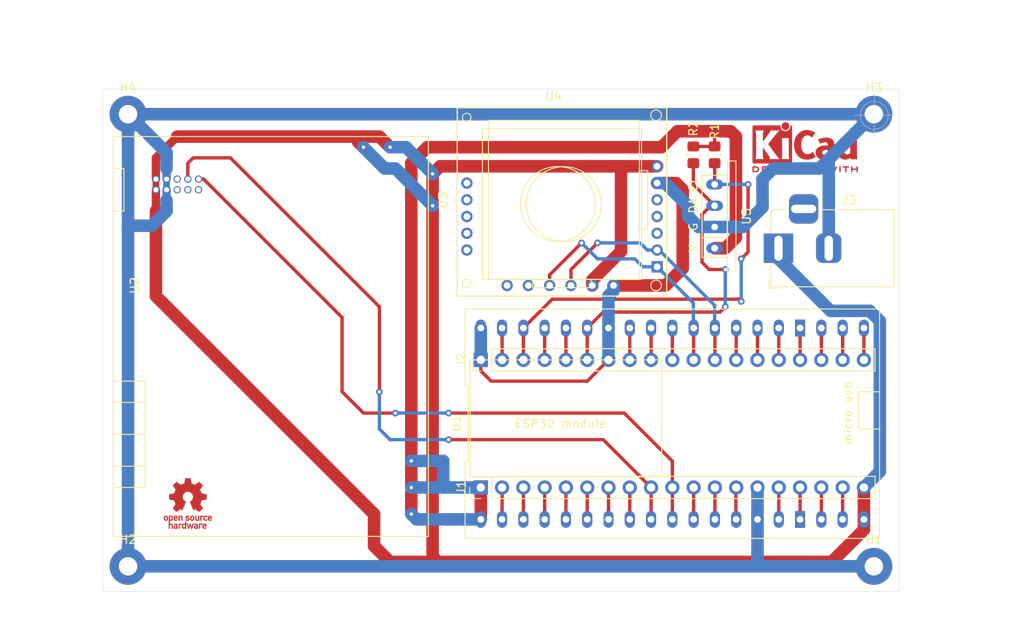
<source format=kicad_pcb>
(kicad_pcb (version 20171130) (host pcbnew 5.1.10)

  (general
    (thickness 1.6)
    (drawings 7)
    (tracks 232)
    (zones 0)
    (modules 16)
    (nets 47)
  )

  (page A4)
  (layers
    (0 F.Cu signal)
    (31 B.Cu signal)
    (32 B.Adhes user)
    (33 F.Adhes user)
    (34 B.Paste user)
    (35 F.Paste user)
    (36 B.SilkS user)
    (37 F.SilkS user)
    (38 B.Mask user)
    (39 F.Mask user)
    (40 Dwgs.User user)
    (41 Cmts.User user)
    (42 Eco1.User user)
    (43 Eco2.User user)
    (44 Edge.Cuts user)
    (45 Margin user)
    (46 B.CrtYd user)
    (47 F.CrtYd user)
    (48 B.Fab user)
    (49 F.Fab user)
  )

  (setup
    (last_trace_width 1.5)
    (user_trace_width 0.25)
    (user_trace_width 0.4)
    (user_trace_width 0.8)
    (user_trace_width 1)
    (user_trace_width 1.5)
    (trace_clearance 0.3)
    (zone_clearance 0.508)
    (zone_45_only no)
    (trace_min 0.3)
    (via_size 0.8)
    (via_drill 0.4)
    (via_min_size 0.4)
    (via_min_drill 0.3)
    (uvia_size 0.3)
    (uvia_drill 0.1)
    (uvias_allowed no)
    (uvia_min_size 0.2)
    (uvia_min_drill 0.1)
    (edge_width 0.05)
    (segment_width 0.2)
    (pcb_text_width 0.3)
    (pcb_text_size 1.5 1.5)
    (mod_edge_width 0.12)
    (mod_text_size 1 1)
    (mod_text_width 0.15)
    (pad_size 1.524 1.524)
    (pad_drill 0.762)
    (pad_to_mask_clearance 0)
    (aux_axis_origin 170.145 86.630001)
    (grid_origin 172.05 83.455001)
    (visible_elements FFFFFF7F)
    (pcbplotparams
      (layerselection 0x010fc_ffffffff)
      (usegerberextensions true)
      (usegerberattributes false)
      (usegerberadvancedattributes false)
      (creategerberjobfile true)
      (excludeedgelayer true)
      (linewidth 0.100000)
      (plotframeref false)
      (viasonmask false)
      (mode 1)
      (useauxorigin false)
      (hpglpennumber 1)
      (hpglpenspeed 20)
      (hpglpendiameter 15.000000)
      (psnegative false)
      (psa4output false)
      (plotreference true)
      (plotvalue true)
      (plotinvisibletext false)
      (padsonsilk false)
      (subtractmaskfromsilk true)
      (outputformat 1)
      (mirror false)
      (drillshape 0)
      (scaleselection 1)
      (outputdirectory "gerber"))
  )

  (net 0 "")
  (net 1 +5V)
  (net 2 GND)
  (net 3 "Net-(U2-Pad10)")
  (net 4 "Net-(U2-Pad8)")
  (net 5 "Net-(U2-Pad5)")
  (net 6 "Net-(U2-Pad6)")
  (net 7 +3V3)
  (net 8 "Net-(J1-Pad9)")
  (net 9 "Net-(J1-Pad8)")
  (net 10 "Net-(J1-Pad7)")
  (net 11 "Net-(J1-Pad6)")
  (net 12 "Net-(J1-Pad5)")
  (net 13 "Net-(J1-Pad4)")
  (net 14 "Net-(J1-Pad3)")
  (net 15 "Net-(J1-Pad2)")
  (net 16 "Net-(J2-Pad9)")
  (net 17 "Net-(J2-Pad8)")
  (net 18 "Net-(J2-Pad6)")
  (net 19 "Net-(J2-Pad5)")
  (net 20 "Net-(J2-Pad4)")
  (net 21 "Net-(J2-Pad3)")
  (net 22 "Net-(J2-Pad2)")
  (net 23 "Net-(J1-Pad18)")
  (net 24 "Net-(J1-Pad17)")
  (net 25 "Net-(J1-Pad16)")
  (net 26 "Net-(J1-Pad15)")
  (net 27 "Net-(J1-Pad13)")
  (net 28 "Net-(J1-Pad12)")
  (net 29 "Net-(J1-Pad11)")
  (net 30 "Net-(J1-Pad10)")
  (net 31 "Net-(J2-Pad19)")
  (net 32 "Net-(J2-Pad18)")
  (net 33 "Net-(J2-Pad17)")
  (net 34 "Net-(J2-Pad16)")
  (net 35 "Net-(J2-Pad15)")
  (net 36 "Net-(J2-Pad14)")
  (net 37 "Net-(J2-Pad13)")
  (net 38 "Net-(J2-Pad12)")
  (net 39 "Net-(J2-Pad11)")
  (net 40 "Net-(J2-Pad10)")
  (net 41 "Net-(U3-Pad1)")
  (net 42 "Net-(U3-Pad2)")
  (net 43 "Net-(U4-Pad3)")
  (net 44 "Net-(U4-Pad4)")
  (net 45 "Net-(U4-Pad5)")
  (net 46 "Net-(J3-Pad3)")

  (net_class Default "This is the default net class."
    (clearance 0.3)
    (trace_width 0.4)
    (via_dia 0.8)
    (via_drill 0.4)
    (uvia_dia 0.3)
    (uvia_drill 0.1)
    (add_net "Net-(J1-Pad10)")
    (add_net "Net-(J1-Pad11)")
    (add_net "Net-(J1-Pad12)")
    (add_net "Net-(J1-Pad13)")
    (add_net "Net-(J1-Pad15)")
    (add_net "Net-(J1-Pad16)")
    (add_net "Net-(J1-Pad17)")
    (add_net "Net-(J1-Pad18)")
    (add_net "Net-(J1-Pad2)")
    (add_net "Net-(J1-Pad3)")
    (add_net "Net-(J1-Pad4)")
    (add_net "Net-(J1-Pad5)")
    (add_net "Net-(J1-Pad6)")
    (add_net "Net-(J1-Pad7)")
    (add_net "Net-(J1-Pad8)")
    (add_net "Net-(J1-Pad9)")
    (add_net "Net-(J2-Pad10)")
    (add_net "Net-(J2-Pad11)")
    (add_net "Net-(J2-Pad12)")
    (add_net "Net-(J2-Pad13)")
    (add_net "Net-(J2-Pad14)")
    (add_net "Net-(J2-Pad15)")
    (add_net "Net-(J2-Pad16)")
    (add_net "Net-(J2-Pad17)")
    (add_net "Net-(J2-Pad18)")
    (add_net "Net-(J2-Pad19)")
    (add_net "Net-(J2-Pad2)")
    (add_net "Net-(J2-Pad3)")
    (add_net "Net-(J2-Pad4)")
    (add_net "Net-(J2-Pad5)")
    (add_net "Net-(J2-Pad6)")
    (add_net "Net-(J2-Pad8)")
    (add_net "Net-(J2-Pad9)")
    (add_net "Net-(J3-Pad3)")
    (add_net "Net-(U2-Pad10)")
    (add_net "Net-(U2-Pad5)")
    (add_net "Net-(U2-Pad6)")
    (add_net "Net-(U2-Pad8)")
    (add_net "Net-(U3-Pad1)")
    (add_net "Net-(U3-Pad2)")
    (add_net "Net-(U4-Pad3)")
    (add_net "Net-(U4-Pad4)")
    (add_net "Net-(U4-Pad5)")
  )

  (net_class power ""
    (clearance 0.3)
    (trace_width 1.5)
    (via_dia 0.8)
    (via_drill 0.4)
    (uvia_dia 0.3)
    (uvia_drill 0.1)
    (add_net +3V3)
    (add_net +5V)
    (add_net GND)
  )

  (module Symbol:KiCad-Logo2_5mm_Copper (layer F.Cu) (tedit 0) (tstamp 6199BDC8)
    (at 163.16 65.040001)
    (descr "KiCad Logo")
    (tags "Logo KiCad")
    (attr virtual)
    (fp_text reference REF** (at 0 -5.08) (layer F.SilkS) hide
      (effects (font (size 1 1) (thickness 0.15)))
    )
    (fp_text value KiCad-Logo2_5mm_Copper (at 0 5.08) (layer F.Fab) hide
      (effects (font (size 1 1) (thickness 0.15)))
    )
    (fp_poly (pts (xy 6.228823 2.274533) (xy 6.260202 2.296776) (xy 6.287911 2.324485) (xy 6.287911 2.63392)
      (xy 6.287838 2.725799) (xy 6.287495 2.79784) (xy 6.286692 2.85278) (xy 6.285241 2.89336)
      (xy 6.282952 2.922317) (xy 6.279636 2.942391) (xy 6.275105 2.956321) (xy 6.269169 2.966845)
      (xy 6.264514 2.9731) (xy 6.233783 2.997673) (xy 6.198496 3.000341) (xy 6.166245 2.985271)
      (xy 6.155588 2.976374) (xy 6.148464 2.964557) (xy 6.144167 2.945526) (xy 6.141991 2.914992)
      (xy 6.141228 2.868662) (xy 6.141155 2.832871) (xy 6.141155 2.698045) (xy 5.644444 2.698045)
      (xy 5.644444 2.8207) (xy 5.643931 2.876787) (xy 5.641876 2.915333) (xy 5.637508 2.941361)
      (xy 5.630056 2.959897) (xy 5.621047 2.9731) (xy 5.590144 2.997604) (xy 5.555196 3.000506)
      (xy 5.521738 2.983089) (xy 5.512604 2.973959) (xy 5.506152 2.961855) (xy 5.501897 2.943001)
      (xy 5.499352 2.91362) (xy 5.498029 2.869937) (xy 5.497443 2.808175) (xy 5.497375 2.794)
      (xy 5.496891 2.677631) (xy 5.496641 2.581727) (xy 5.496723 2.504177) (xy 5.497231 2.442869)
      (xy 5.498262 2.39569) (xy 5.499913 2.36053) (xy 5.502279 2.335276) (xy 5.505457 2.317817)
      (xy 5.509544 2.306041) (xy 5.514634 2.297835) (xy 5.520266 2.291645) (xy 5.552128 2.271844)
      (xy 5.585357 2.274533) (xy 5.616735 2.296776) (xy 5.629433 2.311126) (xy 5.637526 2.326978)
      (xy 5.642042 2.349554) (xy 5.644006 2.384078) (xy 5.644444 2.435776) (xy 5.644444 2.551289)
      (xy 6.141155 2.551289) (xy 6.141155 2.432756) (xy 6.141662 2.378148) (xy 6.143698 2.341275)
      (xy 6.148035 2.317307) (xy 6.155447 2.301415) (xy 6.163733 2.291645) (xy 6.195594 2.271844)
      (xy 6.228823 2.274533)) (layer F.Cu) (width 0.01))
    (fp_poly (pts (xy 4.963065 2.269163) (xy 5.041772 2.269542) (xy 5.102863 2.270333) (xy 5.148817 2.27167)
      (xy 5.182114 2.273683) (xy 5.205236 2.276506) (xy 5.220662 2.280269) (xy 5.230871 2.285105)
      (xy 5.235813 2.288822) (xy 5.261457 2.321358) (xy 5.264559 2.355138) (xy 5.248711 2.385826)
      (xy 5.238348 2.398089) (xy 5.227196 2.40645) (xy 5.211035 2.411657) (xy 5.185642 2.414457)
      (xy 5.146798 2.415596) (xy 5.09028 2.415821) (xy 5.07918 2.415822) (xy 4.933244 2.415822)
      (xy 4.933244 2.686756) (xy 4.933148 2.772154) (xy 4.932711 2.837864) (xy 4.931712 2.886774)
      (xy 4.929928 2.921773) (xy 4.927137 2.945749) (xy 4.923117 2.961593) (xy 4.917645 2.972191)
      (xy 4.910666 2.980267) (xy 4.877734 3.000112) (xy 4.843354 2.998548) (xy 4.812176 2.975906)
      (xy 4.809886 2.9731) (xy 4.802429 2.962492) (xy 4.796747 2.950081) (xy 4.792601 2.93285)
      (xy 4.78975 2.907784) (xy 4.787954 2.871867) (xy 4.786972 2.822083) (xy 4.786564 2.755417)
      (xy 4.786489 2.679589) (xy 4.786489 2.415822) (xy 4.647127 2.415822) (xy 4.587322 2.415418)
      (xy 4.545918 2.41384) (xy 4.518748 2.410547) (xy 4.501646 2.404992) (xy 4.490443 2.396631)
      (xy 4.489083 2.395178) (xy 4.472725 2.361939) (xy 4.474172 2.324362) (xy 4.492978 2.291645)
      (xy 4.50025 2.285298) (xy 4.509627 2.280266) (xy 4.523609 2.276396) (xy 4.544696 2.273537)
      (xy 4.575389 2.271535) (xy 4.618189 2.270239) (xy 4.675595 2.269498) (xy 4.75011 2.269158)
      (xy 4.844233 2.269068) (xy 4.86426 2.269067) (xy 4.963065 2.269163)) (layer F.Cu) (width 0.01))
    (fp_poly (pts (xy 4.188614 2.275877) (xy 4.212327 2.290647) (xy 4.238978 2.312227) (xy 4.238978 2.633773)
      (xy 4.238893 2.72783) (xy 4.238529 2.801932) (xy 4.237724 2.858704) (xy 4.236313 2.900768)
      (xy 4.234133 2.930748) (xy 4.231021 2.951267) (xy 4.226814 2.964949) (xy 4.221348 2.974416)
      (xy 4.217472 2.979082) (xy 4.186034 2.999575) (xy 4.150233 2.998739) (xy 4.118873 2.981264)
      (xy 4.092222 2.959684) (xy 4.092222 2.312227) (xy 4.118873 2.290647) (xy 4.144594 2.274949)
      (xy 4.1656 2.269067) (xy 4.188614 2.275877)) (layer F.Cu) (width 0.01))
    (fp_poly (pts (xy 3.744665 2.271034) (xy 3.764255 2.278035) (xy 3.76501 2.278377) (xy 3.791613 2.298678)
      (xy 3.80627 2.319561) (xy 3.809138 2.329352) (xy 3.808996 2.342361) (xy 3.804961 2.360895)
      (xy 3.796146 2.387257) (xy 3.781669 2.423752) (xy 3.760645 2.472687) (xy 3.732188 2.536365)
      (xy 3.695415 2.617093) (xy 3.675175 2.661216) (xy 3.638625 2.739985) (xy 3.604315 2.812423)
      (xy 3.573552 2.87588) (xy 3.547648 2.927708) (xy 3.52791 2.965259) (xy 3.51565 2.985884)
      (xy 3.513224 2.988733) (xy 3.482183 3.001302) (xy 3.447121 2.999619) (xy 3.419 2.984332)
      (xy 3.417854 2.983089) (xy 3.406668 2.966154) (xy 3.387904 2.93317) (xy 3.363875 2.88838)
      (xy 3.336897 2.836032) (xy 3.327201 2.816742) (xy 3.254014 2.67015) (xy 3.17424 2.829393)
      (xy 3.145767 2.884415) (xy 3.11935 2.932132) (xy 3.097148 2.968893) (xy 3.081319 2.991044)
      (xy 3.075954 2.995741) (xy 3.034257 3.002102) (xy 2.999849 2.988733) (xy 2.989728 2.974446)
      (xy 2.972214 2.942692) (xy 2.948735 2.896597) (xy 2.92072 2.839285) (xy 2.889599 2.77388)
      (xy 2.856799 2.703507) (xy 2.82375 2.631291) (xy 2.791881 2.560355) (xy 2.762619 2.493825)
      (xy 2.737395 2.434826) (xy 2.717636 2.386481) (xy 2.704772 2.351915) (xy 2.700231 2.334253)
      (xy 2.700277 2.333613) (xy 2.711326 2.311388) (xy 2.73341 2.288753) (xy 2.73471 2.287768)
      (xy 2.761853 2.272425) (xy 2.786958 2.272574) (xy 2.796368 2.275466) (xy 2.807834 2.281718)
      (xy 2.82001 2.294014) (xy 2.834357 2.314908) (xy 2.852336 2.346949) (xy 2.875407 2.392688)
      (xy 2.90503 2.454677) (xy 2.931745 2.511898) (xy 2.96248 2.578226) (xy 2.990021 2.637874)
      (xy 3.012938 2.687725) (xy 3.029798 2.724664) (xy 3.039173 2.745573) (xy 3.04054 2.748845)
      (xy 3.046689 2.743497) (xy 3.060822 2.721109) (xy 3.081057 2.684946) (xy 3.105515 2.638277)
      (xy 3.115248 2.619022) (xy 3.148217 2.554004) (xy 3.173643 2.506654) (xy 3.193612 2.474219)
      (xy 3.21021 2.453946) (xy 3.225524 2.443082) (xy 3.24164 2.438875) (xy 3.252143 2.4384)
      (xy 3.27067 2.440042) (xy 3.286904 2.446831) (xy 3.303035 2.461566) (xy 3.321251 2.487044)
      (xy 3.343739 2.526061) (xy 3.372689 2.581414) (xy 3.388662 2.612903) (xy 3.41457 2.663087)
      (xy 3.437167 2.704704) (xy 3.454458 2.734242) (xy 3.46445 2.748189) (xy 3.465809 2.74877)
      (xy 3.472261 2.737793) (xy 3.486708 2.70929) (xy 3.507703 2.666244) (xy 3.533797 2.611638)
      (xy 3.563546 2.548454) (xy 3.57818 2.517071) (xy 3.61625 2.436078) (xy 3.646905 2.373756)
      (xy 3.671737 2.328071) (xy 3.692337 2.296989) (xy 3.710298 2.278478) (xy 3.72721 2.270504)
      (xy 3.744665 2.271034)) (layer F.Cu) (width 0.01))
    (fp_poly (pts (xy 1.018309 2.269275) (xy 1.147288 2.273636) (xy 1.256991 2.286861) (xy 1.349226 2.309741)
      (xy 1.425802 2.34307) (xy 1.488527 2.387638) (xy 1.539212 2.444236) (xy 1.579663 2.513658)
      (xy 1.580459 2.515351) (xy 1.604601 2.577483) (xy 1.613203 2.632509) (xy 1.606231 2.687887)
      (xy 1.583654 2.751073) (xy 1.579372 2.760689) (xy 1.550172 2.816966) (xy 1.517356 2.860451)
      (xy 1.475002 2.897417) (xy 1.41719 2.934135) (xy 1.413831 2.936052) (xy 1.363504 2.960227)
      (xy 1.306621 2.978282) (xy 1.239527 2.990839) (xy 1.158565 2.998522) (xy 1.060082 3.001953)
      (xy 1.025286 3.002251) (xy 0.859594 3.002845) (xy 0.836197 2.9731) (xy 0.829257 2.963319)
      (xy 0.823842 2.951897) (xy 0.819765 2.936095) (xy 0.816837 2.913175) (xy 0.814867 2.880396)
      (xy 0.814225 2.856089) (xy 0.970844 2.856089) (xy 1.064726 2.856089) (xy 1.119664 2.854483)
      (xy 1.17606 2.850255) (xy 1.222345 2.844292) (xy 1.225139 2.84379) (xy 1.307348 2.821736)
      (xy 1.371114 2.7886) (xy 1.418452 2.742847) (xy 1.451382 2.682939) (xy 1.457108 2.667061)
      (xy 1.462721 2.642333) (xy 1.460291 2.617902) (xy 1.448467 2.5854) (xy 1.44134 2.569434)
      (xy 1.418 2.527006) (xy 1.38988 2.49724) (xy 1.35894 2.476511) (xy 1.296966 2.449537)
      (xy 1.217651 2.429998) (xy 1.125253 2.418746) (xy 1.058333 2.41627) (xy 0.970844 2.415822)
      (xy 0.970844 2.856089) (xy 0.814225 2.856089) (xy 0.813668 2.835021) (xy 0.81305 2.774311)
      (xy 0.812825 2.695526) (xy 0.8128 2.63392) (xy 0.8128 2.324485) (xy 0.840509 2.296776)
      (xy 0.852806 2.285544) (xy 0.866103 2.277853) (xy 0.884672 2.27304) (xy 0.912786 2.270446)
      (xy 0.954717 2.26941) (xy 1.014737 2.26927) (xy 1.018309 2.269275)) (layer F.Cu) (width 0.01))
    (fp_poly (pts (xy 0.230343 2.26926) (xy 0.306701 2.270174) (xy 0.365217 2.272311) (xy 0.408255 2.276175)
      (xy 0.438183 2.282267) (xy 0.457368 2.29109) (xy 0.468176 2.303146) (xy 0.472973 2.318939)
      (xy 0.474127 2.33897) (xy 0.474133 2.341335) (xy 0.473131 2.363992) (xy 0.468396 2.381503)
      (xy 0.457333 2.394574) (xy 0.437348 2.403913) (xy 0.405846 2.410227) (xy 0.360232 2.414222)
      (xy 0.297913 2.416606) (xy 0.216293 2.418086) (xy 0.191277 2.418414) (xy -0.0508 2.421467)
      (xy -0.054186 2.486378) (xy -0.057571 2.551289) (xy 0.110576 2.551289) (xy 0.176266 2.551531)
      (xy 0.223172 2.552556) (xy 0.255083 2.554811) (xy 0.275791 2.558742) (xy 0.289084 2.564798)
      (xy 0.298755 2.573424) (xy 0.298817 2.573493) (xy 0.316356 2.607112) (xy 0.315722 2.643448)
      (xy 0.297314 2.674423) (xy 0.293671 2.677607) (xy 0.280741 2.685812) (xy 0.263024 2.691521)
      (xy 0.23657 2.695162) (xy 0.197432 2.697167) (xy 0.141662 2.697964) (xy 0.105994 2.698045)
      (xy -0.056445 2.698045) (xy -0.056445 2.856089) (xy 0.190161 2.856089) (xy 0.27158 2.856231)
      (xy 0.33341 2.856814) (xy 0.378637 2.858068) (xy 0.410248 2.860227) (xy 0.431231 2.863523)
      (xy 0.444573 2.868189) (xy 0.453261 2.874457) (xy 0.45545 2.876733) (xy 0.471614 2.90828)
      (xy 0.472797 2.944168) (xy 0.459536 2.975285) (xy 0.449043 2.985271) (xy 0.438129 2.990769)
      (xy 0.421217 2.995022) (xy 0.395633 2.99818) (xy 0.358701 3.000392) (xy 0.307746 3.001806)
      (xy 0.240094 3.002572) (xy 0.153069 3.002838) (xy 0.133394 3.002845) (xy 0.044911 3.002787)
      (xy -0.023773 3.002467) (xy -0.075436 3.001667) (xy -0.112855 3.000167) (xy -0.13881 2.997749)
      (xy -0.156078 2.994194) (xy -0.167438 2.989282) (xy -0.175668 2.982795) (xy -0.180183 2.978138)
      (xy -0.186979 2.969889) (xy -0.192288 2.959669) (xy -0.196294 2.9448) (xy -0.199179 2.922602)
      (xy -0.201126 2.890393) (xy -0.202319 2.845496) (xy -0.202939 2.785228) (xy -0.203171 2.706911)
      (xy -0.2032 2.640994) (xy -0.203129 2.548628) (xy -0.202792 2.476117) (xy -0.202002 2.420737)
      (xy -0.200574 2.379765) (xy -0.198321 2.350478) (xy -0.195057 2.330153) (xy -0.190596 2.316066)
      (xy -0.184752 2.305495) (xy -0.179803 2.298811) (xy -0.156406 2.269067) (xy 0.133774 2.269067)
      (xy 0.230343 2.26926)) (layer F.Cu) (width 0.01))
    (fp_poly (pts (xy -1.300114 2.273448) (xy -1.276548 2.287273) (xy -1.245735 2.309881) (xy -1.206078 2.342338)
      (xy -1.15598 2.385708) (xy -1.093843 2.441058) (xy -1.018072 2.509451) (xy -0.931334 2.588084)
      (xy -0.750711 2.751878) (xy -0.745067 2.532029) (xy -0.743029 2.456351) (xy -0.741063 2.399994)
      (xy -0.738734 2.359706) (xy -0.735606 2.332235) (xy -0.731245 2.314329) (xy -0.725216 2.302737)
      (xy -0.717084 2.294208) (xy -0.712772 2.290623) (xy -0.678241 2.27167) (xy -0.645383 2.274441)
      (xy -0.619318 2.290633) (xy -0.592667 2.312199) (xy -0.589352 2.627151) (xy -0.588435 2.719779)
      (xy -0.587968 2.792544) (xy -0.588113 2.848161) (xy -0.589032 2.889342) (xy -0.590887 2.918803)
      (xy -0.593839 2.939255) (xy -0.59805 2.953413) (xy -0.603682 2.963991) (xy -0.609927 2.972474)
      (xy -0.623439 2.988207) (xy -0.636883 2.998636) (xy -0.652124 3.002639) (xy -0.671026 2.999094)
      (xy -0.695455 2.986879) (xy -0.727273 2.964871) (xy -0.768348 2.931949) (xy -0.820542 2.886991)
      (xy -0.885722 2.828875) (xy -0.959556 2.762099) (xy -1.224845 2.521458) (xy -1.230489 2.740589)
      (xy -1.232531 2.816128) (xy -1.234502 2.872354) (xy -1.236839 2.912524) (xy -1.239981 2.939896)
      (xy -1.244364 2.957728) (xy -1.250424 2.969279) (xy -1.2586 2.977807) (xy -1.262784 2.981282)
      (xy -1.299765 3.000372) (xy -1.334708 2.997493) (xy -1.365136 2.9731) (xy -1.372097 2.963286)
      (xy -1.377523 2.951826) (xy -1.381603 2.935968) (xy -1.384529 2.912963) (xy -1.386492 2.880062)
      (xy -1.387683 2.834516) (xy -1.388292 2.773573) (xy -1.388511 2.694486) (xy -1.388534 2.635956)
      (xy -1.38846 2.544407) (xy -1.388113 2.472687) (xy -1.387301 2.418045) (xy -1.385833 2.377732)
      (xy -1.383519 2.348998) (xy -1.380167 2.329093) (xy -1.375588 2.315268) (xy -1.369589 2.304772)
      (xy -1.365136 2.298811) (xy -1.35385 2.284691) (xy -1.343301 2.274029) (xy -1.331893 2.267892)
      (xy -1.31803 2.267343) (xy -1.300114 2.273448)) (layer F.Cu) (width 0.01))
    (fp_poly (pts (xy -1.950081 2.274599) (xy -1.881565 2.286095) (xy -1.828943 2.303967) (xy -1.794708 2.327499)
      (xy -1.785379 2.340924) (xy -1.775893 2.372148) (xy -1.782277 2.400395) (xy -1.80243 2.427182)
      (xy -1.833745 2.439713) (xy -1.879183 2.438696) (xy -1.914326 2.431906) (xy -1.992419 2.418971)
      (xy -2.072226 2.417742) (xy -2.161555 2.428241) (xy -2.186229 2.43269) (xy -2.269291 2.456108)
      (xy -2.334273 2.490945) (xy -2.380461 2.536604) (xy -2.407145 2.592494) (xy -2.412663 2.621388)
      (xy -2.409051 2.680012) (xy -2.385729 2.731879) (xy -2.344824 2.775978) (xy -2.288459 2.811299)
      (xy -2.21876 2.836829) (xy -2.137852 2.851559) (xy -2.04786 2.854478) (xy -1.95091 2.844575)
      (xy -1.945436 2.843641) (xy -1.906875 2.836459) (xy -1.885494 2.829521) (xy -1.876227 2.819227)
      (xy -1.874006 2.801976) (xy -1.873956 2.792841) (xy -1.873956 2.754489) (xy -1.942431 2.754489)
      (xy -2.0029 2.750347) (xy -2.044165 2.737147) (xy -2.068175 2.71373) (xy -2.076877 2.678936)
      (xy -2.076983 2.674394) (xy -2.071892 2.644654) (xy -2.054433 2.623419) (xy -2.021939 2.609366)
      (xy -1.971743 2.601173) (xy -1.923123 2.598161) (xy -1.852456 2.596433) (xy -1.801198 2.59907)
      (xy -1.766239 2.6088) (xy -1.74447 2.628353) (xy -1.73278 2.660456) (xy -1.72806 2.707838)
      (xy -1.7272 2.770071) (xy -1.728609 2.839535) (xy -1.732848 2.886786) (xy -1.739936 2.912012)
      (xy -1.741311 2.913988) (xy -1.780228 2.945508) (xy -1.837286 2.97047) (xy -1.908869 2.98834)
      (xy -1.991358 2.998586) (xy -2.081139 3.000673) (xy -2.174592 2.994068) (xy -2.229556 2.985956)
      (xy -2.315766 2.961554) (xy -2.395892 2.921662) (xy -2.462977 2.869887) (xy -2.473173 2.859539)
      (xy -2.506302 2.816035) (xy -2.536194 2.762118) (xy -2.559357 2.705592) (xy -2.572298 2.654259)
      (xy -2.573858 2.634544) (xy -2.567218 2.593419) (xy -2.549568 2.542252) (xy -2.524297 2.488394)
      (xy -2.494789 2.439195) (xy -2.468719 2.406334) (xy -2.407765 2.357452) (xy -2.328969 2.318545)
      (xy -2.235157 2.290494) (xy -2.12915 2.274179) (xy -2.032 2.270192) (xy -1.950081 2.274599)) (layer F.Cu) (width 0.01))
    (fp_poly (pts (xy -2.923822 2.291645) (xy -2.917242 2.299218) (xy -2.912079 2.308987) (xy -2.908164 2.323571)
      (xy -2.905324 2.345585) (xy -2.903387 2.377648) (xy -2.902183 2.422375) (xy -2.901539 2.482385)
      (xy -2.901284 2.560294) (xy -2.901245 2.635956) (xy -2.901314 2.729802) (xy -2.901638 2.803689)
      (xy -2.902386 2.860232) (xy -2.903732 2.902049) (xy -2.905846 2.931757) (xy -2.9089 2.951973)
      (xy -2.913066 2.965314) (xy -2.918516 2.974398) (xy -2.923822 2.980267) (xy -2.956826 2.999947)
      (xy -2.991991 2.998181) (xy -3.023455 2.976717) (xy -3.030684 2.968337) (xy -3.036334 2.958614)
      (xy -3.040599 2.944861) (xy -3.043673 2.924389) (xy -3.045752 2.894512) (xy -3.04703 2.852541)
      (xy -3.047701 2.795789) (xy -3.047959 2.721567) (xy -3.048 2.637537) (xy -3.048 2.324485)
      (xy -3.020291 2.296776) (xy -2.986137 2.273463) (xy -2.953006 2.272623) (xy -2.923822 2.291645)) (layer F.Cu) (width 0.01))
    (fp_poly (pts (xy -3.691703 2.270351) (xy -3.616888 2.275581) (xy -3.547306 2.28375) (xy -3.487002 2.29455)
      (xy -3.44002 2.307673) (xy -3.410406 2.322813) (xy -3.40586 2.327269) (xy -3.390054 2.36185)
      (xy -3.394847 2.397351) (xy -3.419364 2.427725) (xy -3.420534 2.428596) (xy -3.434954 2.437954)
      (xy -3.450008 2.442876) (xy -3.471005 2.443473) (xy -3.503257 2.439861) (xy -3.552073 2.432154)
      (xy -3.556 2.431505) (xy -3.628739 2.422569) (xy -3.707217 2.418161) (xy -3.785927 2.418119)
      (xy -3.859361 2.422279) (xy -3.922011 2.430479) (xy -3.96837 2.442557) (xy -3.971416 2.443771)
      (xy -4.005048 2.462615) (xy -4.016864 2.481685) (xy -4.007614 2.500439) (xy -3.978047 2.518337)
      (xy -3.928911 2.534837) (xy -3.860957 2.549396) (xy -3.815645 2.556406) (xy -3.721456 2.569889)
      (xy -3.646544 2.582214) (xy -3.587717 2.594449) (xy -3.541785 2.607661) (xy -3.505555 2.622917)
      (xy -3.475838 2.641285) (xy -3.449442 2.663831) (xy -3.42823 2.685971) (xy -3.403065 2.716819)
      (xy -3.390681 2.743345) (xy -3.386808 2.776026) (xy -3.386667 2.787995) (xy -3.389576 2.827712)
      (xy -3.401202 2.857259) (xy -3.421323 2.883486) (xy -3.462216 2.923576) (xy -3.507817 2.954149)
      (xy -3.561513 2.976203) (xy -3.626692 2.990735) (xy -3.706744 2.998741) (xy -3.805057 3.001218)
      (xy -3.821289 3.001177) (xy -3.886849 2.999818) (xy -3.951866 2.99673) (xy -4.009252 2.992356)
      (xy -4.051922 2.98714) (xy -4.055372 2.986541) (xy -4.097796 2.976491) (xy -4.13378 2.963796)
      (xy -4.15415 2.95219) (xy -4.173107 2.921572) (xy -4.174427 2.885918) (xy -4.158085 2.854144)
      (xy -4.154429 2.850551) (xy -4.139315 2.839876) (xy -4.120415 2.835276) (xy -4.091162 2.836059)
      (xy -4.055651 2.840127) (xy -4.01597 2.843762) (xy -3.960345 2.846828) (xy -3.895406 2.849053)
      (xy -3.827785 2.850164) (xy -3.81 2.850237) (xy -3.742128 2.849964) (xy -3.692454 2.848646)
      (xy -3.65661 2.845827) (xy -3.630224 2.84105) (xy -3.608926 2.833857) (xy -3.596126 2.827867)
      (xy -3.568 2.811233) (xy -3.550068 2.796168) (xy -3.547447 2.791897) (xy -3.552976 2.774263)
      (xy -3.57926 2.757192) (xy -3.624478 2.741458) (xy -3.686808 2.727838) (xy -3.705171 2.724804)
      (xy -3.80109 2.709738) (xy -3.877641 2.697146) (xy -3.93778 2.686111) (xy -3.98446 2.67572)
      (xy -4.020637 2.665056) (xy -4.049265 2.653205) (xy -4.073298 2.639251) (xy -4.095692 2.622281)
      (xy -4.119402 2.601378) (xy -4.12738 2.594049) (xy -4.155353 2.566699) (xy -4.17016 2.545029)
      (xy -4.175952 2.520232) (xy -4.176889 2.488983) (xy -4.166575 2.427705) (xy -4.135752 2.37564)
      (xy -4.084595 2.332958) (xy -4.013283 2.299825) (xy -3.9624 2.284964) (xy -3.9071 2.275366)
      (xy -3.840853 2.269936) (xy -3.767706 2.268367) (xy -3.691703 2.270351)) (layer F.Cu) (width 0.01))
    (fp_poly (pts (xy -4.712794 2.269146) (xy -4.643386 2.269518) (xy -4.590997 2.270385) (xy -4.552847 2.271946)
      (xy -4.526159 2.274403) (xy -4.508153 2.277957) (xy -4.496049 2.28281) (xy -4.487069 2.289161)
      (xy -4.483818 2.292084) (xy -4.464043 2.323142) (xy -4.460482 2.358828) (xy -4.473491 2.39051)
      (xy -4.479506 2.396913) (xy -4.489235 2.403121) (xy -4.504901 2.40791) (xy -4.529408 2.411514)
      (xy -4.565661 2.414164) (xy -4.616565 2.416095) (xy -4.685026 2.417539) (xy -4.747617 2.418418)
      (xy -4.995334 2.421467) (xy -4.998719 2.486378) (xy -5.002105 2.551289) (xy -4.833958 2.551289)
      (xy -4.760959 2.551919) (xy -4.707517 2.554553) (xy -4.670628 2.560309) (xy -4.647288 2.570304)
      (xy -4.634494 2.585656) (xy -4.629242 2.607482) (xy -4.628445 2.627738) (xy -4.630923 2.652592)
      (xy -4.640277 2.670906) (xy -4.659383 2.683637) (xy -4.691118 2.691741) (xy -4.738359 2.696176)
      (xy -4.803983 2.697899) (xy -4.839801 2.698045) (xy -5.000978 2.698045) (xy -5.000978 2.856089)
      (xy -4.752622 2.856089) (xy -4.671213 2.856202) (xy -4.609342 2.856712) (xy -4.563968 2.85787)
      (xy -4.532054 2.85993) (xy -4.510559 2.863146) (xy -4.496443 2.867772) (xy -4.486668 2.874059)
      (xy -4.481689 2.878667) (xy -4.46461 2.90556) (xy -4.459111 2.929467) (xy -4.466963 2.958667)
      (xy -4.481689 2.980267) (xy -4.489546 2.987066) (xy -4.499688 2.992346) (xy -4.514844 2.996298)
      (xy -4.537741 2.999113) (xy -4.571109 3.000982) (xy -4.617675 3.002098) (xy -4.680167 3.002651)
      (xy -4.761314 3.002833) (xy -4.803422 3.002845) (xy -4.893598 3.002765) (xy -4.963924 3.002398)
      (xy -5.017129 3.001552) (xy -5.05594 3.000036) (xy -5.083087 2.997659) (xy -5.101298 2.994229)
      (xy -5.1133 2.989554) (xy -5.121822 2.983444) (xy -5.125156 2.980267) (xy -5.131755 2.97267)
      (xy -5.136927 2.96287) (xy -5.140846 2.948239) (xy -5.143684 2.926152) (xy -5.145615 2.893982)
      (xy -5.146812 2.849103) (xy -5.147448 2.788889) (xy -5.147697 2.710713) (xy -5.147734 2.637923)
      (xy -5.1477 2.544707) (xy -5.147465 2.471431) (xy -5.14683 2.415458) (xy -5.145594 2.374151)
      (xy -5.143556 2.344872) (xy -5.140517 2.324984) (xy -5.136277 2.31185) (xy -5.130635 2.302832)
      (xy -5.123391 2.295293) (xy -5.121606 2.293612) (xy -5.112945 2.286172) (xy -5.102882 2.280409)
      (xy -5.088625 2.276112) (xy -5.067383 2.273064) (xy -5.036364 2.271051) (xy -4.992777 2.26986)
      (xy -4.933831 2.269275) (xy -4.856734 2.269083) (xy -4.802001 2.269067) (xy -4.712794 2.269146)) (layer F.Cu) (width 0.01))
    (fp_poly (pts (xy -6.121371 2.269066) (xy -6.081889 2.269467) (xy -5.9662 2.272259) (xy -5.869311 2.28055)
      (xy -5.787919 2.295232) (xy -5.718723 2.317193) (xy -5.65842 2.347322) (xy -5.603708 2.38651)
      (xy -5.584167 2.403532) (xy -5.55175 2.443363) (xy -5.52252 2.497413) (xy -5.499991 2.557323)
      (xy -5.487679 2.614739) (xy -5.4864 2.635956) (xy -5.494417 2.694769) (xy -5.515899 2.759013)
      (xy -5.546999 2.819821) (xy -5.583866 2.86833) (xy -5.589854 2.874182) (xy -5.640579 2.915321)
      (xy -5.696125 2.947435) (xy -5.759696 2.971365) (xy -5.834494 2.987953) (xy -5.923722 2.998041)
      (xy -6.030582 3.002469) (xy -6.079528 3.002845) (xy -6.141762 3.002545) (xy -6.185528 3.001292)
      (xy -6.214931 2.998554) (xy -6.234079 2.993801) (xy -6.247077 2.986501) (xy -6.254045 2.980267)
      (xy -6.260626 2.972694) (xy -6.265788 2.962924) (xy -6.269703 2.94834) (xy -6.272543 2.926326)
      (xy -6.27448 2.894264) (xy -6.275684 2.849536) (xy -6.276328 2.789526) (xy -6.276583 2.711617)
      (xy -6.276622 2.635956) (xy -6.27687 2.535041) (xy -6.276817 2.454427) (xy -6.275857 2.415822)
      (xy -6.129867 2.415822) (xy -6.129867 2.856089) (xy -6.036734 2.856004) (xy -5.980693 2.854396)
      (xy -5.921999 2.850256) (xy -5.873028 2.844464) (xy -5.871538 2.844226) (xy -5.792392 2.82509)
      (xy -5.731002 2.795287) (xy -5.684305 2.752878) (xy -5.654635 2.706961) (xy -5.636353 2.656026)
      (xy -5.637771 2.6082) (xy -5.658988 2.556933) (xy -5.700489 2.503899) (xy -5.757998 2.4646)
      (xy -5.83275 2.438331) (xy -5.882708 2.429035) (xy -5.939416 2.422507) (xy -5.999519 2.417782)
      (xy -6.050639 2.415817) (xy -6.053667 2.415808) (xy -6.129867 2.415822) (xy -6.275857 2.415822)
      (xy -6.27526 2.391851) (xy -6.270998 2.345055) (xy -6.26283 2.311778) (xy -6.249556 2.289759)
      (xy -6.229974 2.276739) (xy -6.202883 2.270457) (xy -6.167082 2.268653) (xy -6.121371 2.269066)) (layer F.Cu) (width 0.01))
    (fp_poly (pts (xy -2.273043 -2.973429) (xy -2.176768 -2.949191) (xy -2.090184 -2.906359) (xy -2.015373 -2.846581)
      (xy -1.954418 -2.771506) (xy -1.909399 -2.68278) (xy -1.883136 -2.58647) (xy -1.877286 -2.489205)
      (xy -1.89214 -2.395346) (xy -1.92584 -2.307489) (xy -1.976528 -2.22823) (xy -2.042345 -2.160164)
      (xy -2.121434 -2.105888) (xy -2.211934 -2.067998) (xy -2.2632 -2.055574) (xy -2.307698 -2.048053)
      (xy -2.341999 -2.045081) (xy -2.37496 -2.046906) (xy -2.415434 -2.053775) (xy -2.448531 -2.06075)
      (xy -2.541947 -2.092259) (xy -2.625619 -2.143383) (xy -2.697665 -2.212571) (xy -2.7562 -2.298272)
      (xy -2.770148 -2.325511) (xy -2.786586 -2.361878) (xy -2.796894 -2.392418) (xy -2.80246 -2.42455)
      (xy -2.804669 -2.465693) (xy -2.804948 -2.511778) (xy -2.800861 -2.596135) (xy -2.787446 -2.665414)
      (xy -2.762256 -2.726039) (xy -2.722846 -2.784433) (xy -2.684298 -2.828698) (xy -2.612406 -2.894516)
      (xy -2.537313 -2.939947) (xy -2.454562 -2.96715) (xy -2.376928 -2.977424) (xy -2.273043 -2.973429)) (layer F.Cu) (width 0.01))
    (fp_poly (pts (xy 6.186507 -0.527755) (xy 6.186526 -0.293338) (xy 6.186552 -0.080397) (xy 6.186625 0.112168)
      (xy 6.186782 0.285459) (xy 6.187064 0.440576) (xy 6.187509 0.57862) (xy 6.188156 0.700692)
      (xy 6.189045 0.807894) (xy 6.190213 0.901326) (xy 6.191701 0.98209) (xy 6.193546 1.051286)
      (xy 6.195789 1.110015) (xy 6.198469 1.159379) (xy 6.201623 1.200478) (xy 6.205292 1.234413)
      (xy 6.209513 1.262286) (xy 6.214327 1.285198) (xy 6.219773 1.304249) (xy 6.225888 1.32054)
      (xy 6.232712 1.335173) (xy 6.240285 1.349249) (xy 6.248645 1.363868) (xy 6.253839 1.372974)
      (xy 6.288104 1.433689) (xy 5.429955 1.433689) (xy 5.429955 1.337733) (xy 5.429224 1.29437)
      (xy 5.427272 1.261205) (xy 5.424463 1.243424) (xy 5.423221 1.241778) (xy 5.411799 1.248662)
      (xy 5.389084 1.266505) (xy 5.366385 1.285879) (xy 5.3118 1.326614) (xy 5.242321 1.367617)
      (xy 5.16527 1.405123) (xy 5.087965 1.435364) (xy 5.057113 1.445012) (xy 4.988616 1.459578)
      (xy 4.905764 1.469539) (xy 4.816371 1.474583) (xy 4.728248 1.474396) (xy 4.649207 1.468666)
      (xy 4.611511 1.462858) (xy 4.473414 1.424797) (xy 4.346113 1.367073) (xy 4.230292 1.290211)
      (xy 4.126637 1.194739) (xy 4.035833 1.081179) (xy 3.969031 0.970381) (xy 3.914164 0.853625)
      (xy 3.872163 0.734276) (xy 3.842167 0.608283) (xy 3.823311 0.471594) (xy 3.814732 0.320158)
      (xy 3.814006 0.242711) (xy 3.8161 0.185934) (xy 4.645217 0.185934) (xy 4.645424 0.279002)
      (xy 4.648337 0.366692) (xy 4.654 0.443772) (xy 4.662455 0.505009) (xy 4.665038 0.51735)
      (xy 4.69684 0.624633) (xy 4.738498 0.711658) (xy 4.790363 0.778642) (xy 4.852781 0.825805)
      (xy 4.9261 0.853365) (xy 5.010669 0.861541) (xy 5.106835 0.850551) (xy 5.170311 0.834829)
      (xy 5.219454 0.816639) (xy 5.273583 0.790791) (xy 5.314244 0.767089) (xy 5.3848 0.720721)
      (xy 5.3848 -0.42947) (xy 5.317392 -0.473038) (xy 5.238867 -0.51396) (xy 5.154681 -0.540611)
      (xy 5.069557 -0.552535) (xy 4.988216 -0.549278) (xy 4.91538 -0.530385) (xy 4.883426 -0.514816)
      (xy 4.825501 -0.471819) (xy 4.776544 -0.415047) (xy 4.73539 -0.342425) (xy 4.700874 -0.251879)
      (xy 4.671833 -0.141334) (xy 4.670552 -0.135467) (xy 4.660381 -0.073212) (xy 4.652739 0.004594)
      (xy 4.64767 0.09272) (xy 4.645217 0.185934) (xy 3.8161 0.185934) (xy 3.821857 0.029895)
      (xy 3.843802 -0.165941) (xy 3.879786 -0.344668) (xy 3.929759 -0.506155) (xy 3.993668 -0.650274)
      (xy 4.071462 -0.776894) (xy 4.163089 -0.885885) (xy 4.268497 -0.977117) (xy 4.313662 -1.008068)
      (xy 4.414611 -1.064215) (xy 4.517901 -1.103826) (xy 4.627989 -1.127986) (xy 4.74933 -1.137781)
      (xy 4.841836 -1.136735) (xy 4.97149 -1.125769) (xy 5.084084 -1.103954) (xy 5.182875 -1.070286)
      (xy 5.271121 -1.023764) (xy 5.319986 -0.989552) (xy 5.349353 -0.967638) (xy 5.371043 -0.952667)
      (xy 5.379253 -0.948267) (xy 5.380868 -0.959096) (xy 5.382159 -0.989749) (xy 5.383138 -1.037474)
      (xy 5.383817 -1.099521) (xy 5.38421 -1.173138) (xy 5.38433 -1.255573) (xy 5.384188 -1.344075)
      (xy 5.383797 -1.435893) (xy 5.383171 -1.528276) (xy 5.38232 -1.618472) (xy 5.38126 -1.703729)
      (xy 5.380001 -1.781297) (xy 5.378556 -1.848424) (xy 5.376938 -1.902359) (xy 5.375161 -1.94035)
      (xy 5.374669 -1.947333) (xy 5.367092 -2.017749) (xy 5.355531 -2.072898) (xy 5.337792 -2.120019)
      (xy 5.311682 -2.166353) (xy 5.305415 -2.175933) (xy 5.280983 -2.212622) (xy 6.186311 -2.212622)
      (xy 6.186507 -0.527755)) (layer F.Cu) (width 0.01))
    (fp_poly (pts (xy 2.673574 -1.133448) (xy 2.825492 -1.113433) (xy 2.960756 -1.079798) (xy 3.080239 -1.032275)
      (xy 3.184815 -0.970595) (xy 3.262424 -0.907035) (xy 3.331265 -0.832901) (xy 3.385006 -0.753129)
      (xy 3.42791 -0.660909) (xy 3.443384 -0.617839) (xy 3.456244 -0.578858) (xy 3.467446 -0.542711)
      (xy 3.47712 -0.507566) (xy 3.485396 -0.47159) (xy 3.492403 -0.43295) (xy 3.498272 -0.389815)
      (xy 3.503131 -0.340351) (xy 3.50711 -0.282727) (xy 3.51034 -0.215109) (xy 3.512949 -0.135666)
      (xy 3.515067 -0.042564) (xy 3.516824 0.066027) (xy 3.518349 0.191942) (xy 3.519772 0.337012)
      (xy 3.521025 0.479778) (xy 3.522351 0.635968) (xy 3.523556 0.771239) (xy 3.524766 0.887246)
      (xy 3.526106 0.985645) (xy 3.5277 1.068093) (xy 3.529675 1.136246) (xy 3.532156 1.19176)
      (xy 3.535269 1.236292) (xy 3.539138 1.271498) (xy 3.543889 1.299034) (xy 3.549648 1.320556)
      (xy 3.556539 1.337722) (xy 3.564689 1.352186) (xy 3.574223 1.365606) (xy 3.585266 1.379638)
      (xy 3.589566 1.385071) (xy 3.605386 1.40791) (xy 3.612422 1.423463) (xy 3.612444 1.423922)
      (xy 3.601567 1.426121) (xy 3.570582 1.428147) (xy 3.521957 1.429942) (xy 3.458163 1.431451)
      (xy 3.381669 1.432616) (xy 3.294944 1.43338) (xy 3.200457 1.433686) (xy 3.18955 1.433689)
      (xy 2.766657 1.433689) (xy 2.763395 1.337622) (xy 2.760133 1.241556) (xy 2.698044 1.292543)
      (xy 2.600714 1.360057) (xy 2.490813 1.414749) (xy 2.404349 1.444978) (xy 2.335278 1.459666)
      (xy 2.251925 1.469659) (xy 2.162159 1.474646) (xy 2.073845 1.474313) (xy 1.994851 1.468351)
      (xy 1.958622 1.462638) (xy 1.818603 1.424776) (xy 1.692178 1.369932) (xy 1.58026 1.298924)
      (xy 1.483762 1.212568) (xy 1.4036 1.111679) (xy 1.340687 0.997076) (xy 1.296312 0.870984)
      (xy 1.283978 0.814401) (xy 1.276368 0.752202) (xy 1.272739 0.677363) (xy 1.272245 0.643467)
      (xy 1.27231 0.640282) (xy 2.032248 0.640282) (xy 2.041541 0.715333) (xy 2.069728 0.77916)
      (xy 2.118197 0.834798) (xy 2.123254 0.839211) (xy 2.171548 0.874037) (xy 2.223257 0.89662)
      (xy 2.283989 0.90854) (xy 2.359352 0.911383) (xy 2.377459 0.910978) (xy 2.431278 0.908325)
      (xy 2.471308 0.902909) (xy 2.506324 0.892745) (xy 2.545103 0.87585) (xy 2.555745 0.870672)
      (xy 2.616396 0.834844) (xy 2.663215 0.792212) (xy 2.675952 0.776973) (xy 2.720622 0.720462)
      (xy 2.720622 0.524586) (xy 2.720086 0.445939) (xy 2.718396 0.387988) (xy 2.715428 0.348875)
      (xy 2.711057 0.326741) (xy 2.706972 0.320274) (xy 2.691047 0.317111) (xy 2.657264 0.314488)
      (xy 2.61034 0.312655) (xy 2.554993 0.311857) (xy 2.546106 0.311842) (xy 2.42533 0.317096)
      (xy 2.32266 0.333263) (xy 2.236106 0.360961) (xy 2.163681 0.400808) (xy 2.108751 0.447758)
      (xy 2.064204 0.505645) (xy 2.03948 0.568693) (xy 2.032248 0.640282) (xy 1.27231 0.640282)
      (xy 1.274178 0.549712) (xy 1.282522 0.470812) (xy 1.298768 0.39959) (xy 1.324405 0.328864)
      (xy 1.348401 0.276493) (xy 1.40702 0.181196) (xy 1.485117 0.09317) (xy 1.580315 0.014017)
      (xy 1.690238 -0.05466) (xy 1.81251 -0.111259) (xy 1.944755 -0.154179) (xy 2.009422 -0.169118)
      (xy 2.145604 -0.191223) (xy 2.294049 -0.205806) (xy 2.445505 -0.212187) (xy 2.572064 -0.210555)
      (xy 2.73395 -0.203776) (xy 2.72653 -0.262755) (xy 2.707238 -0.361908) (xy 2.676104 -0.442628)
      (xy 2.632269 -0.505534) (xy 2.574871 -0.551244) (xy 2.503048 -0.580378) (xy 2.415941 -0.593553)
      (xy 2.312686 -0.591389) (xy 2.274711 -0.587388) (xy 2.13352 -0.56222) (xy 1.996707 -0.521186)
      (xy 1.902178 -0.483185) (xy 1.857018 -0.46381) (xy 1.818585 -0.44824) (xy 1.792234 -0.438595)
      (xy 1.784546 -0.436548) (xy 1.774802 -0.445626) (xy 1.758083 -0.474595) (xy 1.734232 -0.523783)
      (xy 1.703093 -0.593516) (xy 1.664507 -0.684121) (xy 1.65791 -0.699911) (xy 1.627853 -0.772228)
      (xy 1.600874 -0.837575) (xy 1.578136 -0.893094) (xy 1.560806 -0.935928) (xy 1.550048 -0.963219)
      (xy 1.546941 -0.972058) (xy 1.55694 -0.976813) (xy 1.583217 -0.98209) (xy 1.611489 -0.985769)
      (xy 1.641646 -0.990526) (xy 1.689433 -0.999972) (xy 1.750612 -1.01318) (xy 1.820946 -1.029224)
      (xy 1.896194 -1.04718) (xy 1.924755 -1.054203) (xy 2.029816 -1.079791) (xy 2.11748 -1.099853)
      (xy 2.192068 -1.115031) (xy 2.257903 -1.125965) (xy 2.319307 -1.133296) (xy 2.380602 -1.137665)
      (xy 2.44611 -1.139713) (xy 2.504128 -1.140111) (xy 2.673574 -1.133448)) (layer F.Cu) (width 0.01))
    (fp_poly (pts (xy 0.328429 -2.050929) (xy 0.48857 -2.029755) (xy 0.65251 -1.989615) (xy 0.822313 -1.930111)
      (xy 1.000043 -1.850846) (xy 1.01131 -1.845301) (xy 1.069005 -1.817275) (xy 1.120552 -1.793198)
      (xy 1.162191 -1.774751) (xy 1.190162 -1.763614) (xy 1.199733 -1.761067) (xy 1.21895 -1.756059)
      (xy 1.223561 -1.751853) (xy 1.218458 -1.74142) (xy 1.202418 -1.715132) (xy 1.177288 -1.675743)
      (xy 1.144914 -1.626009) (xy 1.107143 -1.568685) (xy 1.065822 -1.506524) (xy 1.022798 -1.442282)
      (xy 0.979917 -1.378715) (xy 0.939026 -1.318575) (xy 0.901971 -1.26462) (xy 0.8706 -1.219603)
      (xy 0.846759 -1.186279) (xy 0.832294 -1.167403) (xy 0.830309 -1.165213) (xy 0.820191 -1.169862)
      (xy 0.79785 -1.187038) (xy 0.76728 -1.21356) (xy 0.751536 -1.228036) (xy 0.655047 -1.303318)
      (xy 0.548336 -1.358759) (xy 0.432832 -1.393859) (xy 0.309962 -1.40812) (xy 0.240561 -1.406949)
      (xy 0.119423 -1.389788) (xy 0.010205 -1.353906) (xy -0.087418 -1.299041) (xy -0.173772 -1.22493)
      (xy -0.249185 -1.131312) (xy -0.313982 -1.017924) (xy -0.351399 -0.931333) (xy -0.395252 -0.795634)
      (xy -0.427572 -0.64815) (xy -0.448443 -0.492686) (xy -0.457949 -0.333044) (xy -0.456173 -0.173027)
      (xy -0.443197 -0.016439) (xy -0.419106 0.132918) (xy -0.383982 0.27124) (xy -0.337908 0.394724)
      (xy -0.321627 0.428978) (xy -0.25338 0.543064) (xy -0.172921 0.639557) (xy -0.08143 0.71767)
      (xy 0.019911 0.776617) (xy 0.12992 0.815612) (xy 0.247415 0.833868) (xy 0.288883 0.835211)
      (xy 0.410441 0.82429) (xy 0.530878 0.791474) (xy 0.648666 0.737439) (xy 0.762277 0.662865)
      (xy 0.853685 0.584539) (xy 0.900215 0.540008) (xy 1.081483 0.837271) (xy 1.12658 0.911433)
      (xy 1.167819 0.979646) (xy 1.203735 1.039459) (xy 1.232866 1.08842) (xy 1.25375 1.124079)
      (xy 1.264924 1.143984) (xy 1.266375 1.147079) (xy 1.258146 1.156718) (xy 1.232567 1.173999)
      (xy 1.192873 1.197283) (xy 1.142297 1.224934) (xy 1.084074 1.255315) (xy 1.021437 1.28679)
      (xy 0.957621 1.317722) (xy 0.89586 1.346473) (xy 0.839388 1.371408) (xy 0.791438 1.390889)
      (xy 0.767986 1.399318) (xy 0.634221 1.437133) (xy 0.496327 1.462136) (xy 0.348622 1.47514)
      (xy 0.221833 1.477468) (xy 0.153878 1.476373) (xy 0.088277 1.474275) (xy 0.030847 1.471434)
      (xy -0.012597 1.468106) (xy -0.026702 1.466422) (xy -0.165716 1.437587) (xy -0.307243 1.392468)
      (xy -0.444725 1.33375) (xy -0.571606 1.26412) (xy -0.649111 1.211441) (xy -0.776519 1.103239)
      (xy -0.894822 0.976671) (xy -1.001828 0.834866) (xy -1.095348 0.680951) (xy -1.17319 0.518053)
      (xy -1.217044 0.400756) (xy -1.267292 0.217128) (xy -1.300791 0.022581) (xy -1.317551 -0.178675)
      (xy -1.317584 -0.382432) (xy -1.300899 -0.584479) (xy -1.267507 -0.780608) (xy -1.21742 -0.966609)
      (xy -1.213603 -0.978197) (xy -1.150719 -1.14025) (xy -1.073972 -1.288168) (xy -0.980758 -1.426135)
      (xy -0.868473 -1.558339) (xy -0.824608 -1.603601) (xy -0.688466 -1.727543) (xy -0.548509 -1.830085)
      (xy -0.402589 -1.912344) (xy -0.248558 -1.975436) (xy -0.084268 -2.020477) (xy 0.011289 -2.037967)
      (xy 0.170023 -2.053534) (xy 0.328429 -2.050929)) (layer F.Cu) (width 0.01))
    (fp_poly (pts (xy -2.9464 -2.510946) (xy -2.935535 -2.397007) (xy -2.903918 -2.289384) (xy -2.853015 -2.190385)
      (xy -2.784293 -2.102316) (xy -2.699219 -2.027484) (xy -2.602232 -1.969616) (xy -2.495964 -1.929995)
      (xy -2.38895 -1.911427) (xy -2.2833 -1.912566) (xy -2.181125 -1.93207) (xy -2.084534 -1.968594)
      (xy -1.995638 -2.020795) (xy -1.916546 -2.087327) (xy -1.849369 -2.166848) (xy -1.796217 -2.258013)
      (xy -1.759199 -2.359477) (xy -1.740427 -2.469898) (xy -1.738489 -2.519794) (xy -1.738489 -2.607733)
      (xy -1.68656 -2.607733) (xy -1.650253 -2.604889) (xy -1.623355 -2.593089) (xy -1.596249 -2.569351)
      (xy -1.557867 -2.530969) (xy -1.557867 -0.339398) (xy -1.557876 -0.077261) (xy -1.557908 0.163241)
      (xy -1.557972 0.383048) (xy -1.558076 0.583101) (xy -1.558227 0.764344) (xy -1.558434 0.927716)
      (xy -1.558706 1.07416) (xy -1.55905 1.204617) (xy -1.559474 1.320029) (xy -1.559987 1.421338)
      (xy -1.560597 1.509484) (xy -1.561312 1.58541) (xy -1.56214 1.650057) (xy -1.563089 1.704367)
      (xy -1.564167 1.74928) (xy -1.565383 1.78574) (xy -1.566745 1.814687) (xy -1.568261 1.837063)
      (xy -1.569938 1.853809) (xy -1.571786 1.865868) (xy -1.573813 1.87418) (xy -1.576025 1.879687)
      (xy -1.577108 1.881537) (xy -1.581271 1.888549) (xy -1.584805 1.894996) (xy -1.588635 1.9009)
      (xy -1.593682 1.906286) (xy -1.600871 1.911178) (xy -1.611123 1.915598) (xy -1.625364 1.919572)
      (xy -1.644514 1.923121) (xy -1.669499 1.92627) (xy -1.70124 1.929042) (xy -1.740662 1.931461)
      (xy -1.788686 1.933551) (xy -1.846237 1.935335) (xy -1.914237 1.936837) (xy -1.99361 1.93808)
      (xy -2.085279 1.939089) (xy -2.190166 1.939885) (xy -2.309196 1.940494) (xy -2.44329 1.940939)
      (xy -2.593373 1.941243) (xy -2.760367 1.94143) (xy -2.945196 1.941524) (xy -3.148783 1.941548)
      (xy -3.37205 1.941525) (xy -3.615922 1.94148) (xy -3.881321 1.941437) (xy -3.919704 1.941432)
      (xy -4.186682 1.941389) (xy -4.432002 1.941318) (xy -4.656583 1.941213) (xy -4.861345 1.941066)
      (xy -5.047206 1.940869) (xy -5.215088 1.940616) (xy -5.365908 1.9403) (xy -5.500587 1.939913)
      (xy -5.620044 1.939447) (xy -5.725199 1.938897) (xy -5.816971 1.938253) (xy -5.896279 1.937511)
      (xy -5.964043 1.936661) (xy -6.021182 1.935697) (xy -6.068617 1.934611) (xy -6.107266 1.933397)
      (xy -6.138049 1.932047) (xy -6.161885 1.930555) (xy -6.179694 1.928911) (xy -6.192395 1.927111)
      (xy -6.200908 1.925145) (xy -6.205266 1.923477) (xy -6.213728 1.919906) (xy -6.221497 1.91727)
      (xy -6.228602 1.914634) (xy -6.235073 1.911062) (xy -6.240939 1.905621) (xy -6.246229 1.897375)
      (xy -6.250974 1.88539) (xy -6.255202 1.868731) (xy -6.258943 1.846463) (xy -6.262227 1.817652)
      (xy -6.265083 1.781363) (xy -6.26754 1.736661) (xy -6.269629 1.682611) (xy -6.271378 1.618279)
      (xy -6.272817 1.54273) (xy -6.273976 1.45503) (xy -6.274883 1.354243) (xy -6.275569 1.239434)
      (xy -6.276063 1.10967) (xy -6.276395 0.964015) (xy -6.276593 0.801535) (xy -6.276687 0.621295)
      (xy -6.276708 0.42236) (xy -6.276685 0.203796) (xy -6.276646 -0.035332) (xy -6.276622 -0.29596)
      (xy -6.276622 -0.338111) (xy -6.276636 -0.601008) (xy -6.276661 -0.842268) (xy -6.276671 -1.062835)
      (xy -6.276642 -1.263648) (xy -6.276548 -1.445651) (xy -6.276362 -1.609784) (xy -6.276059 -1.756989)
      (xy -6.275614 -1.888208) (xy -6.275034 -1.998133) (xy -5.972197 -1.998133) (xy -5.932407 -1.940289)
      (xy -5.921236 -1.924521) (xy -5.911166 -1.910559) (xy -5.902138 -1.897216) (xy -5.894097 -1.883307)
      (xy -5.886986 -1.867644) (xy -5.880747 -1.849042) (xy -5.875325 -1.826314) (xy -5.870662 -1.798273)
      (xy -5.866701 -1.763733) (xy -5.863385 -1.721508) (xy -5.860659 -1.670411) (xy -5.858464 -1.609256)
      (xy -5.856745 -1.536856) (xy -5.855444 -1.452025) (xy -5.854505 -1.353578) (xy -5.85387 -1.240326)
      (xy -5.853484 -1.111084) (xy -5.853288 -0.964666) (xy -5.853227 -0.799884) (xy -5.853243 -0.615553)
      (xy -5.85328 -0.410487) (xy -5.853289 -0.287867) (xy -5.853265 -0.070918) (xy -5.853231 0.124642)
      (xy -5.853243 0.299999) (xy -5.853358 0.456341) (xy -5.85363 0.594857) (xy -5.854118 0.716734)
      (xy -5.854876 0.82316) (xy -5.855962 0.915322) (xy -5.857431 0.994409) (xy -5.85934 1.061608)
      (xy -5.861744 1.118107) (xy -5.864701 1.165093) (xy -5.868266 1.203755) (xy -5.872495 1.23528)
      (xy -5.877446 1.260855) (xy -5.883173 1.28167) (xy -5.889733 1.298911) (xy -5.897183 1.313765)
      (xy -5.905579 1.327422) (xy -5.914976 1.341069) (xy -5.925432 1.355893) (xy -5.931523 1.364783)
      (xy -5.970296 1.4224) (xy -5.438732 1.4224) (xy -5.315483 1.422365) (xy -5.212987 1.422215)
      (xy -5.12942 1.421878) (xy -5.062956 1.421286) (xy -5.011771 1.420367) (xy -4.974041 1.419051)
      (xy -4.94794 1.417269) (xy -4.931644 1.414951) (xy -4.923328 1.412026) (xy -4.921168 1.408424)
      (xy -4.923339 1.404075) (xy -4.924535 1.402645) (xy -4.949685 1.365573) (xy -4.975583 1.312772)
      (xy -4.999192 1.25077) (xy -5.007461 1.224357) (xy -5.012078 1.206416) (xy -5.015979 1.185355)
      (xy -5.019248 1.159089) (xy -5.021966 1.125532) (xy -5.024215 1.082599) (xy -5.026077 1.028204)
      (xy -5.027636 0.960262) (xy -5.028972 0.876688) (xy -5.030169 0.775395) (xy -5.031308 0.6543)
      (xy -5.031685 0.6096) (xy -5.032702 0.484449) (xy -5.03346 0.380082) (xy -5.033903 0.294707)
      (xy -5.03397 0.226533) (xy -5.033605 0.173765) (xy -5.032748 0.134614) (xy -5.031341 0.107285)
      (xy -5.029325 0.089986) (xy -5.026643 0.080926) (xy -5.023236 0.078312) (xy -5.019044 0.080351)
      (xy -5.014571 0.084667) (xy -5.004216 0.097602) (xy -4.982158 0.126676) (xy -4.949957 0.169759)
      (xy -4.909174 0.224718) (xy -4.86137 0.289423) (xy -4.808105 0.361742) (xy -4.75094 0.439544)
      (xy -4.691437 0.520698) (xy -4.631155 0.603072) (xy -4.571655 0.684536) (xy -4.514498 0.762957)
      (xy -4.461245 0.836204) (xy -4.413457 0.902147) (xy -4.372693 0.958654) (xy -4.340516 1.003593)
      (xy -4.318485 1.034834) (xy -4.313917 1.041466) (xy -4.290996 1.078369) (xy -4.264188 1.126359)
      (xy -4.238789 1.175897) (xy -4.235568 1.182577) (xy -4.21389 1.230772) (xy -4.201304 1.268334)
      (xy -4.195574 1.30416) (xy -4.194456 1.3462) (xy -4.19509 1.4224) (xy -3.040651 1.4224)
      (xy -3.131815 1.328669) (xy -3.178612 1.278775) (xy -3.228899 1.222295) (xy -3.274944 1.168026)
      (xy -3.295369 1.142673) (xy -3.325807 1.103128) (xy -3.365862 1.049916) (xy -3.414361 0.984667)
      (xy -3.470135 0.909011) (xy -3.532011 0.824577) (xy -3.598819 0.732994) (xy -3.669387 0.635892)
      (xy -3.742545 0.534901) (xy -3.817121 0.43165) (xy -3.891944 0.327768) (xy -3.965843 0.224885)
      (xy -4.037646 0.124631) (xy -4.106184 0.028636) (xy -4.170284 -0.061473) (xy -4.228775 -0.144064)
      (xy -4.280486 -0.217508) (xy -4.324247 -0.280176) (xy -4.358885 -0.330439) (xy -4.38323 -0.366666)
      (xy -4.396111 -0.387229) (xy -4.397869 -0.391332) (xy -4.38991 -0.402658) (xy -4.369115 -0.429838)
      (xy -4.336847 -0.471171) (xy -4.29447 -0.524956) (xy -4.243347 -0.589494) (xy -4.184841 -0.663082)
      (xy -4.120314 -0.744022) (xy -4.051131 -0.830612) (xy -3.978653 -0.921152) (xy -3.904246 -1.01394)
      (xy -3.844517 -1.088298) (xy -2.833511 -1.088298) (xy -2.827602 -1.075341) (xy -2.813272 -1.053092)
      (xy -2.812225 -1.051609) (xy -2.793438 -1.021456) (xy -2.773791 -0.984625) (xy -2.769892 -0.976489)
      (xy -2.766356 -0.96806) (xy -2.76323 -0.957941) (xy -2.760486 -0.94474) (xy -2.758092 -0.927062)
      (xy -2.756019 -0.903516) (xy -2.754235 -0.872707) (xy -2.752712 -0.833243) (xy -2.751419 -0.783731)
      (xy -2.750326 -0.722777) (xy -2.749403 -0.648989) (xy -2.748619 -0.560972) (xy -2.747945 -0.457335)
      (xy -2.74735 -0.336684) (xy -2.746805 -0.197626) (xy -2.746279 -0.038768) (xy -2.745745 0.140089)
      (xy -2.745206 0.325207) (xy -2.744772 0.489145) (xy -2.744509 0.633303) (xy -2.744484 0.759079)
      (xy -2.744765 0.867871) (xy -2.745419 0.961077) (xy -2.746514 1.040097) (xy -2.748118 1.106328)
      (xy -2.750297 1.16117) (xy -2.753119 1.206021) (xy -2.756651 1.242278) (xy -2.760961 1.271341)
      (xy -2.766117 1.294609) (xy -2.772185 1.313479) (xy -2.779233 1.329351) (xy -2.787329 1.343622)
      (xy -2.79654 1.357691) (xy -2.80504 1.370158) (xy -2.822176 1.396452) (xy -2.832322 1.414037)
      (xy -2.833511 1.417257) (xy -2.822604 1.418334) (xy -2.791411 1.419335) (xy -2.742223 1.420235)
      (xy -2.677333 1.42101) (xy -2.59903 1.421637) (xy -2.509607 1.422091) (xy -2.411356 1.422349)
      (xy -2.342445 1.4224) (xy -2.237452 1.42218) (xy -2.14061 1.421548) (xy -2.054107 1.420549)
      (xy -1.980132 1.419227) (xy -1.920874 1.417626) (xy -1.87852 1.415791) (xy -1.85526 1.413765)
      (xy -1.851378 1.412493) (xy -1.859076 1.397591) (xy -1.867074 1.38956) (xy -1.880246 1.372434)
      (xy -1.897485 1.342183) (xy -1.909407 1.317622) (xy -1.936045 1.258711) (xy -1.93912 0.081845)
      (xy -1.942195 -1.095022) (xy -2.387853 -1.095022) (xy -2.48567 -1.094858) (xy -2.576064 -1.094389)
      (xy -2.65663 -1.093653) (xy -2.724962 -1.092684) (xy -2.778656 -1.09152) (xy -2.815305 -1.090197)
      (xy -2.832504 -1.088751) (xy -2.833511 -1.088298) (xy -3.844517 -1.088298) (xy -3.82927 -1.107278)
      (xy -3.75509 -1.199463) (xy -3.683069 -1.288796) (xy -3.614569 -1.373576) (xy -3.550955 -1.452102)
      (xy -3.493588 -1.522674) (xy -3.443833 -1.583591) (xy -3.403052 -1.633153) (xy -3.385888 -1.653822)
      (xy -3.299596 -1.754484) (xy -3.222997 -1.837741) (xy -3.154183 -1.905562) (xy -3.091248 -1.959911)
      (xy -3.081867 -1.967278) (xy -3.042356 -1.997883) (xy -4.174116 -1.998133) (xy -4.168827 -1.950156)
      (xy -4.17213 -1.892812) (xy -4.193661 -1.824537) (xy -4.233635 -1.744788) (xy -4.278943 -1.672505)
      (xy -4.295161 -1.64986) (xy -4.323214 -1.612304) (xy -4.36143 -1.561979) (xy -4.408137 -1.501027)
      (xy -4.461661 -1.431589) (xy -4.520331 -1.355806) (xy -4.582475 -1.27582) (xy -4.646421 -1.193772)
      (xy -4.710495 -1.111804) (xy -4.773027 -1.032057) (xy -4.832343 -0.956673) (xy -4.886771 -0.887793)
      (xy -4.934639 -0.827558) (xy -4.974275 -0.778111) (xy -5.004006 -0.741592) (xy -5.022161 -0.720142)
      (xy -5.02522 -0.716844) (xy -5.028079 -0.724851) (xy -5.030293 -0.755145) (xy -5.031857 -0.807444)
      (xy -5.032767 -0.881469) (xy -5.03302 -0.976937) (xy -5.032613 -1.093566) (xy -5.031704 -1.213555)
      (xy -5.030382 -1.345667) (xy -5.028857 -1.457406) (xy -5.026881 -1.550975) (xy -5.024206 -1.628581)
      (xy -5.020582 -1.692426) (xy -5.015761 -1.744717) (xy -5.009494 -1.787656) (xy -5.001532 -1.823449)
      (xy -4.991627 -1.8543) (xy -4.979531 -1.882414) (xy -4.964993 -1.909995) (xy -4.950311 -1.935034)
      (xy -4.912314 -1.998133) (xy -5.972197 -1.998133) (xy -6.275034 -1.998133) (xy -6.275001 -2.004383)
      (xy -6.274195 -2.106456) (xy -6.27317 -2.195367) (xy -6.2719 -2.272059) (xy -6.27036 -2.337473)
      (xy -6.268524 -2.392551) (xy -6.266367 -2.438235) (xy -6.263863 -2.475466) (xy -6.260987 -2.505187)
      (xy -6.257713 -2.528338) (xy -6.254015 -2.545861) (xy -6.249869 -2.558699) (xy -6.245247 -2.567792)
      (xy -6.240126 -2.574082) (xy -6.234478 -2.578512) (xy -6.228279 -2.582022) (xy -6.221504 -2.585555)
      (xy -6.215508 -2.589124) (xy -6.210275 -2.5917) (xy -6.202099 -2.594028) (xy -6.189886 -2.596122)
      (xy -6.172541 -2.597993) (xy -6.148969 -2.599653) (xy -6.118077 -2.601116) (xy -6.078768 -2.602392)
      (xy -6.02995 -2.603496) (xy -5.970527 -2.604439) (xy -5.899404 -2.605233) (xy -5.815488 -2.605891)
      (xy -5.717683 -2.606425) (xy -5.604894 -2.606847) (xy -5.476029 -2.607171) (xy -5.329991 -2.607408)
      (xy -5.165686 -2.60757) (xy -4.98202 -2.60767) (xy -4.777897 -2.60772) (xy -4.566753 -2.607733)
      (xy -2.9464 -2.607733) (xy -2.9464 -2.510946)) (layer F.Cu) (width 0.01))
  )

  (module Symbol:OSHW-Logo_5.7x6mm_Copper (layer F.Cu) (tedit 0) (tstamp 6199B94D)
    (at 89.5 107.585001)
    (descr "Open Source Hardware Logo")
    (tags "Logo OSHW")
    (attr virtual)
    (fp_text reference REF** (at 0 0) (layer F.SilkS) hide
      (effects (font (size 1 1) (thickness 0.15)))
    )
    (fp_text value OSHW-Logo_5.7x6mm_Copper (at 0.75 0) (layer F.Fab) hide
      (effects (font (size 1 1) (thickness 0.15)))
    )
    (fp_poly (pts (xy 0.376964 -2.709982) (xy 0.433812 -2.40843) (xy 0.853338 -2.235488) (xy 1.104984 -2.406605)
      (xy 1.175458 -2.45425) (xy 1.239163 -2.49679) (xy 1.293126 -2.532285) (xy 1.334373 -2.55879)
      (xy 1.359934 -2.574364) (xy 1.366895 -2.577722) (xy 1.379435 -2.569086) (xy 1.406231 -2.545208)
      (xy 1.44428 -2.509141) (xy 1.490579 -2.463933) (xy 1.542123 -2.412636) (xy 1.595909 -2.358299)
      (xy 1.648935 -2.303972) (xy 1.698195 -2.252705) (xy 1.740687 -2.207549) (xy 1.773407 -2.171554)
      (xy 1.793351 -2.14777) (xy 1.798119 -2.13981) (xy 1.791257 -2.125135) (xy 1.77202 -2.092986)
      (xy 1.74243 -2.046508) (xy 1.70451 -1.988844) (xy 1.660282 -1.92314) (xy 1.634654 -1.885664)
      (xy 1.587941 -1.817232) (xy 1.546432 -1.75548) (xy 1.51214 -1.703481) (xy 1.48708 -1.664308)
      (xy 1.473264 -1.641035) (xy 1.471188 -1.636145) (xy 1.475895 -1.622245) (xy 1.488723 -1.58985)
      (xy 1.507738 -1.543515) (xy 1.531003 -1.487794) (xy 1.556584 -1.427242) (xy 1.582545 -1.366414)
      (xy 1.60695 -1.309864) (xy 1.627863 -1.262148) (xy 1.643349 -1.227819) (xy 1.651472 -1.211432)
      (xy 1.651952 -1.210788) (xy 1.664707 -1.207659) (xy 1.698677 -1.200679) (xy 1.75034 -1.190533)
      (xy 1.816176 -1.177908) (xy 1.892664 -1.163491) (xy 1.93729 -1.155177) (xy 2.019021 -1.139616)
      (xy 2.092843 -1.124808) (xy 2.155021 -1.111564) (xy 2.201822 -1.100695) (xy 2.229509 -1.093011)
      (xy 2.235074 -1.090573) (xy 2.240526 -1.07407) (xy 2.244924 -1.0368) (xy 2.248272 -0.98312)
      (xy 2.250574 -0.917388) (xy 2.251832 -0.843963) (xy 2.252048 -0.767204) (xy 2.251227 -0.691468)
      (xy 2.249371 -0.621114) (xy 2.246482 -0.5605) (xy 2.242565 -0.513984) (xy 2.237622 -0.485925)
      (xy 2.234657 -0.480084) (xy 2.216934 -0.473083) (xy 2.179381 -0.463073) (xy 2.126964 -0.451231)
      (xy 2.064652 -0.438733) (xy 2.0429 -0.43469) (xy 1.938024 -0.41548) (xy 1.85518 -0.400009)
      (xy 1.79163 -0.387663) (xy 1.744637 -0.377827) (xy 1.711463 -0.369886) (xy 1.689371 -0.363224)
      (xy 1.675624 -0.357227) (xy 1.667484 -0.351281) (xy 1.666345 -0.350106) (xy 1.654977 -0.331174)
      (xy 1.637635 -0.294331) (xy 1.61605 -0.244087) (xy 1.591954 -0.184954) (xy 1.567079 -0.121444)
      (xy 1.543157 -0.058068) (xy 1.521919 0.000662) (xy 1.505097 0.050235) (xy 1.494422 0.086139)
      (xy 1.491627 0.103862) (xy 1.49186 0.104483) (xy 1.501331 0.11897) (xy 1.522818 0.150844)
      (xy 1.554063 0.196789) (xy 1.592807 0.253485) (xy 1.636793 0.317617) (xy 1.649319 0.335842)
      (xy 1.693984 0.401914) (xy 1.733288 0.4622) (xy 1.765088 0.513235) (xy 1.787245 0.55156)
      (xy 1.797617 0.573711) (xy 1.798119 0.576432) (xy 1.789405 0.590736) (xy 1.765325 0.619072)
      (xy 1.728976 0.658396) (xy 1.683453 0.705661) (xy 1.631852 0.757823) (xy 1.577267 0.811835)
      (xy 1.522794 0.864653) (xy 1.471529 0.913231) (xy 1.426567 0.954523) (xy 1.391004 0.985485)
      (xy 1.367935 1.00307) (xy 1.361554 1.005941) (xy 1.346699 0.999178) (xy 1.316286 0.980939)
      (xy 1.275268 0.954297) (xy 1.243709 0.932852) (xy 1.186525 0.893503) (xy 1.118806 0.847171)
      (xy 1.05088 0.800913) (xy 1.014361 0.776155) (xy 0.890752 0.692547) (xy 0.786991 0.74865)
      (xy 0.73972 0.773228) (xy 0.699523 0.792331) (xy 0.672326 0.803227) (xy 0.665402 0.804743)
      (xy 0.657077 0.793549) (xy 0.640654 0.761917) (xy 0.617357 0.712765) (xy 0.588414 0.64901)
      (xy 0.55505 0.573571) (xy 0.518491 0.489364) (xy 0.479964 0.399308) (xy 0.440694 0.306321)
      (xy 0.401908 0.21332) (xy 0.36483 0.123223) (xy 0.330689 0.038948) (xy 0.300708 -0.036587)
      (xy 0.276116 -0.100466) (xy 0.258136 -0.149769) (xy 0.247997 -0.181579) (xy 0.246366 -0.192504)
      (xy 0.259291 -0.206439) (xy 0.287589 -0.22906) (xy 0.325346 -0.255667) (xy 0.328515 -0.257772)
      (xy 0.4261 -0.335886) (xy 0.504786 -0.427018) (xy 0.563891 -0.528255) (xy 0.602732 -0.636682)
      (xy 0.620628 -0.749386) (xy 0.616897 -0.863452) (xy 0.590857 -0.975966) (xy 0.541825 -1.084015)
      (xy 0.5274 -1.107655) (xy 0.452369 -1.203113) (xy 0.36373 -1.279768) (xy 0.264549 -1.33722)
      (xy 0.157895 -1.375071) (xy 0.046836 -1.392922) (xy -0.065561 -1.390375) (xy -0.176227 -1.36703)
      (xy -0.282094 -1.32249) (xy -0.380095 -1.256355) (xy -0.41041 -1.229513) (xy -0.487562 -1.145488)
      (xy -0.543782 -1.057034) (xy -0.582347 -0.957885) (xy -0.603826 -0.859697) (xy -0.609128 -0.749303)
      (xy -0.591448 -0.63836) (xy -0.552581 -0.530619) (xy -0.494323 -0.429831) (xy -0.418469 -0.339744)
      (xy -0.326817 -0.264108) (xy -0.314772 -0.256136) (xy -0.276611 -0.230026) (xy -0.247601 -0.207405)
      (xy -0.233732 -0.192961) (xy -0.233531 -0.192504) (xy -0.236508 -0.176879) (xy -0.248311 -0.141418)
      (xy -0.267714 -0.089038) (xy -0.293488 -0.022655) (xy -0.324409 0.054814) (xy -0.359249 0.14045)
      (xy -0.396783 0.231337) (xy -0.435783 0.324559) (xy -0.475023 0.417197) (xy -0.513276 0.506335)
      (xy -0.549317 0.589055) (xy -0.581917 0.662441) (xy -0.609852 0.723575) (xy -0.631895 0.769541)
      (xy -0.646818 0.797421) (xy -0.652828 0.804743) (xy -0.671191 0.799041) (xy -0.705552 0.783749)
      (xy -0.749984 0.761599) (xy -0.774417 0.74865) (xy -0.878178 0.692547) (xy -1.001787 0.776155)
      (xy -1.064886 0.818987) (xy -1.13397 0.866122) (xy -1.198707 0.910503) (xy -1.231134 0.932852)
      (xy -1.276741 0.963477) (xy -1.31536 0.987747) (xy -1.341952 1.002587) (xy -1.35059 1.005724)
      (xy -1.363161 0.997261) (xy -1.390984 0.973636) (xy -1.431361 0.937302) (xy -1.481595 0.890711)
      (xy -1.538988 0.836317) (xy -1.575286 0.801392) (xy -1.63879 0.738996) (xy -1.693673 0.683188)
      (xy -1.737714 0.636354) (xy -1.768695 0.600882) (xy -1.784398 0.579161) (xy -1.785905 0.574752)
      (xy -1.778914 0.557985) (xy -1.759594 0.524082) (xy -1.730091 0.476476) (xy -1.692545 0.418599)
      (xy -1.6491 0.353884) (xy -1.636745 0.335842) (xy -1.591727 0.270267) (xy -1.55134 0.211228)
      (xy -1.51784 0.162042) (xy -1.493486 0.126028) (xy -1.480536 0.106502) (xy -1.479285 0.104483)
      (xy -1.481156 0.088922) (xy -1.491087 0.054709) (xy -1.507347 0.006355) (xy -1.528205 -0.051629)
      (xy -1.551927 -0.11473) (xy -1.576784 -0.178437) (xy -1.601042 -0.238239) (xy -1.622971 -0.289624)
      (xy -1.640838 -0.328081) (xy -1.652913 -0.349098) (xy -1.653771 -0.350106) (xy -1.661154 -0.356112)
      (xy -1.673625 -0.362052) (xy -1.69392 -0.36854) (xy -1.724778 -0.376191) (xy -1.768934 -0.38562)
      (xy -1.829126 -0.397441) (xy -1.908093 -0.412271) (xy -2.00857 -0.430723) (xy -2.030325 -0.43469)
      (xy -2.094802 -0.447147) (xy -2.151011 -0.459334) (xy -2.193987 -0.470074) (xy -2.21876 -0.478191)
      (xy -2.222082 -0.480084) (xy -2.227556 -0.496862) (xy -2.232006 -0.534355) (xy -2.235428 -0.588206)
      (xy -2.237819 -0.654056) (xy -2.239177 -0.727547) (xy -2.239499 -0.80432) (xy -2.238781 -0.880017)
      (xy -2.237021 -0.95028) (xy -2.234216 -1.01075) (xy -2.230362 -1.05707) (xy -2.225457 -1.084881)
      (xy -2.2225 -1.090573) (xy -2.206037 -1.096314) (xy -2.168551 -1.105655) (xy -2.113775 -1.117785)
      (xy -2.045445 -1.131893) (xy -1.967294 -1.14717) (xy -1.924716 -1.155177) (xy -1.843929 -1.170279)
      (xy -1.771887 -1.18396) (xy -1.712111 -1.195533) (xy -1.668121 -1.204313) (xy -1.643439 -1.209613)
      (xy -1.639377 -1.210788) (xy -1.632511 -1.224035) (xy -1.617998 -1.255943) (xy -1.597771 -1.301953)
      (xy -1.573766 -1.357508) (xy -1.547918 -1.418047) (xy -1.52216 -1.479014) (xy -1.498427 -1.535849)
      (xy -1.478654 -1.583994) (xy -1.464776 -1.61889) (xy -1.458726 -1.635979) (xy -1.458614 -1.636726)
      (xy -1.465472 -1.650207) (xy -1.484698 -1.68123) (xy -1.514272 -1.726711) (xy -1.552173 -1.783568)
      (xy -1.59638 -1.848717) (xy -1.622079 -1.886138) (xy -1.668907 -1.954753) (xy -1.710499 -2.017048)
      (xy -1.744825 -2.069871) (xy -1.769857 -2.110073) (xy -1.783565 -2.1345) (xy -1.785544 -2.139976)
      (xy -1.777034 -2.152722) (xy -1.753507 -2.179937) (xy -1.717968 -2.218572) (xy -1.673423 -2.265577)
      (xy -1.622877 -2.317905) (xy -1.569336 -2.372505) (xy -1.515805 -2.42633) (xy -1.465289 -2.47633)
      (xy -1.420794 -2.519457) (xy -1.385325 -2.552661) (xy -1.361887 -2.572894) (xy -1.354046 -2.577722)
      (xy -1.34128 -2.570933) (xy -1.310744 -2.551858) (xy -1.26541 -2.522439) (xy -1.208244 -2.484619)
      (xy -1.142216 -2.440339) (xy -1.09241 -2.406605) (xy -0.840764 -2.235488) (xy -0.631001 -2.321959)
      (xy -0.421237 -2.40843) (xy -0.364389 -2.709982) (xy -0.30754 -3.011534) (xy 0.320115 -3.011534)
      (xy 0.376964 -2.709982)) (layer F.Cu) (width 0.01))
    (fp_poly (pts (xy 1.79946 1.45803) (xy 1.842711 1.471245) (xy 1.870558 1.487941) (xy 1.879629 1.501145)
      (xy 1.877132 1.516797) (xy 1.860931 1.541385) (xy 1.847232 1.5588) (xy 1.818992 1.590283)
      (xy 1.797775 1.603529) (xy 1.779688 1.602664) (xy 1.726035 1.58901) (xy 1.68663 1.58963)
      (xy 1.654632 1.605104) (xy 1.64389 1.614161) (xy 1.609505 1.646027) (xy 1.609505 2.062179)
      (xy 1.471188 2.062179) (xy 1.471188 1.458614) (xy 1.540347 1.458614) (xy 1.581869 1.460256)
      (xy 1.603291 1.466087) (xy 1.609502 1.477461) (xy 1.609505 1.477798) (xy 1.612439 1.489713)
      (xy 1.625704 1.488159) (xy 1.644084 1.479563) (xy 1.682046 1.463568) (xy 1.712872 1.453945)
      (xy 1.752536 1.451478) (xy 1.79946 1.45803)) (layer F.Cu) (width 0.01))
    (fp_poly (pts (xy -0.754012 1.469002) (xy -0.722717 1.48395) (xy -0.692409 1.505541) (xy -0.669318 1.530391)
      (xy -0.6525 1.562087) (xy -0.641006 1.604214) (xy -0.633891 1.660358) (xy -0.630207 1.734106)
      (xy -0.629008 1.829044) (xy -0.628989 1.838985) (xy -0.628713 2.062179) (xy -0.76703 2.062179)
      (xy -0.76703 1.856418) (xy -0.767128 1.780189) (xy -0.767809 1.724939) (xy -0.769651 1.686501)
      (xy -0.773233 1.660706) (xy -0.779132 1.643384) (xy -0.787927 1.630368) (xy -0.80018 1.617507)
      (xy -0.843047 1.589873) (xy -0.889843 1.584745) (xy -0.934424 1.602217) (xy -0.949928 1.615221)
      (xy -0.96131 1.627447) (xy -0.969481 1.64054) (xy -0.974974 1.658615) (xy -0.97832 1.685787)
      (xy -0.980051 1.72617) (xy -0.980697 1.783879) (xy -0.980792 1.854132) (xy -0.980792 2.062179)
      (xy -1.119109 2.062179) (xy -1.119109 1.458614) (xy -1.04995 1.458614) (xy -1.008428 1.460256)
      (xy -0.987006 1.466087) (xy -0.980795 1.477461) (xy -0.980792 1.477798) (xy -0.97791 1.488938)
      (xy -0.965199 1.487674) (xy -0.939926 1.475434) (xy -0.882605 1.457424) (xy -0.817037 1.455421)
      (xy -0.754012 1.469002)) (layer F.Cu) (width 0.01))
    (fp_poly (pts (xy 2.677898 1.456457) (xy 2.710096 1.464279) (xy 2.771825 1.492921) (xy 2.82461 1.536667)
      (xy 2.861141 1.589117) (xy 2.86616 1.600893) (xy 2.873045 1.63174) (xy 2.877864 1.677371)
      (xy 2.879505 1.723492) (xy 2.879505 1.810693) (xy 2.697178 1.810693) (xy 2.621979 1.810978)
      (xy 2.569003 1.812704) (xy 2.535325 1.817181) (xy 2.51802 1.82572) (xy 2.514163 1.83963)
      (xy 2.520829 1.860222) (xy 2.53277 1.884315) (xy 2.56608 1.924525) (xy 2.612368 1.944558)
      (xy 2.668944 1.943905) (xy 2.733031 1.922101) (xy 2.788417 1.895193) (xy 2.834375 1.931532)
      (xy 2.880333 1.967872) (xy 2.837096 2.007819) (xy 2.779374 2.045563) (xy 2.708386 2.06832)
      (xy 2.632029 2.074688) (xy 2.558199 2.063268) (xy 2.546287 2.059393) (xy 2.481399 2.025506)
      (xy 2.43313 1.974986) (xy 2.400465 1.906325) (xy 2.382385 1.818014) (xy 2.382175 1.816121)
      (xy 2.380556 1.719878) (xy 2.3871 1.685542) (xy 2.514852 1.685542) (xy 2.526584 1.690822)
      (xy 2.558438 1.694867) (xy 2.605397 1.697176) (xy 2.635154 1.697525) (xy 2.690648 1.697306)
      (xy 2.725346 1.695916) (xy 2.743601 1.692251) (xy 2.749766 1.68521) (xy 2.748195 1.67369)
      (xy 2.746878 1.669233) (xy 2.724382 1.627355) (xy 2.689003 1.593604) (xy 2.65778 1.578773)
      (xy 2.616301 1.579668) (xy 2.574269 1.598164) (xy 2.539012 1.628786) (xy 2.517854 1.666062)
      (xy 2.514852 1.685542) (xy 2.3871 1.685542) (xy 2.39669 1.635229) (xy 2.428698 1.564191)
      (xy 2.474701 1.508779) (xy 2.532821 1.471009) (xy 2.60118 1.452896) (xy 2.677898 1.456457)) (layer F.Cu) (width 0.01))
    (fp_poly (pts (xy 2.217226 1.46388) (xy 2.29008 1.49483) (xy 2.313027 1.509895) (xy 2.342354 1.533048)
      (xy 2.360764 1.551253) (xy 2.363961 1.557183) (xy 2.354935 1.57034) (xy 2.331837 1.592667)
      (xy 2.313344 1.60825) (xy 2.262728 1.648926) (xy 2.22276 1.615295) (xy 2.191874 1.593584)
      (xy 2.161759 1.58609) (xy 2.127292 1.58792) (xy 2.072561 1.601528) (xy 2.034886 1.629772)
      (xy 2.011991 1.675433) (xy 2.001597 1.741289) (xy 2.001595 1.741331) (xy 2.002494 1.814939)
      (xy 2.016463 1.868946) (xy 2.044328 1.905716) (xy 2.063325 1.918168) (xy 2.113776 1.933673)
      (xy 2.167663 1.933683) (xy 2.214546 1.918638) (xy 2.225644 1.911287) (xy 2.253476 1.892511)
      (xy 2.275236 1.889434) (xy 2.298704 1.903409) (xy 2.324649 1.92851) (xy 2.365716 1.97088)
      (xy 2.320121 2.008464) (xy 2.249674 2.050882) (xy 2.170233 2.071785) (xy 2.087215 2.070272)
      (xy 2.032694 2.056411) (xy 1.96897 2.022135) (xy 1.918005 1.968212) (xy 1.894851 1.930149)
      (xy 1.876099 1.875536) (xy 1.866715 1.806369) (xy 1.866643 1.731407) (xy 1.875824 1.659409)
      (xy 1.894199 1.599137) (xy 1.897093 1.592958) (xy 1.939952 1.532351) (xy 1.997979 1.488224)
      (xy 2.066591 1.461493) (xy 2.141201 1.453073) (xy 2.217226 1.46388)) (layer F.Cu) (width 0.01))
    (fp_poly (pts (xy 0.993367 1.654342) (xy 0.994555 1.746563) (xy 0.998897 1.81661) (xy 1.007558 1.867381)
      (xy 1.021704 1.901772) (xy 1.0425 1.922679) (xy 1.07111 1.933) (xy 1.106535 1.935636)
      (xy 1.143636 1.932682) (xy 1.171818 1.921889) (xy 1.192243 1.90036) (xy 1.206079 1.865199)
      (xy 1.214491 1.81351) (xy 1.218643 1.742394) (xy 1.219703 1.654342) (xy 1.219703 1.458614)
      (xy 1.35802 1.458614) (xy 1.35802 2.062179) (xy 1.288862 2.062179) (xy 1.24717 2.060489)
      (xy 1.225701 2.054556) (xy 1.219703 2.043293) (xy 1.216091 2.033261) (xy 1.201714 2.035383)
      (xy 1.172736 2.04958) (xy 1.106319 2.07148) (xy 1.035875 2.069928) (xy 0.968377 2.046147)
      (xy 0.936233 2.027362) (xy 0.911715 2.007022) (xy 0.893804 1.981573) (xy 0.881479 1.947458)
      (xy 0.873723 1.901121) (xy 0.869516 1.839007) (xy 0.86784 1.757561) (xy 0.867624 1.694578)
      (xy 0.867624 1.458614) (xy 0.993367 1.458614) (xy 0.993367 1.654342)) (layer F.Cu) (width 0.01))
    (fp_poly (pts (xy 0.610762 1.466055) (xy 0.674363 1.500692) (xy 0.724123 1.555372) (xy 0.747568 1.599842)
      (xy 0.757634 1.639121) (xy 0.764156 1.695116) (xy 0.766951 1.759621) (xy 0.765836 1.824429)
      (xy 0.760626 1.881334) (xy 0.754541 1.911727) (xy 0.734014 1.953306) (xy 0.698463 1.997468)
      (xy 0.655619 2.036087) (xy 0.613211 2.061034) (xy 0.612177 2.06143) (xy 0.559553 2.072331)
      (xy 0.497188 2.072601) (xy 0.437924 2.062676) (xy 0.41504 2.054722) (xy 0.356102 2.0213)
      (xy 0.31389 1.977511) (xy 0.286156 1.919538) (xy 0.270651 1.843565) (xy 0.267143 1.803771)
      (xy 0.26759 1.753766) (xy 0.402376 1.753766) (xy 0.406917 1.826732) (xy 0.419986 1.882334)
      (xy 0.440756 1.917861) (xy 0.455552 1.92802) (xy 0.493464 1.935104) (xy 0.538527 1.933007)
      (xy 0.577487 1.922812) (xy 0.587704 1.917204) (xy 0.614659 1.884538) (xy 0.632451 1.834545)
      (xy 0.640024 1.773705) (xy 0.636325 1.708497) (xy 0.628057 1.669253) (xy 0.60432 1.623805)
      (xy 0.566849 1.595396) (xy 0.52172 1.585573) (xy 0.475011 1.595887) (xy 0.439132 1.621112)
      (xy 0.420277 1.641925) (xy 0.409272 1.662439) (xy 0.404026 1.690203) (xy 0.402449 1.732762)
      (xy 0.402376 1.753766) (xy 0.26759 1.753766) (xy 0.268094 1.69758) (xy 0.285388 1.610501)
      (xy 0.319029 1.54253) (xy 0.369018 1.493664) (xy 0.435356 1.463899) (xy 0.449601 1.460448)
      (xy 0.53521 1.452345) (xy 0.610762 1.466055)) (layer F.Cu) (width 0.01))
    (fp_poly (pts (xy 0.014017 1.456452) (xy 0.061634 1.465482) (xy 0.111034 1.48437) (xy 0.116312 1.486777)
      (xy 0.153774 1.506476) (xy 0.179717 1.524781) (xy 0.188103 1.536508) (xy 0.180117 1.555632)
      (xy 0.16072 1.58385) (xy 0.15211 1.594384) (xy 0.116628 1.635847) (xy 0.070885 1.608858)
      (xy 0.02735 1.590878) (xy -0.02295 1.581267) (xy -0.071188 1.58066) (xy -0.108533 1.589691)
      (xy -0.117495 1.595327) (xy -0.134563 1.621171) (xy -0.136637 1.650941) (xy -0.123866 1.674197)
      (xy -0.116312 1.678708) (xy -0.093675 1.684309) (xy -0.053885 1.690892) (xy -0.004834 1.697183)
      (xy 0.004215 1.69817) (xy 0.082996 1.711798) (xy 0.140136 1.734946) (xy 0.17803 1.769752)
      (xy 0.199079 1.818354) (xy 0.205635 1.877718) (xy 0.196577 1.945198) (xy 0.167164 1.998188)
      (xy 0.117278 2.036783) (xy 0.0468 2.061081) (xy -0.031435 2.070667) (xy -0.095234 2.070552)
      (xy -0.146984 2.061845) (xy -0.182327 2.049825) (xy -0.226983 2.02888) (xy -0.268253 2.004574)
      (xy -0.282921 1.993876) (xy -0.320643 1.963084) (xy -0.275148 1.917049) (xy -0.229653 1.871013)
      (xy -0.177928 1.905243) (xy -0.126048 1.930952) (xy -0.070649 1.944399) (xy -0.017395 1.945818)
      (xy 0.028049 1.935443) (xy 0.060016 1.913507) (xy 0.070338 1.894998) (xy 0.068789 1.865314)
      (xy 0.04314 1.842615) (xy -0.00654 1.82694) (xy -0.060969 1.819695) (xy -0.144736 1.805873)
      (xy -0.206967 1.779796) (xy -0.248493 1.740699) (xy -0.270147 1.68782) (xy -0.273147 1.625126)
      (xy -0.258329 1.559642) (xy -0.224546 1.510144) (xy -0.171495 1.476408) (xy -0.098874 1.458207)
      (xy -0.045072 1.454639) (xy 0.014017 1.456452)) (layer F.Cu) (width 0.01))
    (fp_poly (pts (xy -1.356699 1.472614) (xy -1.344168 1.478514) (xy -1.300799 1.510283) (xy -1.25979 1.556646)
      (xy -1.229168 1.607696) (xy -1.220459 1.631166) (xy -1.212512 1.673091) (xy -1.207774 1.723757)
      (xy -1.207199 1.744679) (xy -1.207129 1.810693) (xy -1.587083 1.810693) (xy -1.578983 1.845273)
      (xy -1.559104 1.88617) (xy -1.524347 1.921514) (xy -1.482998 1.944282) (xy -1.456649 1.94901)
      (xy -1.420916 1.943273) (xy -1.378282 1.928882) (xy -1.363799 1.922262) (xy -1.31024 1.895513)
      (xy -1.264533 1.930376) (xy -1.238158 1.953955) (xy -1.224124 1.973417) (xy -1.223414 1.979129)
      (xy -1.235951 1.992973) (xy -1.263428 2.014012) (xy -1.288366 2.030425) (xy -1.355664 2.05993)
      (xy -1.43111 2.073284) (xy -1.505888 2.069812) (xy -1.565495 2.051663) (xy -1.626941 2.012784)
      (xy -1.670608 1.961595) (xy -1.697926 1.895367) (xy -1.710322 1.811371) (xy -1.711421 1.772936)
      (xy -1.707022 1.684861) (xy -1.706482 1.682299) (xy -1.580582 1.682299) (xy -1.577115 1.690558)
      (xy -1.562863 1.695113) (xy -1.53347 1.697065) (xy -1.484575 1.697517) (xy -1.465748 1.697525)
      (xy -1.408467 1.696843) (xy -1.372141 1.694364) (xy -1.352604 1.689443) (xy -1.34569 1.681434)
      (xy -1.345445 1.678862) (xy -1.353336 1.658423) (xy -1.373085 1.629789) (xy -1.381575 1.619763)
      (xy -1.413094 1.591408) (xy -1.445949 1.580259) (xy -1.463651 1.579327) (xy -1.511539 1.590981)
      (xy -1.551699 1.622285) (xy -1.577173 1.667752) (xy -1.577625 1.669233) (xy -1.580582 1.682299)
      (xy -1.706482 1.682299) (xy -1.692392 1.61551) (xy -1.666038 1.560025) (xy -1.633807 1.520639)
      (xy -1.574217 1.477931) (xy -1.504168 1.455109) (xy -1.429661 1.453046) (xy -1.356699 1.472614)) (layer F.Cu) (width 0.01))
    (fp_poly (pts (xy -2.538261 1.465148) (xy -2.472479 1.494231) (xy -2.42254 1.542793) (xy -2.388374 1.610908)
      (xy -2.369907 1.698651) (xy -2.368583 1.712351) (xy -2.367546 1.808939) (xy -2.380993 1.893602)
      (xy -2.408108 1.962221) (xy -2.422627 1.984294) (xy -2.473201 2.031011) (xy -2.537609 2.061268)
      (xy -2.609666 2.073824) (xy -2.683185 2.067439) (xy -2.739072 2.047772) (xy -2.787132 2.014629)
      (xy -2.826412 1.971175) (xy -2.827092 1.970158) (xy -2.843044 1.943338) (xy -2.85341 1.916368)
      (xy -2.859688 1.882332) (xy -2.863373 1.83431) (xy -2.864997 1.794931) (xy -2.865672 1.759219)
      (xy -2.739955 1.759219) (xy -2.738726 1.79477) (xy -2.734266 1.842094) (xy -2.726397 1.872465)
      (xy -2.712207 1.894072) (xy -2.698917 1.906694) (xy -2.651802 1.933122) (xy -2.602505 1.936653)
      (xy -2.556593 1.917639) (xy -2.533638 1.896331) (xy -2.517096 1.874859) (xy -2.507421 1.854313)
      (xy -2.503174 1.827574) (xy -2.50292 1.787523) (xy -2.504228 1.750638) (xy -2.507043 1.697947)
      (xy -2.511505 1.663772) (xy -2.519548 1.64148) (xy -2.533103 1.624442) (xy -2.543845 1.614703)
      (xy -2.588777 1.589123) (xy -2.637249 1.587847) (xy -2.677894 1.602999) (xy -2.712567 1.634642)
      (xy -2.733224 1.68662) (xy -2.739955 1.759219) (xy -2.865672 1.759219) (xy -2.866479 1.716621)
      (xy -2.863948 1.658056) (xy -2.856362 1.614007) (xy -2.842681 1.579248) (xy -2.821865 1.548551)
      (xy -2.814147 1.539436) (xy -2.765889 1.494021) (xy -2.714128 1.467493) (xy -2.650828 1.456379)
      (xy -2.619961 1.455471) (xy -2.538261 1.465148)) (layer F.Cu) (width 0.01))
    (fp_poly (pts (xy 2.032581 2.40497) (xy 2.092685 2.420597) (xy 2.143021 2.452848) (xy 2.167393 2.47694)
      (xy 2.207345 2.533895) (xy 2.230242 2.599965) (xy 2.238108 2.681182) (xy 2.238148 2.687748)
      (xy 2.238218 2.753763) (xy 1.858264 2.753763) (xy 1.866363 2.788342) (xy 1.880987 2.819659)
      (xy 1.906581 2.852291) (xy 1.911935 2.8575) (xy 1.957943 2.885694) (xy 2.01041 2.890475)
      (xy 2.070803 2.871926) (xy 2.08104 2.866931) (xy 2.112439 2.851745) (xy 2.13347 2.843094)
      (xy 2.137139 2.842293) (xy 2.149948 2.850063) (xy 2.174378 2.869072) (xy 2.186779 2.87946)
      (xy 2.212476 2.903321) (xy 2.220915 2.919077) (xy 2.215058 2.933571) (xy 2.211928 2.937534)
      (xy 2.190725 2.954879) (xy 2.155738 2.975959) (xy 2.131337 2.988265) (xy 2.062072 3.009946)
      (xy 1.985388 3.016971) (xy 1.912765 3.008647) (xy 1.892426 3.002686) (xy 1.829476 2.968952)
      (xy 1.782815 2.917045) (xy 1.752173 2.846459) (xy 1.737282 2.756692) (xy 1.735647 2.709753)
      (xy 1.740421 2.641413) (xy 1.86099 2.641413) (xy 1.872652 2.646465) (xy 1.903998 2.650429)
      (xy 1.949571 2.652768) (xy 1.980446 2.653169) (xy 2.035981 2.652783) (xy 2.071033 2.650975)
      (xy 2.090262 2.646773) (xy 2.09833 2.639203) (xy 2.099901 2.628218) (xy 2.089121 2.594381)
      (xy 2.06198 2.56094) (xy 2.026277 2.535272) (xy 1.99056 2.524772) (xy 1.942048 2.534086)
      (xy 1.900053 2.561013) (xy 1.870936 2.599827) (xy 1.86099 2.641413) (xy 1.740421 2.641413)
      (xy 1.742599 2.610236) (xy 1.764055 2.530949) (xy 1.80047 2.471263) (xy 1.852297 2.430549)
      (xy 1.91999 2.408179) (xy 1.956662 2.403871) (xy 2.032581 2.40497)) (layer F.Cu) (width 0.01))
    (fp_poly (pts (xy 1.635255 2.401486) (xy 1.683595 2.411015) (xy 1.711114 2.425125) (xy 1.740064 2.448568)
      (xy 1.698876 2.500571) (xy 1.673482 2.532064) (xy 1.656238 2.547428) (xy 1.639102 2.549776)
      (xy 1.614027 2.542217) (xy 1.602257 2.537941) (xy 1.55427 2.531631) (xy 1.510324 2.545156)
      (xy 1.47806 2.57571) (xy 1.472819 2.585452) (xy 1.467112 2.611258) (xy 1.462706 2.658817)
      (xy 1.459811 2.724758) (xy 1.458631 2.80571) (xy 1.458614 2.817226) (xy 1.458614 3.017822)
      (xy 1.320297 3.017822) (xy 1.320297 2.401683) (xy 1.389456 2.401683) (xy 1.429333 2.402725)
      (xy 1.450107 2.407358) (xy 1.457789 2.417849) (xy 1.458614 2.427745) (xy 1.458614 2.453806)
      (xy 1.491745 2.427745) (xy 1.529735 2.409965) (xy 1.58077 2.401174) (xy 1.635255 2.401486)) (layer F.Cu) (width 0.01))
    (fp_poly (pts (xy 1.038411 2.405417) (xy 1.091411 2.41829) (xy 1.106731 2.42511) (xy 1.136428 2.442974)
      (xy 1.15922 2.463093) (xy 1.176083 2.488962) (xy 1.187998 2.524073) (xy 1.195942 2.57192)
      (xy 1.200894 2.635996) (xy 1.203831 2.719794) (xy 1.204947 2.775768) (xy 1.209052 3.017822)
      (xy 1.138932 3.017822) (xy 1.096393 3.016038) (xy 1.074476 3.009942) (xy 1.068812 2.999706)
      (xy 1.065821 2.988637) (xy 1.052451 2.990754) (xy 1.034233 2.999629) (xy 0.988624 3.013233)
      (xy 0.930007 3.016899) (xy 0.868354 3.010903) (xy 0.813638 2.995521) (xy 0.80873 2.993386)
      (xy 0.758723 2.958255) (xy 0.725756 2.909419) (xy 0.710587 2.852333) (xy 0.711746 2.831824)
      (xy 0.835508 2.831824) (xy 0.846413 2.859425) (xy 0.878745 2.879204) (xy 0.93091 2.889819)
      (xy 0.958787 2.891228) (xy 1.005247 2.88762) (xy 1.036129 2.873597) (xy 1.043664 2.866931)
      (xy 1.064076 2.830666) (xy 1.068812 2.797773) (xy 1.068812 2.753763) (xy 1.007513 2.753763)
      (xy 0.936256 2.757395) (xy 0.886276 2.768818) (xy 0.854696 2.788824) (xy 0.847626 2.797743)
      (xy 0.835508 2.831824) (xy 0.711746 2.831824) (xy 0.713971 2.792456) (xy 0.736663 2.735244)
      (xy 0.767624 2.69658) (xy 0.786376 2.679864) (xy 0.804733 2.668878) (xy 0.828619 2.66218)
      (xy 0.863957 2.658326) (xy 0.916669 2.655873) (xy 0.937577 2.655168) (xy 1.068812 2.650879)
      (xy 1.06862 2.611158) (xy 1.063537 2.569405) (xy 1.045162 2.544158) (xy 1.008039 2.52803)
      (xy 1.007043 2.527742) (xy 0.95441 2.5214) (xy 0.902906 2.529684) (xy 0.86463 2.549827)
      (xy 0.849272 2.559773) (xy 0.83273 2.558397) (xy 0.807275 2.543987) (xy 0.792328 2.533817)
      (xy 0.763091 2.512088) (xy 0.74498 2.4958) (xy 0.742074 2.491137) (xy 0.75404 2.467005)
      (xy 0.789396 2.438185) (xy 0.804753 2.428461) (xy 0.848901 2.411714) (xy 0.908398 2.402227)
      (xy 0.974487 2.400095) (xy 1.038411 2.405417)) (layer F.Cu) (width 0.01))
    (fp_poly (pts (xy 0.281524 2.404237) (xy 0.331255 2.407971) (xy 0.461291 2.797773) (xy 0.481678 2.728614)
      (xy 0.493946 2.685874) (xy 0.510085 2.628115) (xy 0.527512 2.564625) (xy 0.536726 2.53057)
      (xy 0.571388 2.401683) (xy 0.714391 2.401683) (xy 0.671646 2.536857) (xy 0.650596 2.603342)
      (xy 0.625167 2.683539) (xy 0.59861 2.767193) (xy 0.574902 2.841782) (xy 0.520902 3.011535)
      (xy 0.462598 3.015328) (xy 0.404295 3.019122) (xy 0.372679 2.914734) (xy 0.353182 2.849889)
      (xy 0.331904 2.7784) (xy 0.313308 2.715263) (xy 0.312574 2.71275) (xy 0.298684 2.669969)
      (xy 0.286429 2.640779) (xy 0.277846 2.629741) (xy 0.276082 2.631018) (xy 0.269891 2.64813)
      (xy 0.258128 2.684787) (xy 0.242225 2.736378) (xy 0.223614 2.798294) (xy 0.213543 2.832352)
      (xy 0.159007 3.017822) (xy 0.043264 3.017822) (xy -0.049263 2.725471) (xy -0.075256 2.643462)
      (xy -0.098934 2.568987) (xy -0.11918 2.505544) (xy -0.134874 2.456632) (xy -0.144898 2.425749)
      (xy -0.147945 2.416726) (xy -0.145533 2.407487) (xy -0.126592 2.403441) (xy -0.087177 2.403846)
      (xy -0.081007 2.404152) (xy -0.007914 2.407971) (xy 0.039957 2.58401) (xy 0.057553 2.648211)
      (xy 0.073277 2.704649) (xy 0.085746 2.748422) (xy 0.093574 2.77463) (xy 0.09502 2.778903)
      (xy 0.101014 2.77399) (xy 0.113101 2.748532) (xy 0.129893 2.705997) (xy 0.150003 2.64985)
      (xy 0.167003 2.59913) (xy 0.231794 2.400504) (xy 0.281524 2.404237)) (layer F.Cu) (width 0.01))
    (fp_poly (pts (xy -0.201188 3.017822) (xy -0.270346 3.017822) (xy -0.310488 3.016645) (xy -0.331394 3.011772)
      (xy -0.338922 3.001186) (xy -0.339505 2.994029) (xy -0.340774 2.979676) (xy -0.348779 2.976923)
      (xy -0.369815 2.985771) (xy -0.386173 2.994029) (xy -0.448977 3.013597) (xy -0.517248 3.014729)
      (xy -0.572752 3.000135) (xy -0.624438 2.964877) (xy -0.663838 2.912835) (xy -0.685413 2.85145)
      (xy -0.685962 2.848018) (xy -0.689167 2.810571) (xy -0.690761 2.756813) (xy -0.690633 2.716155)
      (xy -0.553279 2.716155) (xy -0.550097 2.770194) (xy -0.542859 2.814735) (xy -0.53306 2.839888)
      (xy -0.495989 2.87426) (xy -0.451974 2.886582) (xy -0.406584 2.876618) (xy -0.367797 2.846895)
      (xy -0.353108 2.826905) (xy -0.344519 2.80305) (xy -0.340496 2.76823) (xy -0.339505 2.71593)
      (xy -0.341278 2.664139) (xy -0.345963 2.618634) (xy -0.352603 2.588181) (xy -0.35371 2.585452)
      (xy -0.380491 2.553) (xy -0.419579 2.535183) (xy -0.463315 2.532306) (xy -0.504038 2.544674)
      (xy -0.534087 2.572593) (xy -0.537204 2.578148) (xy -0.546961 2.612022) (xy -0.552277 2.660728)
      (xy -0.553279 2.716155) (xy -0.690633 2.716155) (xy -0.690568 2.69554) (xy -0.689664 2.662563)
      (xy -0.683514 2.580981) (xy -0.670733 2.51973) (xy -0.649471 2.474449) (xy -0.617878 2.440779)
      (xy -0.587207 2.421014) (xy -0.544354 2.40712) (xy -0.491056 2.402354) (xy -0.43648 2.406236)
      (xy -0.389792 2.418282) (xy -0.365124 2.432693) (xy -0.339505 2.455878) (xy -0.339505 2.162773)
      (xy -0.201188 2.162773) (xy -0.201188 3.017822)) (layer F.Cu) (width 0.01))
    (fp_poly (pts (xy -0.993356 2.40302) (xy -0.974539 2.40866) (xy -0.968473 2.421053) (xy -0.968218 2.426647)
      (xy -0.967129 2.44223) (xy -0.959632 2.444676) (xy -0.939381 2.433993) (xy -0.927351 2.426694)
      (xy -0.8894 2.411063) (xy -0.844072 2.403334) (xy -0.796544 2.40274) (xy -0.751995 2.408513)
      (xy -0.715602 2.419884) (xy -0.692543 2.436088) (xy -0.687996 2.456355) (xy -0.690291 2.461843)
      (xy -0.70702 2.484626) (xy -0.732963 2.512647) (xy -0.737655 2.517177) (xy -0.762383 2.538005)
      (xy -0.783718 2.544735) (xy -0.813555 2.540038) (xy -0.825508 2.536917) (xy -0.862705 2.529421)
      (xy -0.888859 2.532792) (xy -0.910946 2.544681) (xy -0.931178 2.560635) (xy -0.946079 2.5807)
      (xy -0.956434 2.608702) (xy -0.963029 2.648467) (xy -0.966649 2.703823) (xy -0.968078 2.778594)
      (xy -0.968218 2.82374) (xy -0.968218 3.017822) (xy -1.09396 3.017822) (xy -1.09396 2.401683)
      (xy -1.031089 2.401683) (xy -0.993356 2.40302)) (layer F.Cu) (width 0.01))
    (fp_poly (pts (xy -1.38421 2.406555) (xy -1.325055 2.422339) (xy -1.280023 2.450948) (xy -1.248246 2.488419)
      (xy -1.238366 2.504411) (xy -1.231073 2.521163) (xy -1.225974 2.542592) (xy -1.222679 2.572616)
      (xy -1.220797 2.615154) (xy -1.219937 2.674122) (xy -1.219707 2.75344) (xy -1.219703 2.774484)
      (xy -1.219703 3.017822) (xy -1.280059 3.017822) (xy -1.318557 3.015126) (xy -1.347023 3.008295)
      (xy -1.354155 3.004083) (xy -1.373652 2.996813) (xy -1.393566 3.004083) (xy -1.426353 3.01316)
      (xy -1.473978 3.016813) (xy -1.526764 3.015228) (xy -1.575036 3.008589) (xy -1.603218 3.000072)
      (xy -1.657753 2.965063) (xy -1.691835 2.916479) (xy -1.707157 2.851882) (xy -1.707299 2.850223)
      (xy -1.705955 2.821566) (xy -1.584356 2.821566) (xy -1.573726 2.854161) (xy -1.55641 2.872505)
      (xy -1.521652 2.886379) (xy -1.475773 2.891917) (xy -1.428988 2.889191) (xy -1.391514 2.878274)
      (xy -1.381015 2.871269) (xy -1.362668 2.838904) (xy -1.35802 2.802111) (xy -1.35802 2.753763)
      (xy -1.427582 2.753763) (xy -1.493667 2.75885) (xy -1.543764 2.773263) (xy -1.574929 2.795729)
      (xy -1.584356 2.821566) (xy -1.705955 2.821566) (xy -1.703987 2.779647) (xy -1.68071 2.723845)
      (xy -1.636948 2.681647) (xy -1.630899 2.677808) (xy -1.604907 2.665309) (xy -1.572735 2.65774)
      (xy -1.52776 2.654061) (xy -1.474331 2.653216) (xy -1.35802 2.653169) (xy -1.35802 2.604411)
      (xy -1.362953 2.566581) (xy -1.375543 2.541236) (xy -1.377017 2.539887) (xy -1.405034 2.5288)
      (xy -1.447326 2.524503) (xy -1.494064 2.526615) (xy -1.535418 2.534756) (xy -1.559957 2.546965)
      (xy -1.573253 2.556746) (xy -1.587294 2.558613) (xy -1.606671 2.5506) (xy -1.635976 2.530739)
      (xy -1.679803 2.497063) (xy -1.683825 2.493909) (xy -1.681764 2.482236) (xy -1.664568 2.462822)
      (xy -1.638433 2.441248) (xy -1.609552 2.423096) (xy -1.600478 2.418809) (xy -1.56738 2.410256)
      (xy -1.51888 2.404155) (xy -1.464695 2.401708) (xy -1.462161 2.401703) (xy -1.38421 2.406555)) (layer F.Cu) (width 0.01))
    (fp_poly (pts (xy -1.908759 1.469184) (xy -1.882247 1.482282) (xy -1.849553 1.505106) (xy -1.825725 1.529996)
      (xy -1.809406 1.561249) (xy -1.79924 1.603166) (xy -1.793872 1.660044) (xy -1.791944 1.736184)
      (xy -1.791831 1.768917) (xy -1.792161 1.840656) (xy -1.793527 1.891927) (xy -1.7965 1.927404)
      (xy -1.801649 1.951763) (xy -1.809543 1.96968) (xy -1.817757 1.981902) (xy -1.870187 2.033905)
      (xy -1.93193 2.065184) (xy -1.998536 2.074592) (xy -2.065558 2.06098) (xy -2.086792 2.051354)
      (xy -2.137624 2.024859) (xy -2.137624 2.440052) (xy -2.100525 2.420868) (xy -2.051643 2.406025)
      (xy -1.991561 2.402222) (xy -1.931564 2.409243) (xy -1.886256 2.425013) (xy -1.848675 2.455047)
      (xy -1.816564 2.498024) (xy -1.81415 2.502436) (xy -1.803967 2.523221) (xy -1.79653 2.54417)
      (xy -1.791411 2.569548) (xy -1.788181 2.603618) (xy -1.786413 2.650641) (xy -1.785677 2.714882)
      (xy -1.785544 2.787176) (xy -1.785544 3.017822) (xy -1.923861 3.017822) (xy -1.923861 2.592533)
      (xy -1.962549 2.559979) (xy -2.002738 2.53394) (xy -2.040797 2.529205) (xy -2.079066 2.541389)
      (xy -2.099462 2.55332) (xy -2.114642 2.570313) (xy -2.125438 2.595995) (xy -2.132683 2.633991)
      (xy -2.137208 2.687926) (xy -2.139844 2.761425) (xy -2.140772 2.810347) (xy -2.143911 3.011535)
      (xy -2.209926 3.015336) (xy -2.27594 3.019136) (xy -2.27594 1.77065) (xy -2.137624 1.77065)
      (xy -2.134097 1.840254) (xy -2.122215 1.888569) (xy -2.10002 1.918631) (xy -2.065559 1.933471)
      (xy -2.030742 1.936436) (xy -1.991329 1.933028) (xy -1.965171 1.919617) (xy -1.948814 1.901896)
      (xy -1.935937 1.882835) (xy -1.928272 1.861601) (xy -1.924861 1.831849) (xy -1.924749 1.787236)
      (xy -1.925897 1.74988) (xy -1.928532 1.693604) (xy -1.932456 1.656658) (xy -1.939063 1.633223)
      (xy -1.949749 1.61748) (xy -1.959833 1.60838) (xy -2.00197 1.588537) (xy -2.05184 1.585332)
      (xy -2.080476 1.592168) (xy -2.108828 1.616464) (xy -2.127609 1.663728) (xy -2.136712 1.733624)
      (xy -2.137624 1.77065) (xy -2.27594 1.77065) (xy -2.27594 1.458614) (xy -2.206782 1.458614)
      (xy -2.16526 1.460256) (xy -2.143838 1.466087) (xy -2.137626 1.477461) (xy -2.137624 1.477798)
      (xy -2.134742 1.488938) (xy -2.12203 1.487673) (xy -2.096757 1.475433) (xy -2.037869 1.456707)
      (xy -1.971615 1.454739) (xy -1.908759 1.469184)) (layer F.Cu) (width 0.01))
  )

  (module Connector_BarrelJack:BarrelJack_Horizontal (layer F.Cu) (tedit 5A1DBF6A) (tstamp 6199A41C)
    (at 159.985 77.105001 180)
    (descr "DC Barrel Jack")
    (tags "Power Jack")
    (path /61C77FC8)
    (fp_text reference J3 (at -8.45 5.75) (layer F.SilkS)
      (effects (font (size 1 1) (thickness 0.15)))
    )
    (fp_text value Barrel_Jack_Switch (at -4.445 -5.715) (layer F.Fab)
      (effects (font (size 1 1) (thickness 0.15)))
    )
    (fp_line (start 0 -4.5) (end -13.7 -4.5) (layer F.Fab) (width 0.1))
    (fp_line (start 0.8 4.5) (end 0.8 -3.75) (layer F.Fab) (width 0.1))
    (fp_line (start -13.7 4.5) (end 0.8 4.5) (layer F.Fab) (width 0.1))
    (fp_line (start -13.7 -4.5) (end -13.7 4.5) (layer F.Fab) (width 0.1))
    (fp_line (start -10.2 -4.5) (end -10.2 4.5) (layer F.Fab) (width 0.1))
    (fp_line (start 0.9 -4.6) (end 0.9 -2) (layer F.SilkS) (width 0.12))
    (fp_line (start -13.8 -4.6) (end 0.9 -4.6) (layer F.SilkS) (width 0.12))
    (fp_line (start 0.9 4.6) (end -1 4.6) (layer F.SilkS) (width 0.12))
    (fp_line (start 0.9 1.9) (end 0.9 4.6) (layer F.SilkS) (width 0.12))
    (fp_line (start -13.8 4.6) (end -13.8 -4.6) (layer F.SilkS) (width 0.12))
    (fp_line (start -5 4.6) (end -13.8 4.6) (layer F.SilkS) (width 0.12))
    (fp_line (start -14 4.75) (end -14 -4.75) (layer F.CrtYd) (width 0.05))
    (fp_line (start -5 4.75) (end -14 4.75) (layer F.CrtYd) (width 0.05))
    (fp_line (start -5 6.75) (end -5 4.75) (layer F.CrtYd) (width 0.05))
    (fp_line (start -1 6.75) (end -5 6.75) (layer F.CrtYd) (width 0.05))
    (fp_line (start -1 4.75) (end -1 6.75) (layer F.CrtYd) (width 0.05))
    (fp_line (start 1 4.75) (end -1 4.75) (layer F.CrtYd) (width 0.05))
    (fp_line (start 1 2) (end 1 4.75) (layer F.CrtYd) (width 0.05))
    (fp_line (start 2 2) (end 1 2) (layer F.CrtYd) (width 0.05))
    (fp_line (start 2 -2) (end 2 2) (layer F.CrtYd) (width 0.05))
    (fp_line (start 1 -2) (end 2 -2) (layer F.CrtYd) (width 0.05))
    (fp_line (start 1 -4.5) (end 1 -2) (layer F.CrtYd) (width 0.05))
    (fp_line (start 1 -4.75) (end -14 -4.75) (layer F.CrtYd) (width 0.05))
    (fp_line (start 1 -4.5) (end 1 -4.75) (layer F.CrtYd) (width 0.05))
    (fp_line (start 0.05 -4.8) (end 1.1 -4.8) (layer F.SilkS) (width 0.12))
    (fp_line (start 1.1 -3.75) (end 1.1 -4.8) (layer F.SilkS) (width 0.12))
    (fp_line (start -0.003213 -4.505425) (end 0.8 -3.75) (layer F.Fab) (width 0.1))
    (fp_text user %R (at -3 -2.95) (layer F.Fab)
      (effects (font (size 1 1) (thickness 0.15)))
    )
    (pad 3 thru_hole roundrect (at -3 4.7 180) (size 3.5 3.5) (drill oval 3 1) (layers *.Cu *.Mask) (roundrect_rratio 0.25)
      (net 46 "Net-(J3-Pad3)"))
    (pad 2 thru_hole roundrect (at -6 0 180) (size 3 3.5) (drill oval 1 3) (layers *.Cu *.Mask) (roundrect_rratio 0.25)
      (net 2 GND))
    (pad 1 thru_hole rect (at 0 0 180) (size 3.5 3.5) (drill oval 1 3) (layers *.Cu *.Mask)
      (net 1 +5V))
    (model ${KISYS3DMOD}/Connector_BarrelJack.3dshapes/BarrelJack_Horizontal.wrl
      (at (xyz 0 0 0))
      (scale (xyz 1 1 1))
      (rotate (xyz 0 0 0))
    )
  )

  (module Resistor_SMD:R_0805_2012Metric_Pad1.20x1.40mm_HandSolder (layer F.Cu) (tedit 5F68FEEE) (tstamp 6199552A)
    (at 149.825 65.945001 270)
    (descr "Resistor SMD 0805 (2012 Metric), square (rectangular) end terminal, IPC_7351 nominal with elongated pad for handsoldering. (Body size source: IPC-SM-782 page 72, https://www.pcb-3d.com/wordpress/wp-content/uploads/ipc-sm-782a_amendment_1_and_2.pdf), generated with kicad-footprint-generator")
    (tags "resistor handsolder")
    (path /61B32C6B)
    (attr smd)
    (fp_text reference R2 (at -3.175 0 90) (layer F.SilkS)
      (effects (font (size 1 1) (thickness 0.15)))
    )
    (fp_text value 1K (at 0 1.65 90) (layer F.Fab)
      (effects (font (size 1 1) (thickness 0.15)))
    )
    (fp_line (start 1.85 0.95) (end -1.85 0.95) (layer F.CrtYd) (width 0.05))
    (fp_line (start 1.85 -0.95) (end 1.85 0.95) (layer F.CrtYd) (width 0.05))
    (fp_line (start -1.85 -0.95) (end 1.85 -0.95) (layer F.CrtYd) (width 0.05))
    (fp_line (start -1.85 0.95) (end -1.85 -0.95) (layer F.CrtYd) (width 0.05))
    (fp_line (start -0.227064 0.735) (end 0.227064 0.735) (layer F.SilkS) (width 0.12))
    (fp_line (start -0.227064 -0.735) (end 0.227064 -0.735) (layer F.SilkS) (width 0.12))
    (fp_line (start 1 0.625) (end -1 0.625) (layer F.Fab) (width 0.1))
    (fp_line (start 1 -0.625) (end 1 0.625) (layer F.Fab) (width 0.1))
    (fp_line (start -1 -0.625) (end 1 -0.625) (layer F.Fab) (width 0.1))
    (fp_line (start -1 0.625) (end -1 -0.625) (layer F.Fab) (width 0.1))
    (fp_text user %R (at 0 0 90) (layer F.Fab)
      (effects (font (size 0.5 0.5) (thickness 0.08)))
    )
    (pad 2 smd roundrect (at 1 0 270) (size 1.2 1.4) (layers F.Cu F.Paste F.Mask) (roundrect_rratio 0.2083325)
      (net 18 "Net-(J2-Pad6)"))
    (pad 1 smd roundrect (at -1 0 270) (size 1.2 1.4) (layers F.Cu F.Paste F.Mask) (roundrect_rratio 0.2083325)
      (net 7 +3V3))
    (model ${KISYS3DMOD}/Resistor_SMD.3dshapes/R_0805_2012Metric.wrl
      (at (xyz 0 0 0))
      (scale (xyz 1 1 1))
      (rotate (xyz 0 0 0))
    )
  )

  (module Resistor_SMD:R_0805_2012Metric_Pad1.20x1.40mm_HandSolder (layer F.Cu) (tedit 5F68FEEE) (tstamp 61996535)
    (at 152.365 65.945001 270)
    (descr "Resistor SMD 0805 (2012 Metric), square (rectangular) end terminal, IPC_7351 nominal with elongated pad for handsoldering. (Body size source: IPC-SM-782 page 72, https://www.pcb-3d.com/wordpress/wp-content/uploads/ipc-sm-782a_amendment_1_and_2.pdf), generated with kicad-footprint-generator")
    (tags "resistor handsolder")
    (path /61B31968)
    (attr smd)
    (fp_text reference R1 (at -2.81 0 90) (layer F.SilkS)
      (effects (font (size 1 1) (thickness 0.15)))
    )
    (fp_text value 1K (at 0 1.65 90) (layer F.Fab)
      (effects (font (size 1 1) (thickness 0.15)))
    )
    (fp_line (start 1.85 0.95) (end -1.85 0.95) (layer F.CrtYd) (width 0.05))
    (fp_line (start 1.85 -0.95) (end 1.85 0.95) (layer F.CrtYd) (width 0.05))
    (fp_line (start -1.85 -0.95) (end 1.85 -0.95) (layer F.CrtYd) (width 0.05))
    (fp_line (start -1.85 0.95) (end -1.85 -0.95) (layer F.CrtYd) (width 0.05))
    (fp_line (start -0.227064 0.735) (end 0.227064 0.735) (layer F.SilkS) (width 0.12))
    (fp_line (start -0.227064 -0.735) (end 0.227064 -0.735) (layer F.SilkS) (width 0.12))
    (fp_line (start 1 0.625) (end -1 0.625) (layer F.Fab) (width 0.1))
    (fp_line (start 1 -0.625) (end 1 0.625) (layer F.Fab) (width 0.1))
    (fp_line (start -1 -0.625) (end 1 -0.625) (layer F.Fab) (width 0.1))
    (fp_line (start -1 0.625) (end -1 -0.625) (layer F.Fab) (width 0.1))
    (fp_text user %R (at 0 0 90) (layer F.Fab)
      (effects (font (size 0.5 0.5) (thickness 0.08)))
    )
    (pad 2 smd roundrect (at 1 0 270) (size 1.2 1.4) (layers F.Cu F.Paste F.Mask) (roundrect_rratio 0.2083325)
      (net 21 "Net-(J2-Pad3)"))
    (pad 1 smd roundrect (at -1 0 270) (size 1.2 1.4) (layers F.Cu F.Paste F.Mask) (roundrect_rratio 0.2083325)
      (net 7 +3V3))
    (model ${KISYS3DMOD}/Resistor_SMD.3dshapes/R_0805_2012Metric.wrl
      (at (xyz 0 0 0))
      (scale (xyz 1 1 1))
      (rotate (xyz 0 0 0))
    )
  )

  (module air_mon2:TW-SGP30 (layer F.Cu) (tedit 6198BBC2) (tstamp 6199214E)
    (at 152.365 73.295001 90)
    (path /61B07790)
    (fp_text reference U5 (at 0 3.81 90) (layer F.SilkS)
      (effects (font (size 1 1) (thickness 0.15)))
    )
    (fp_text value TW-SGP30 (at -8.255 0.635 180) (layer F.Fab)
      (effects (font (size 1 1) (thickness 0.15)))
    )
    (fp_line (start 6.604 1.524) (end -6.604 1.524) (layer F.SilkS) (width 0.12))
    (fp_line (start 6.604 2.54) (end 6.604 1.524) (layer F.SilkS) (width 0.12))
    (fp_line (start -6.604 2.54) (end 6.604 2.54) (layer F.SilkS) (width 0.12))
    (fp_line (start -6.604 1.524) (end -6.604 2.54) (layer F.SilkS) (width 0.12))
    (fp_line (start -4.66 1.25) (end -4.66 -1.25) (layer F.CrtYd) (width 0.05))
    (fp_line (start 4.66 1.25) (end -4.66 1.25) (layer F.CrtYd) (width 0.05))
    (fp_line (start 4.66 -1.25) (end 4.66 1.25) (layer F.CrtYd) (width 0.05))
    (fp_line (start -4.66 -1.25) (end 4.66 -1.25) (layer F.CrtYd) (width 0.05))
    (fp_line (start -2.54 -1.5) (end -2.54 1.5) (layer F.SilkS) (width 0.12))
    (fp_line (start -4.91 1.5) (end -4.91 -1.5) (layer F.SilkS) (width 0.12))
    (fp_line (start 4.91 1.5) (end -4.91 1.5) (layer F.SilkS) (width 0.12))
    (fp_line (start 4.91 -1.5) (end 4.91 1.5) (layer F.SilkS) (width 0.12))
    (fp_line (start -4.91 -1.5) (end 4.91 -1.5) (layer F.SilkS) (width 0.12))
    (fp_text user CL (at 3.81 -2.54 90) (layer F.SilkS)
      (effects (font (size 1 1) (thickness 0.15)))
    )
    (fp_text user DA (at 1.27 -2.54 90) (layer F.SilkS)
      (effects (font (size 1 1) (thickness 0.15)))
    )
    (fp_text user G (at -1.27 -2.54 90) (layer F.SilkS)
      (effects (font (size 1 1) (thickness 0.15)))
    )
    (fp_text user V (at -3.81 -2.54 90) (layer F.SilkS)
      (effects (font (size 1 1) (thickness 0.15)))
    )
    (pad 4 thru_hole oval (at 3.81 0 90) (size 1.2 2) (drill 0.8) (layers *.Cu *.Mask)
      (net 21 "Net-(J2-Pad3)"))
    (pad 3 thru_hole oval (at 1.27 0 90) (size 1.2 2) (drill 0.8) (layers *.Cu *.Mask)
      (net 18 "Net-(J2-Pad6)"))
    (pad 2 thru_hole oval (at -1.27 0 90) (size 1.2 2) (drill 0.8) (layers *.Cu *.Mask)
      (net 2 GND))
    (pad 1 thru_hole oval (at -3.81 0 90) (size 1.2 2) (drill 0.8) (layers *.Cu *.Mask)
      (net 7 +3V3))
  )

  (module air_mon2:WZ-H3-K (layer F.Cu) (tedit 6198AB50) (tstamp 61992135)
    (at 146.65 82.820001 180)
    (path /61A7E890)
    (fp_text reference U4 (at 13.5 23.9) (layer F.SilkS)
      (effects (font (size 1 1) (thickness 0.15)))
    )
    (fp_text value WZ-H3-K (at 12.6 21.1) (layer F.Fab)
      (effects (font (size 1 1) (thickness 0.15)))
    )
    (fp_circle (center 13 11) (end 17 9) (layer F.SilkS) (width 0.12))
    (fp_line (start 3 20) (end 3 2) (layer F.SilkS) (width 0.12))
    (fp_line (start 22 20) (end 3 20) (layer F.SilkS) (width 0.12))
    (fp_line (start 22 2) (end 22 20) (layer F.SilkS) (width 0.12))
    (fp_line (start 3 2) (end 22 2) (layer F.SilkS) (width 0.12))
    (fp_line (start 9 2) (end 9 1) (layer F.SilkS) (width 0.12))
    (fp_line (start 16 2) (end 9 2) (layer F.SilkS) (width 0.12))
    (fp_line (start 16 1) (end 16 2) (layer F.SilkS) (width 0.12))
    (fp_line (start 9 1) (end 16 1) (layer F.SilkS) (width 0.12))
    (fp_line (start 25 22.5) (end 0 22.5) (layer F.SilkS) (width 0.12))
    (fp_line (start 25 0) (end 25 22.5) (layer F.SilkS) (width 0.12))
    (fp_line (start 0 0) (end 25 0) (layer F.SilkS) (width 0.12))
    (fp_line (start 0 22.5) (end 0 0) (layer F.SilkS) (width 0.12))
    (pad "" thru_hole circle (at 23.85 13.5) (size 1.35 1.35) (drill 0.8) (layers *.Cu *.Mask))
    (pad "" thru_hole circle (at 23.85 11.5) (size 1.35 1.35) (drill 0.8) (layers *.Cu *.Mask))
    (pad "" thru_hole circle (at 23.85 9.5) (size 1.35 1.35) (drill 0.8) (layers *.Cu *.Mask))
    (pad "" thru_hole circle (at 23.85 7.5) (size 1.35 1.35) (drill 0.8) (layers *.Cu *.Mask))
    (pad "" thru_hole circle (at 23.85 5.5) (size 1.35 1.35) (drill 0.8) (layers *.Cu *.Mask))
    (pad 1 thru_hole circle (at 1.15 15.5) (size 1.35 1.35) (drill 0.8) (layers *.Cu *.Mask)
      (net 1 +5V))
    (pad 2 thru_hole circle (at 1.15 13.5) (size 1.35 1.35) (drill 0.8) (layers *.Cu *.Mask)
      (net 2 GND))
    (pad 3 thru_hole circle (at 1.15 11.5) (size 1.35 1.35) (drill 0.8) (layers *.Cu *.Mask)
      (net 43 "Net-(U4-Pad3)"))
    (pad 4 thru_hole circle (at 1.15 9.5) (size 1.35 1.35) (drill 0.8) (layers *.Cu *.Mask)
      (net 44 "Net-(U4-Pad4)"))
    (pad 5 thru_hole circle (at 1.15 7.5) (size 1.35 1.35) (drill 0.8) (layers *.Cu *.Mask)
      (net 45 "Net-(U4-Pad5)"))
    (pad 6 thru_hole circle (at 1.15 5.5) (size 1.35 1.35) (drill 0.8) (layers *.Cu *.Mask)
      (net 38 "Net-(J2-Pad12)"))
    (pad 7 thru_hole rect (at 1.15 3.5) (size 1.35 1.35) (drill 0.8) (layers *.Cu *.Mask)
      (net 39 "Net-(J2-Pad11)"))
  )

  (module air_mon2:WZ-H3 (layer F.Cu) (tedit 6198AF4F) (tstamp 61993890)
    (at 146.65 82.820001 270)
    (path /61A7D75F)
    (fp_text reference U3 (at -11.43 26.67 90) (layer F.SilkS)
      (effects (font (size 1 1) (thickness 0.15)))
    )
    (fp_text value WZ-H3 (at -11.43 22.86 90) (layer F.Fab)
      (effects (font (size 1 1) (thickness 0.15)))
    )
    (fp_circle (center -1.524 23.876) (end -1.016 23.876) (layer F.SilkS) (width 0.12))
    (fp_circle (center -21.336 23.876) (end -21.336 24.384) (layer F.SilkS) (width 0.12))
    (fp_circle (center -21.59 1.27) (end -21.59 0.635) (layer F.SilkS) (width 0.12))
    (fp_circle (center -1.27 1.27) (end -0.635 1.27) (layer F.SilkS) (width 0.12))
    (fp_circle (center -10.984 12.27) (end -6.984 10.27) (layer F.SilkS) (width 0.12))
    (fp_line (start -20.984 21.27) (end -20.984 3.27) (layer F.SilkS) (width 0.12))
    (fp_line (start -1.984 21.27) (end -20.984 21.27) (layer F.SilkS) (width 0.12))
    (fp_line (start -1.984 3.27) (end -1.984 21.27) (layer F.SilkS) (width 0.12))
    (fp_line (start -20.984 3.27) (end -1.984 3.27) (layer F.SilkS) (width 0.12))
    (fp_line (start -14.984 3.27) (end -14.984 2.27) (layer F.SilkS) (width 0.12))
    (fp_line (start -7.984 3.27) (end -14.984 3.27) (layer F.SilkS) (width 0.12))
    (fp_line (start -7.984 2.27) (end -7.984 3.27) (layer F.SilkS) (width 0.12))
    (fp_line (start -14.984 2.27) (end -7.984 2.27) (layer F.SilkS) (width 0.12))
    (fp_line (start 0 25) (end -22.5 25) (layer F.SilkS) (width 0.12))
    (fp_line (start 0 0) (end 0 25) (layer F.SilkS) (width 0.12))
    (fp_line (start -22.5 0) (end 0 0) (layer F.SilkS) (width 0.12))
    (fp_line (start -22.5 25) (end -22.5 0) (layer F.SilkS) (width 0.12))
    (pad 1 thru_hole circle (at -1.27 19.05 90) (size 1.35 1.35) (drill 0.8) (layers *.Cu *.Mask)
      (net 41 "Net-(U3-Pad1)"))
    (pad 3 thru_hole circle (at -1.27 13.97 90) (size 1.35 1.35) (drill 0.8) (layers *.Cu *.Mask)
      (net 39 "Net-(J2-Pad11)"))
    (pad 2 thru_hole circle (at -1.27 16.51 90) (size 1.35 1.35) (drill 0.8) (layers *.Cu *.Mask)
      (net 42 "Net-(U3-Pad2)"))
    (pad 4 thru_hole circle (at -1.27 11.43 90) (size 1.35 1.35) (drill 0.8) (layers *.Cu *.Mask)
      (net 38 "Net-(J2-Pad12)"))
    (pad 5 thru_hole circle (at -1.27 8.89 90) (size 1.35 1.35) (drill 0.8) (layers *.Cu *.Mask)
      (net 1 +5V))
    (pad 6 thru_hole circle (at -1.27 6.35 90) (size 1.35 1.35) (drill 0.8) (layers *.Cu *.Mask)
      (net 2 GND))
  )

  (module Connector_PinHeader_2.54mm:PinHeader_1x19_P2.54mm_Vertical (layer F.Cu) (tedit 59FED5CC) (tstamp 61993494)
    (at 124.46 90.440001 90)
    (descr "Through hole straight pin header, 1x19, 2.54mm pitch, single row")
    (tags "Through hole pin header THT 1x19 2.54mm single row")
    (path /61A61896)
    (fp_text reference J2 (at 0 -2.33 90) (layer F.SilkS)
      (effects (font (size 1 1) (thickness 0.15)))
    )
    (fp_text value Conn_01x19 (at 0 48.05 90) (layer F.Fab)
      (effects (font (size 1 1) (thickness 0.15)))
    )
    (fp_line (start 1.8 -1.8) (end -1.8 -1.8) (layer F.CrtYd) (width 0.05))
    (fp_line (start 1.8 47.5) (end 1.8 -1.8) (layer F.CrtYd) (width 0.05))
    (fp_line (start -1.8 47.5) (end 1.8 47.5) (layer F.CrtYd) (width 0.05))
    (fp_line (start -1.8 -1.8) (end -1.8 47.5) (layer F.CrtYd) (width 0.05))
    (fp_line (start -1.33 -1.33) (end 0 -1.33) (layer F.SilkS) (width 0.12))
    (fp_line (start -1.33 0) (end -1.33 -1.33) (layer F.SilkS) (width 0.12))
    (fp_line (start -1.33 1.27) (end 1.33 1.27) (layer F.SilkS) (width 0.12))
    (fp_line (start 1.33 1.27) (end 1.33 47.05) (layer F.SilkS) (width 0.12))
    (fp_line (start -1.33 1.27) (end -1.33 47.05) (layer F.SilkS) (width 0.12))
    (fp_line (start -1.33 47.05) (end 1.33 47.05) (layer F.SilkS) (width 0.12))
    (fp_line (start -1.27 -0.635) (end -0.635 -1.27) (layer F.Fab) (width 0.1))
    (fp_line (start -1.27 46.99) (end -1.27 -0.635) (layer F.Fab) (width 0.1))
    (fp_line (start 1.27 46.99) (end -1.27 46.99) (layer F.Fab) (width 0.1))
    (fp_line (start 1.27 -1.27) (end 1.27 46.99) (layer F.Fab) (width 0.1))
    (fp_line (start -0.635 -1.27) (end 1.27 -1.27) (layer F.Fab) (width 0.1))
    (fp_text user %R (at 0 22.86) (layer F.Fab)
      (effects (font (size 1 1) (thickness 0.15)))
    )
    (pad 19 thru_hole oval (at 0 45.72 90) (size 1.7 1.7) (drill 1) (layers *.Cu *.Mask)
      (net 31 "Net-(J2-Pad19)"))
    (pad 18 thru_hole oval (at 0 43.18 90) (size 1.7 1.7) (drill 1) (layers *.Cu *.Mask)
      (net 32 "Net-(J2-Pad18)"))
    (pad 17 thru_hole oval (at 0 40.64 90) (size 1.7 1.7) (drill 1) (layers *.Cu *.Mask)
      (net 33 "Net-(J2-Pad17)"))
    (pad 16 thru_hole oval (at 0 38.1 90) (size 1.7 1.7) (drill 1) (layers *.Cu *.Mask)
      (net 34 "Net-(J2-Pad16)"))
    (pad 15 thru_hole oval (at 0 35.56 90) (size 1.7 1.7) (drill 1) (layers *.Cu *.Mask)
      (net 35 "Net-(J2-Pad15)"))
    (pad 14 thru_hole oval (at 0 33.02 90) (size 1.7 1.7) (drill 1) (layers *.Cu *.Mask)
      (net 36 "Net-(J2-Pad14)"))
    (pad 13 thru_hole oval (at 0 30.48 90) (size 1.7 1.7) (drill 1) (layers *.Cu *.Mask)
      (net 37 "Net-(J2-Pad13)"))
    (pad 12 thru_hole oval (at 0 27.94 90) (size 1.7 1.7) (drill 1) (layers *.Cu *.Mask)
      (net 38 "Net-(J2-Pad12)"))
    (pad 11 thru_hole oval (at 0 25.4 90) (size 1.7 1.7) (drill 1) (layers *.Cu *.Mask)
      (net 39 "Net-(J2-Pad11)"))
    (pad 10 thru_hole oval (at 0 22.86 90) (size 1.7 1.7) (drill 1) (layers *.Cu *.Mask)
      (net 40 "Net-(J2-Pad10)"))
    (pad 9 thru_hole oval (at 0 20.32 90) (size 1.7 1.7) (drill 1) (layers *.Cu *.Mask)
      (net 16 "Net-(J2-Pad9)"))
    (pad 8 thru_hole oval (at 0 17.78 90) (size 1.7 1.7) (drill 1) (layers *.Cu *.Mask)
      (net 17 "Net-(J2-Pad8)"))
    (pad 7 thru_hole oval (at 0 15.24 90) (size 1.7 1.7) (drill 1) (layers *.Cu *.Mask)
      (net 2 GND))
    (pad 6 thru_hole oval (at 0 12.7 90) (size 1.7 1.7) (drill 1) (layers *.Cu *.Mask)
      (net 18 "Net-(J2-Pad6)"))
    (pad 5 thru_hole oval (at 0 10.16 90) (size 1.7 1.7) (drill 1) (layers *.Cu *.Mask)
      (net 19 "Net-(J2-Pad5)"))
    (pad 4 thru_hole oval (at 0 7.62 90) (size 1.7 1.7) (drill 1) (layers *.Cu *.Mask)
      (net 20 "Net-(J2-Pad4)"))
    (pad 3 thru_hole oval (at 0 5.08 90) (size 1.7 1.7) (drill 1) (layers *.Cu *.Mask)
      (net 21 "Net-(J2-Pad3)"))
    (pad 2 thru_hole oval (at 0 2.54 90) (size 1.7 1.7) (drill 1) (layers *.Cu *.Mask)
      (net 22 "Net-(J2-Pad2)"))
    (pad 1 thru_hole rect (at 0 0 90) (size 1.7 1.7) (drill 1) (layers *.Cu *.Mask)
      (net 2 GND))
    (model ${KISYS3DMOD}/Connector_PinHeader_2.54mm.3dshapes/PinHeader_1x19_P2.54mm_Vertical.wrl
      (at (xyz 0 0 0))
      (scale (xyz 1 1 1))
      (rotate (xyz 0 0 0))
    )
  )

  (module MountingHole:MountingHole_2.2mm_M2_Pad (layer F.Cu) (tedit 56D1B4CB) (tstamp 6199367A)
    (at 82.365 61.095)
    (descr "Mounting Hole 2.2mm, M2")
    (tags "mounting hole 2.2mm m2")
    (path /61AF413E)
    (attr virtual)
    (fp_text reference H4 (at 0 -3.2) (layer F.SilkS)
      (effects (font (size 1 1) (thickness 0.15)))
    )
    (fp_text value MountingHole_Pad (at 6.5 -5.579999) (layer F.Fab)
      (effects (font (size 1 1) (thickness 0.15)))
    )
    (fp_circle (center 0 0) (end 2.45 0) (layer F.CrtYd) (width 0.05))
    (fp_circle (center 0 0) (end 2.2 0) (layer Cmts.User) (width 0.15))
    (fp_text user %R (at 0.3 0) (layer F.Fab)
      (effects (font (size 1 1) (thickness 0.15)))
    )
    (pad 1 thru_hole circle (at 0 0) (size 4.4 4.4) (drill 2.2) (layers *.Cu *.Mask)
      (net 2 GND))
  )

  (module MountingHole:MountingHole_2.2mm_M2_Pad (layer F.Cu) (tedit 56D1B4CB) (tstamp 61993543)
    (at 171.365 61.095)
    (descr "Mounting Hole 2.2mm, M2")
    (tags "mounting hole 2.2mm m2")
    (path /61AF3607)
    (attr virtual)
    (fp_text reference H3 (at 0 -3.2) (layer F.SilkS)
      (effects (font (size 1 1) (thickness 0.15)))
    )
    (fp_text value MountingHole_Pad (at -1.22 -5.579999) (layer F.Fab)
      (effects (font (size 1 1) (thickness 0.15)))
    )
    (fp_circle (center 0 0) (end 2.45 0) (layer F.CrtYd) (width 0.05))
    (fp_circle (center 0 0) (end 2.2 0) (layer Cmts.User) (width 0.15))
    (fp_text user %R (at 0.3 0) (layer F.Fab)
      (effects (font (size 1 1) (thickness 0.15)))
    )
    (pad 1 thru_hole circle (at 0 0) (size 4.4 4.4) (drill 2.2) (layers *.Cu *.Mask)
      (net 2 GND))
  )

  (module MountingHole:MountingHole_2.2mm_M2_Pad (layer F.Cu) (tedit 56D1B4CB) (tstamp 61991FC2)
    (at 82.365 115.095)
    (descr "Mounting Hole 2.2mm, M2")
    (tags "mounting hole 2.2mm m2")
    (path /61AF2B7B)
    (attr virtual)
    (fp_text reference H2 (at 0 -3.2) (layer F.SilkS)
      (effects (font (size 1 1) (thickness 0.15)))
    )
    (fp_text value MountingHole_Pad (at -4.295 5.190001) (layer F.Fab)
      (effects (font (size 1 1) (thickness 0.15)))
    )
    (fp_circle (center 0 0) (end 2.45 0) (layer F.CrtYd) (width 0.05))
    (fp_circle (center 0 0) (end 2.2 0) (layer Cmts.User) (width 0.15))
    (fp_text user %R (at 0.3 0) (layer F.Fab)
      (effects (font (size 1 1) (thickness 0.15)))
    )
    (pad 1 thru_hole circle (at 0 0) (size 4.4 4.4) (drill 2.2) (layers *.Cu *.Mask)
      (net 2 GND))
  )

  (module MountingHole:MountingHole_2.2mm_M2_Pad (layer F.Cu) (tedit 56D1B4CB) (tstamp 61993568)
    (at 171.365 115.095)
    (descr "Mounting Hole 2.2mm, M2")
    (tags "mounting hole 2.2mm m2")
    (path /61AED3B4)
    (attr virtual)
    (fp_text reference H1 (at 0 -3.2) (layer F.SilkS)
      (effects (font (size 1 1) (thickness 0.15)))
    )
    (fp_text value MountingHole_Pad (at 11 0) (layer F.Fab)
      (effects (font (size 1 1) (thickness 0.15)))
    )
    (fp_circle (center 0 0) (end 2.45 0) (layer F.CrtYd) (width 0.05))
    (fp_circle (center 0 0) (end 2.2 0) (layer Cmts.User) (width 0.15))
    (fp_text user %R (at 0.3 0) (layer F.Fab)
      (effects (font (size 1 1) (thickness 0.15)))
    )
    (pad 1 thru_hole circle (at 0 0) (size 4.4 4.4) (drill 2.2) (layers *.Cu *.Mask)
      (net 2 GND))
  )

  (module Connector_PinHeader_2.54mm:PinHeader_1x19_P2.54mm_Vertical (layer F.Cu) (tedit 59FED5CC) (tstamp 619907F5)
    (at 124.46 105.680001 90)
    (descr "Through hole straight pin header, 1x19, 2.54mm pitch, single row")
    (tags "Through hole pin header THT 1x19 2.54mm single row")
    (path /61A3258D)
    (fp_text reference J1 (at 0 -2.33 90) (layer F.SilkS)
      (effects (font (size 1 1) (thickness 0.15)))
    )
    (fp_text value Conn_01x19 (at 0 48.05 90) (layer F.Fab)
      (effects (font (size 1 1) (thickness 0.15)))
    )
    (fp_line (start 1.8 -1.8) (end -1.8 -1.8) (layer F.CrtYd) (width 0.05))
    (fp_line (start 1.8 47.5) (end 1.8 -1.8) (layer F.CrtYd) (width 0.05))
    (fp_line (start -1.8 47.5) (end 1.8 47.5) (layer F.CrtYd) (width 0.05))
    (fp_line (start -1.8 -1.8) (end -1.8 47.5) (layer F.CrtYd) (width 0.05))
    (fp_line (start -1.33 -1.33) (end 0 -1.33) (layer F.SilkS) (width 0.12))
    (fp_line (start -1.33 0) (end -1.33 -1.33) (layer F.SilkS) (width 0.12))
    (fp_line (start -1.33 1.27) (end 1.33 1.27) (layer F.SilkS) (width 0.12))
    (fp_line (start 1.33 1.27) (end 1.33 47.05) (layer F.SilkS) (width 0.12))
    (fp_line (start -1.33 1.27) (end -1.33 47.05) (layer F.SilkS) (width 0.12))
    (fp_line (start -1.33 47.05) (end 1.33 47.05) (layer F.SilkS) (width 0.12))
    (fp_line (start -1.27 -0.635) (end -0.635 -1.27) (layer F.Fab) (width 0.1))
    (fp_line (start -1.27 46.99) (end -1.27 -0.635) (layer F.Fab) (width 0.1))
    (fp_line (start 1.27 46.99) (end -1.27 46.99) (layer F.Fab) (width 0.1))
    (fp_line (start 1.27 -1.27) (end 1.27 46.99) (layer F.Fab) (width 0.1))
    (fp_line (start -0.635 -1.27) (end 1.27 -1.27) (layer F.Fab) (width 0.1))
    (fp_text user %R (at 0 22.86) (layer F.Fab)
      (effects (font (size 1 1) (thickness 0.15)))
    )
    (pad 19 thru_hole oval (at 0 45.72 90) (size 1.7 1.7) (drill 1) (layers *.Cu *.Mask)
      (net 1 +5V))
    (pad 18 thru_hole oval (at 0 43.18 90) (size 1.7 1.7) (drill 1) (layers *.Cu *.Mask)
      (net 23 "Net-(J1-Pad18)"))
    (pad 17 thru_hole oval (at 0 40.64 90) (size 1.7 1.7) (drill 1) (layers *.Cu *.Mask)
      (net 24 "Net-(J1-Pad17)"))
    (pad 16 thru_hole oval (at 0 38.1 90) (size 1.7 1.7) (drill 1) (layers *.Cu *.Mask)
      (net 25 "Net-(J1-Pad16)"))
    (pad 15 thru_hole oval (at 0 35.56 90) (size 1.7 1.7) (drill 1) (layers *.Cu *.Mask)
      (net 26 "Net-(J1-Pad15)"))
    (pad 14 thru_hole oval (at 0 33.02 90) (size 1.7 1.7) (drill 1) (layers *.Cu *.Mask)
      (net 2 GND))
    (pad 13 thru_hole oval (at 0 30.48 90) (size 1.7 1.7) (drill 1) (layers *.Cu *.Mask)
      (net 27 "Net-(J1-Pad13)"))
    (pad 12 thru_hole oval (at 0 27.94 90) (size 1.7 1.7) (drill 1) (layers *.Cu *.Mask)
      (net 28 "Net-(J1-Pad12)"))
    (pad 11 thru_hole oval (at 0 25.4 90) (size 1.7 1.7) (drill 1) (layers *.Cu *.Mask)
      (net 29 "Net-(J1-Pad11)"))
    (pad 10 thru_hole oval (at 0 22.86 90) (size 1.7 1.7) (drill 1) (layers *.Cu *.Mask)
      (net 30 "Net-(J1-Pad10)"))
    (pad 9 thru_hole oval (at 0 20.32 90) (size 1.7 1.7) (drill 1) (layers *.Cu *.Mask)
      (net 8 "Net-(J1-Pad9)"))
    (pad 8 thru_hole oval (at 0 17.78 90) (size 1.7 1.7) (drill 1) (layers *.Cu *.Mask)
      (net 9 "Net-(J1-Pad8)"))
    (pad 7 thru_hole oval (at 0 15.24 90) (size 1.7 1.7) (drill 1) (layers *.Cu *.Mask)
      (net 10 "Net-(J1-Pad7)"))
    (pad 6 thru_hole oval (at 0 12.7 90) (size 1.7 1.7) (drill 1) (layers *.Cu *.Mask)
      (net 11 "Net-(J1-Pad6)"))
    (pad 5 thru_hole oval (at 0 10.16 90) (size 1.7 1.7) (drill 1) (layers *.Cu *.Mask)
      (net 12 "Net-(J1-Pad5)"))
    (pad 4 thru_hole oval (at 0 7.62 90) (size 1.7 1.7) (drill 1) (layers *.Cu *.Mask)
      (net 13 "Net-(J1-Pad4)"))
    (pad 3 thru_hole oval (at 0 5.08 90) (size 1.7 1.7) (drill 1) (layers *.Cu *.Mask)
      (net 14 "Net-(J1-Pad3)"))
    (pad 2 thru_hole oval (at 0 2.54 90) (size 1.7 1.7) (drill 1) (layers *.Cu *.Mask)
      (net 15 "Net-(J1-Pad2)"))
    (pad 1 thru_hole rect (at 0 0 90) (size 1.7 1.7) (drill 1) (layers *.Cu *.Mask)
      (net 7 +3V3))
    (model ${KISYS3DMOD}/Connector_PinHeader_2.54mm.3dshapes/PinHeader_1x19_P2.54mm_Vertical.wrl
      (at (xyz 0 0 0))
      (scale (xyz 1 1 1))
      (rotate (xyz 0 0 0))
    )
  )

  (module air_mon2:nodemcu-32s (layer F.Cu) (tedit 6197C040) (tstamp 61990A94)
    (at 147.32 98.060001)
    (path /6197FD68)
    (fp_text reference U1 (at -25.73 0 90) (layer F.SilkS)
      (effects (font (size 1 1) (thickness 0.15)))
    )
    (fp_text value nodemcu-32s (at 0 0) (layer F.Fab)
      (effects (font (size 1 1) (thickness 0.15)))
    )
    (fp_line (start 22.225 0.635) (end 24.765 0.635) (layer F.SilkS) (width 0.12))
    (fp_line (start 22.225 -3.81) (end 22.225 0.635) (layer F.SilkS) (width 0.12))
    (fp_line (start 24.765 -3.81) (end 22.225 -3.81) (layer F.SilkS) (width 0.12))
    (fp_line (start -24.13 6.35) (end -24.13 -7.62) (layer F.SilkS) (width 0.12))
    (fp_line (start -1.27 6.35) (end -24.13 6.35) (layer F.SilkS) (width 0.12))
    (fp_line (start -1.27 -7.62) (end -1.27 6.35) (layer F.SilkS) (width 0.12))
    (fp_line (start -24.13 -7.62) (end -1.27 -7.62) (layer F.SilkS) (width 0.12))
    (fp_line (start -23.71 12.68) (end -23.71 -12.68) (layer F.CrtYd) (width 0.05))
    (fp_line (start 23.71 12.68) (end -23.71 12.68) (layer F.CrtYd) (width 0.05))
    (fp_line (start 23.71 -12.68) (end 23.71 12.68) (layer F.CrtYd) (width 0.05))
    (fp_line (start -23.71 -12.68) (end 23.71 -12.68) (layer F.CrtYd) (width 0.05))
    (fp_line (start -24.73 4.566666) (end -24.73 13.699999) (layer F.SilkS) (width 0.12))
    (fp_line (start -24.37 4.566666) (end -24.73 4.566666) (layer F.SilkS) (width 0.12))
    (fp_line (start -24.37 -4.566666) (end -24.37 4.566666) (layer F.SilkS) (width 0.12))
    (fp_line (start -24.73 -4.566666) (end -24.37 -4.566666) (layer F.SilkS) (width 0.12))
    (fp_line (start -24.73 -13.7) (end -24.73 -4.566666) (layer F.SilkS) (width 0.12))
    (fp_line (start 24.73 -13.699999) (end -24.73 -13.7) (layer F.SilkS) (width 0.12))
    (fp_line (start 24.73 13.7) (end 24.73 -13.699999) (layer F.SilkS) (width 0.12))
    (fp_line (start -24.73 13.699999) (end 24.73 13.7) (layer F.SilkS) (width 0.12))
    (fp_text user "micro usb" (at 20.955 -1.27 90) (layer F.SilkS)
      (effects (font (size 1 1) (thickness 0.15)))
    )
    (fp_text user "ESP32 module" (at -13.335 0) (layer F.SilkS)
      (effects (font (size 1 1) (thickness 0.15)))
    )
    (pad 19 thru_hole oval (at 22.86 11.43) (size 1.2 2) (drill 0.8) (layers *.Cu *.Mask)
      (net 1 +5V))
    (pad 20 thru_hole oval (at 22.86 -11.43) (size 1.2 2) (drill 0.8) (layers *.Cu *.Mask)
      (net 31 "Net-(J2-Pad19)"))
    (pad 18 thru_hole oval (at 20.32 11.43) (size 1.2 2) (drill 0.8) (layers *.Cu *.Mask)
      (net 23 "Net-(J1-Pad18)"))
    (pad 21 thru_hole oval (at 20.32 -11.43) (size 1.2 2) (drill 0.8) (layers *.Cu *.Mask)
      (net 32 "Net-(J2-Pad18)"))
    (pad 17 thru_hole oval (at 17.78 11.43) (size 1.2 2) (drill 0.8) (layers *.Cu *.Mask)
      (net 24 "Net-(J1-Pad17)"))
    (pad 22 thru_hole oval (at 17.78 -11.43) (size 1.2 2) (drill 0.8) (layers *.Cu *.Mask)
      (net 33 "Net-(J2-Pad17)"))
    (pad 16 thru_hole rect (at 15.24 11.43) (size 1.2 2) (drill 0.8) (layers *.Cu *.Mask)
      (net 25 "Net-(J1-Pad16)"))
    (pad 23 thru_hole rect (at 15.24 -11.43) (size 1.2 2) (drill 0.8) (layers *.Cu *.Mask)
      (net 34 "Net-(J2-Pad16)"))
    (pad 15 thru_hole oval (at 12.7 11.43) (size 1.2 2) (drill 0.8) (layers *.Cu *.Mask)
      (net 26 "Net-(J1-Pad15)"))
    (pad 24 thru_hole oval (at 12.7 -11.43) (size 1.2 2) (drill 0.8) (layers *.Cu *.Mask)
      (net 35 "Net-(J2-Pad15)"))
    (pad 14 thru_hole oval (at 10.16 11.43) (size 1.2 2) (drill 0.8) (layers *.Cu *.Mask)
      (net 2 GND))
    (pad 25 thru_hole oval (at 10.16 -11.43) (size 1.2 2) (drill 0.8) (layers *.Cu *.Mask)
      (net 36 "Net-(J2-Pad14)"))
    (pad 13 thru_hole oval (at 7.62 11.43) (size 1.2 2) (drill 0.8) (layers *.Cu *.Mask)
      (net 27 "Net-(J1-Pad13)"))
    (pad 26 thru_hole oval (at 7.62 -11.43) (size 1.2 2) (drill 0.8) (layers *.Cu *.Mask)
      (net 37 "Net-(J2-Pad13)"))
    (pad 12 thru_hole oval (at 5.08 11.43) (size 1.2 2) (drill 0.8) (layers *.Cu *.Mask)
      (net 28 "Net-(J1-Pad12)"))
    (pad 27 thru_hole oval (at 5.08 -11.43) (size 1.2 2) (drill 0.8) (layers *.Cu *.Mask)
      (net 38 "Net-(J2-Pad12)"))
    (pad 11 thru_hole oval (at 2.54 11.43) (size 1.2 2) (drill 0.8) (layers *.Cu *.Mask)
      (net 29 "Net-(J1-Pad11)"))
    (pad 28 thru_hole oval (at 2.54 -11.43) (size 1.2 2) (drill 0.8) (layers *.Cu *.Mask)
      (net 39 "Net-(J2-Pad11)"))
    (pad 10 thru_hole oval (at 0 11.43) (size 1.2 2) (drill 0.8) (layers *.Cu *.Mask)
      (net 30 "Net-(J1-Pad10)"))
    (pad 29 thru_hole oval (at 0 -11.43) (size 1.2 2) (drill 0.8) (layers *.Cu *.Mask)
      (net 40 "Net-(J2-Pad10)"))
    (pad 9 thru_hole oval (at -2.54 11.43) (size 1.2 2) (drill 0.8) (layers *.Cu *.Mask)
      (net 8 "Net-(J1-Pad9)"))
    (pad 30 thru_hole oval (at -2.54 -11.43) (size 1.2 2) (drill 0.8) (layers *.Cu *.Mask)
      (net 16 "Net-(J2-Pad9)"))
    (pad 8 thru_hole oval (at -5.08 11.43) (size 1.2 2) (drill 0.8) (layers *.Cu *.Mask)
      (net 9 "Net-(J1-Pad8)"))
    (pad 31 thru_hole oval (at -5.08 -11.43) (size 1.2 2) (drill 0.8) (layers *.Cu *.Mask)
      (net 17 "Net-(J2-Pad8)"))
    (pad 7 thru_hole oval (at -7.62 11.43) (size 1.2 2) (drill 0.8) (layers *.Cu *.Mask)
      (net 10 "Net-(J1-Pad7)"))
    (pad 32 thru_hole oval (at -7.62 -11.43) (size 1.2 2) (drill 0.8) (layers *.Cu *.Mask)
      (net 2 GND))
    (pad 6 thru_hole oval (at -10.16 11.43) (size 1.2 2) (drill 0.8) (layers *.Cu *.Mask)
      (net 11 "Net-(J1-Pad6)"))
    (pad 33 thru_hole oval (at -10.16 -11.43) (size 1.2 2) (drill 0.8) (layers *.Cu *.Mask)
      (net 18 "Net-(J2-Pad6)"))
    (pad 5 thru_hole oval (at -12.7 11.43) (size 1.2 2) (drill 0.8) (layers *.Cu *.Mask)
      (net 12 "Net-(J1-Pad5)"))
    (pad 34 thru_hole oval (at -12.7 -11.43) (size 1.2 2) (drill 0.8) (layers *.Cu *.Mask)
      (net 19 "Net-(J2-Pad5)"))
    (pad 4 thru_hole oval (at -15.24 11.43) (size 1.2 2) (drill 0.8) (layers *.Cu *.Mask)
      (net 13 "Net-(J1-Pad4)"))
    (pad 35 thru_hole oval (at -15.24 -11.43) (size 1.2 2) (drill 0.8) (layers *.Cu *.Mask)
      (net 20 "Net-(J2-Pad4)"))
    (pad 3 thru_hole oval (at -17.78 11.43) (size 1.2 2) (drill 0.8) (layers *.Cu *.Mask)
      (net 14 "Net-(J1-Pad3)"))
    (pad 36 thru_hole oval (at -17.78 -11.43) (size 1.2 2) (drill 0.8) (layers *.Cu *.Mask)
      (net 21 "Net-(J2-Pad3)"))
    (pad 2 thru_hole oval (at -20.32 11.43) (size 1.2 2) (drill 0.8) (layers *.Cu *.Mask)
      (net 15 "Net-(J1-Pad2)"))
    (pad 37 thru_hole oval (at -20.32 -11.43) (size 1.2 2) (drill 0.8) (layers *.Cu *.Mask)
      (net 22 "Net-(J2-Pad2)"))
    (pad 1 thru_hole oval (at -22.86 11.43) (size 1.2 2) (drill 0.8) (layers *.Cu *.Mask)
      (net 7 +3V3))
    (pad 38 thru_hole oval (at -22.86 -11.43) (size 1.2 2) (drill 0.8) (layers *.Cu *.Mask)
      (net 2 GND))
  )

  (module air_mon2:PMS7003 (layer F.Cu) (tedit 61987087) (tstamp 6199099D)
    (at 85.69 68.850001)
    (path /6199A4A7)
    (fp_text reference U2 (at -2.54 12.7 90) (layer F.SilkS)
      (effects (font (size 1 1) (thickness 0.15)))
    )
    (fp_text value PMS7003 (at 0 -3.556) (layer F.Fab)
      (effects (font (size 1 1) (thickness 0.15)))
    )
    (fp_line (start -0.889 -0.685) (end -0.889 1.955) (layer F.CrtYd) (width 0.05))
    (fp_line (start 5.969 -0.685) (end 5.969 1.955) (layer F.CrtYd) (width 0.05))
    (fp_line (start -0.889 -0.685) (end 5.969 -0.685) (layer F.CrtYd) (width 0.05))
    (fp_line (start 5.969 1.955) (end -0.889 1.955) (layer F.CrtYd) (width 0.05))
    (fp_line (start 32.512 -5.08) (end -5.08 -5.08) (layer F.SilkS) (width 0.12))
    (fp_line (start -5.08 -5.08) (end -5.08 42.672) (layer F.SilkS) (width 0.12))
    (fp_line (start -5.08 42.672) (end 32.512 42.672) (layer F.SilkS) (width 0.12))
    (fp_line (start 32.512 42.672) (end 32.512 -5.08) (layer F.SilkS) (width 0.12))
    (fp_line (start -5.08 -1.27) (end -3.81 -1.27) (layer F.SilkS) (width 0.12))
    (fp_line (start -3.81 -1.27) (end -3.81 3.81) (layer F.SilkS) (width 0.12))
    (fp_line (start -3.81 3.81) (end -5.08 3.81) (layer F.SilkS) (width 0.12))
    (fp_line (start -5.08 36.83) (end -1.27 36.83) (layer F.SilkS) (width 0.12))
    (fp_line (start -1.27 36.83) (end -1.27 24.13) (layer F.SilkS) (width 0.12))
    (fp_line (start -1.27 24.13) (end -5.08 24.13) (layer F.SilkS) (width 0.12))
    (fp_line (start -5.08 26.67) (end -1.27 26.67) (layer F.SilkS) (width 0.12))
    (fp_line (start -5.08 34.29) (end -1.27 34.29) (layer F.SilkS) (width 0.12))
    (fp_line (start -5.08 30.48) (end -1.27 30.48) (layer F.SilkS) (width 0.12))
    (pad 1 thru_hole circle (at 0 0 180) (size 0.87 0.87) (drill 0.6) (layers *.Cu *.Mask)
      (net 1 +5V))
    (pad 2 thru_hole circle (at 0 1.27 180) (size 0.87 0.87) (drill 0.6) (layers *.Cu *.Mask)
      (net 1 +5V))
    (pad 3 thru_hole circle (at 1.27 0 180) (size 0.87 0.87) (drill 0.6) (layers *.Cu *.Mask)
      (net 2 GND))
    (pad 4 thru_hole circle (at 1.27 1.27 180) (size 0.87 0.87) (drill 0.6) (layers *.Cu *.Mask)
      (net 2 GND))
    (pad 5 thru_hole circle (at 2.54 0 180) (size 0.87 0.87) (drill 0.6) (layers *.Cu *.Mask)
      (net 5 "Net-(U2-Pad5)"))
    (pad 6 thru_hole circle (at 2.54 1.27 180) (size 0.87 0.87) (drill 0.6) (layers *.Cu *.Mask)
      (net 6 "Net-(U2-Pad6)"))
    (pad 7 thru_hole circle (at 3.81 0 180) (size 0.87 0.87) (drill 0.6) (layers *.Cu *.Mask)
      (net 8 "Net-(J1-Pad9)"))
    (pad 8 thru_hole circle (at 3.81 1.27 180) (size 0.87 0.87) (drill 0.6) (layers *.Cu *.Mask)
      (net 4 "Net-(U2-Pad8)"))
    (pad 9 thru_hole circle (at 5.08 0 180) (size 0.87 0.87) (drill 0.6) (layers *.Cu *.Mask)
      (net 30 "Net-(J1-Pad10)"))
    (pad 10 thru_hole circle (at 5.08 1.27 180) (size 0.87 0.87) (drill 0.6) (layers *.Cu *.Mask)
      (net 3 "Net-(U2-Pad10)"))
  )

  (dimension 60 (width 0.15) (layer Dwgs.User)
    (gr_text "60.000 mm" (at 70.750001 88.095 270) (layer Dwgs.User)
      (effects (font (size 1 1) (thickness 0.15)))
    )
    (feature1 (pts (xy 79.365 118.095) (xy 71.46358 118.095)))
    (feature2 (pts (xy 79.365 58.095) (xy 71.46358 58.095)))
    (crossbar (pts (xy 72.050001 58.095) (xy 72.050001 118.095)))
    (arrow1a (pts (xy 72.050001 118.095) (xy 71.46358 116.968496)))
    (arrow1b (pts (xy 72.050001 118.095) (xy 72.636422 116.968496)))
    (arrow2a (pts (xy 72.050001 58.095) (xy 71.46358 59.221504)))
    (arrow2b (pts (xy 72.050001 58.095) (xy 72.636422 59.221504)))
  )
  (dimension 95 (width 0.15) (layer Dwgs.User)
    (gr_text "95.000 mm" (at 126.865 48.155001) (layer Dwgs.User)
      (effects (font (size 1 1) (thickness 0.15)))
    )
    (feature1 (pts (xy 79.365 58.095) (xy 79.365 48.86858)))
    (feature2 (pts (xy 174.365 58.095) (xy 174.365 48.86858)))
    (crossbar (pts (xy 174.365 49.455001) (xy 79.365 49.455001)))
    (arrow1a (pts (xy 79.365 49.455001) (xy 80.491504 48.86858)))
    (arrow1b (pts (xy 79.365 49.455001) (xy 80.491504 50.041422)))
    (arrow2a (pts (xy 174.365 49.455001) (xy 173.238496 48.86858)))
    (arrow2b (pts (xy 174.365 49.455001) (xy 173.238496 50.041422)))
  )
  (target plus (at 171.415 61.230001) (size 5) (width 0.05) (layer Edge.Cuts))
  (gr_line (start 79.365 58.095) (end 174.365 58.095) (layer Edge.Cuts) (width 0.05) (tstamp 61987853))
  (gr_line (start 174.365 58.095) (end 174.365 118.095) (layer Edge.Cuts) (width 0.05) (tstamp 61987850))
  (gr_line (start 174.365 118.095) (end 79.365 118.095) (layer Edge.Cuts) (width 0.05) (tstamp 61983646))
  (gr_line (start 79.365 118.095) (end 79.365 58.095) (layer Edge.Cuts) (width 0.05) (tstamp 619835B2))

  (segment (start 85.69 68.850001) (end 85.69 70.120001) (width 0.8) (layer F.Cu) (net 1))
  (segment (start 170.18 109.490001) (end 170.18 105.680001) (width 1.5) (layer F.Cu) (net 1))
  (segment (start 170.18 105.680001) (end 170.145 105.680001) (width 1.5) (layer B.Cu) (net 1))
  (segment (start 141.195 67.320001) (end 145.5 67.320001) (width 1.5) (layer F.Cu) (net 1))
  (segment (start 140.04 67.320001) (end 141.195 67.320001) (width 1.5) (layer F.Cu) (net 1))
  (segment (start 85.69 70.120001) (end 85.69 72.660001) (width 1) (layer F.Cu) (net 1))
  (segment (start 166.335 114.570001) (end 170.18 110.725001) (width 1.5) (layer F.Cu) (net 1))
  (segment (start 111.725 108.855001) (end 111.725 112.665001) (width 1.5) (layer F.Cu) (net 1))
  (segment (start 111.725 112.665001) (end 113.63 114.570001) (width 1.5) (layer F.Cu) (net 1))
  (segment (start 85.69 82.820001) (end 111.725 108.855001) (width 1.5) (layer F.Cu) (net 1))
  (segment (start 170.18 110.725001) (end 170.18 109.490001) (width 1.5) (layer F.Cu) (net 1))
  (segment (start 85.69 72.660001) (end 85.69 82.820001) (width 1.5) (layer F.Cu) (net 1))
  (segment (start 118.71 113.935001) (end 119.345 114.570001) (width 1.5) (layer F.Cu) (net 1))
  (segment (start 119.605 67.320001) (end 118.71 68.215001) (width 1.5) (layer F.Cu) (net 1))
  (segment (start 140.04 67.320001) (end 119.605 67.320001) (width 1.5) (layer F.Cu) (net 1))
  (segment (start 119.345 114.570001) (end 166.335 114.570001) (width 1.5) (layer F.Cu) (net 1))
  (segment (start 113.63 114.570001) (end 119.345 114.570001) (width 1.5) (layer F.Cu) (net 1))
  (segment (start 85.69 68.850001) (end 85.69 66.310001) (width 1) (layer F.Cu) (net 1))
  (segment (start 85.69 66.310001) (end 88.23 63.770001) (width 1) (layer F.Cu) (net 1))
  (via (at 113.63 65.040001) (size 0.8) (drill 0.4) (layers F.Cu B.Cu) (net 1))
  (segment (start 112.36 63.770001) (end 113.63 65.040001) (width 1.5) (layer F.Cu) (net 1))
  (segment (start 115.535 65.040001) (end 118.71 68.215001) (width 1.5) (layer B.Cu) (net 1))
  (via (at 118.71 68.215001) (size 0.8) (drill 0.4) (layers F.Cu B.Cu) (net 1))
  (segment (start 113.63 65.040001) (end 115.535 65.040001) (width 1.5) (layer B.Cu) (net 1))
  (segment (start 109.82 64.405001) (end 110.455 65.040001) (width 1.5) (layer F.Cu) (net 1))
  (via (at 110.455 65.040001) (size 0.8) (drill 0.4) (layers F.Cu B.Cu) (net 1))
  (segment (start 109.82 63.770001) (end 109.82 64.405001) (width 1.5) (layer F.Cu) (net 1))
  (segment (start 88.23 63.770001) (end 109.82 63.770001) (width 1.5) (layer F.Cu) (net 1))
  (segment (start 109.82 63.770001) (end 112.36 63.770001) (width 1.5) (layer F.Cu) (net 1))
  (segment (start 110.455 65.040001) (end 112.995 67.580001) (width 1.5) (layer B.Cu) (net 1))
  (segment (start 114.265 67.580001) (end 118.71 72.025001) (width 1.5) (layer B.Cu) (net 1))
  (segment (start 112.995 67.580001) (end 114.265 67.580001) (width 1.5) (layer B.Cu) (net 1))
  (via (at 118.71 72.025001) (size 0.8) (drill 0.4) (layers F.Cu B.Cu) (net 1))
  (segment (start 118.71 72.025001) (end 118.71 113.935001) (width 1.5) (layer F.Cu) (net 1))
  (segment (start 118.71 68.215001) (end 118.71 72.025001) (width 1.5) (layer F.Cu) (net 1))
  (segment (start 141.195 77.480001) (end 141.195 67.320001) (width 1.5) (layer F.Cu) (net 1))
  (segment (start 137.76 80.915001) (end 141.195 77.480001) (width 1.5) (layer F.Cu) (net 1))
  (segment (start 137.76 81.550001) (end 137.76 80.915001) (width 1.5) (layer F.Cu) (net 1))
  (segment (start 159.985 77.105001) (end 159.985 78.375001) (width 1.5) (layer B.Cu) (net 1))
  (segment (start 172.080001 85.796536) (end 172.080001 103.78) (width 1.5) (layer B.Cu) (net 1))
  (segment (start 170.863456 84.579991) (end 172.080001 85.796536) (width 1.5) (layer B.Cu) (net 1))
  (segment (start 172.080001 103.78) (end 170.18 105.680001) (width 1.5) (layer B.Cu) (net 1))
  (segment (start 166.18999 84.579991) (end 170.863456 84.579991) (width 1.5) (layer B.Cu) (net 1))
  (segment (start 159.985 78.375001) (end 166.18999 84.579991) (width 1.5) (layer B.Cu) (net 1))
  (segment (start 124.46 86.630001) (end 124.46 87.230001) (width 0.4) (layer F.Cu) (net 2))
  (segment (start 82.365 61.095) (end 82.365 62.650001) (width 1.5) (layer F.Cu) (net 2))
  (segment (start 86.96 70.120001) (end 86.96 68.850001) (width 0.8) (layer B.Cu) (net 2))
  (segment (start 157.969999 115.095) (end 171.365 115.095) (width 1.5) (layer B.Cu) (net 2))
  (segment (start 157.48 105.680001) (end 157.48 109.490001) (width 1.5) (layer B.Cu) (net 2))
  (segment (start 157.48 114.605001) (end 157.969999 115.095) (width 1.5) (layer B.Cu) (net 2))
  (segment (start 157.48 109.490001) (end 157.48 114.605001) (width 1.5) (layer B.Cu) (net 2))
  (segment (start 124.46 86.630001) (end 124.46 90.440001) (width 1.5) (layer B.Cu) (net 2))
  (segment (start 120.090001 115.095) (end 157.969999 115.095) (width 1.5) (layer B.Cu) (net 2))
  (segment (start 139.7 86.630001) (end 139.7 90.440001) (width 1.5) (layer B.Cu) (net 2))
  (segment (start 146.454594 69.320001) (end 149.19 72.055407) (width 1.5) (layer B.Cu) (net 2))
  (segment (start 145.5 69.320001) (end 146.454594 69.320001) (width 1.5) (layer B.Cu) (net 2))
  (segment (start 149.19 72.055407) (end 149.19 73.295001) (width 1.5) (layer B.Cu) (net 2))
  (segment (start 150.46 74.565001) (end 152.365 74.565001) (width 1.5) (layer B.Cu) (net 2))
  (segment (start 149.19 73.295001) (end 150.46 74.565001) (width 1.5) (layer B.Cu) (net 2))
  (segment (start 155.717624 74.565001) (end 158.08 72.202625) (width 1.5) (layer B.Cu) (net 2))
  (segment (start 152.365 74.565001) (end 155.717624 74.565001) (width 1.5) (layer B.Cu) (net 2))
  (segment (start 158.08 72.202625) (end 158.08 68.850001) (width 1.5) (layer B.Cu) (net 2))
  (segment (start 158.08 68.850001) (end 159.35 67.580001) (width 1.5) (layer B.Cu) (net 2))
  (segment (start 159.35 67.580001) (end 164.879999 67.580001) (width 1.5) (layer B.Cu) (net 2))
  (segment (start 165.985 66.475001) (end 166.56 65.900001) (width 1.5) (layer B.Cu) (net 2))
  (segment (start 165.985 76.470001) (end 165.985 66.475001) (width 1.5) (layer B.Cu) (net 2))
  (segment (start 166.56 65.900001) (end 171.365 61.095) (width 1.5) (layer B.Cu) (net 2))
  (segment (start 164.879999 67.580001) (end 166.56 65.900001) (width 1.5) (layer B.Cu) (net 2))
  (segment (start 124.46 90.440001) (end 124.46 91.745001) (width 0.4) (layer F.Cu) (net 2))
  (segment (start 124.46 91.745001) (end 125.695 92.980001) (width 0.4) (layer F.Cu) (net 2))
  (segment (start 137.16 92.980001) (end 139.7 90.440001) (width 0.4) (layer F.Cu) (net 2))
  (segment (start 125.695 92.980001) (end 137.16 92.980001) (width 0.4) (layer F.Cu) (net 2))
  (segment (start 86.96 70.120001) (end 86.96 71.390001) (width 1) (layer B.Cu) (net 2))
  (segment (start 86.96 68.850001) (end 86.96 67.580001) (width 1) (layer B.Cu) (net 2))
  (segment (start 86.96 65.69) (end 82.365 61.095) (width 1.5) (layer B.Cu) (net 2))
  (segment (start 86.96 67.580001) (end 86.96 65.69) (width 1.5) (layer B.Cu) (net 2))
  (segment (start 86.96 71.390001) (end 86.96 72.660001) (width 1.5) (layer B.Cu) (net 2))
  (segment (start 86.96 72.660001) (end 85.205 74.415001) (width 1.5) (layer B.Cu) (net 2))
  (segment (start 85.205 74.415001) (end 82.365 74.415001) (width 1.5) (layer B.Cu) (net 2))
  (segment (start 82.365 74.415001) (end 82.365 115.095) (width 1.5) (layer B.Cu) (net 2))
  (segment (start 82.365 61.095) (end 82.365 74.415001) (width 1.5) (layer B.Cu) (net 2))
  (segment (start 140.3 82.185001) (end 140.3 81.550001) (width 1.5) (layer B.Cu) (net 2))
  (segment (start 139.7 82.785001) (end 140.3 82.185001) (width 1.5) (layer B.Cu) (net 2))
  (segment (start 139.7 86.630001) (end 139.7 82.785001) (width 1.5) (layer B.Cu) (net 2))
  (segment (start 141.254594 81.550001) (end 140.3 81.550001) (width 1.5) (layer F.Cu) (net 2))
  (segment (start 146.510002 81.550001) (end 141.254594 81.550001) (width 1.5) (layer F.Cu) (net 2))
  (segment (start 148.555 79.505003) (end 146.510002 81.550001) (width 1.5) (layer F.Cu) (net 2))
  (segment (start 148.555 70.120001) (end 148.555 79.505003) (width 1.5) (layer F.Cu) (net 2))
  (segment (start 147.755 69.320001) (end 148.555 70.120001) (width 1.5) (layer F.Cu) (net 2))
  (segment (start 145.5 69.320001) (end 147.755 69.320001) (width 1.5) (layer F.Cu) (net 2))
  (segment (start 82.365 61.095) (end 171.365 61.095) (width 1.5) (layer B.Cu) (net 2))
  (segment (start 82.365 115.095) (end 120.090001 115.095) (width 1.5) (layer B.Cu) (net 2))
  (segment (start 152.365 77.105001) (end 153.635 77.105001) (width 1.5) (layer F.Cu) (net 7))
  (segment (start 153.635 77.105001) (end 154.41501 76.324991) (width 1.5) (layer F.Cu) (net 7))
  (segment (start 154.41501 76.324991) (end 154.905 75.835001) (width 1.5) (layer F.Cu) (net 7))
  (segment (start 154.905 75.835001) (end 154.905 63.770001) (width 1.5) (layer F.Cu) (net 7))
  (segment (start 154.905 63.770001) (end 154.27 63.135001) (width 1.5) (layer F.Cu) (net 7))
  (segment (start 147.92 63.135001) (end 146.015 65.040001) (width 1.5) (layer F.Cu) (net 7))
  (segment (start 146.015 65.040001) (end 118.075 65.040001) (width 1.5) (layer F.Cu) (net 7))
  (segment (start 118.075 65.040001) (end 116.909991 66.20501) (width 1.5) (layer F.Cu) (net 7))
  (via (at 116.17 105.680001) (size 0.8) (drill 0.4) (layers F.Cu B.Cu) (net 7))
  (segment (start 116.909991 66.20501) (end 116.17 66.945001) (width 1.5) (layer F.Cu) (net 7))
  (segment (start 124.46 105.680001) (end 124.46 109.490001) (width 1.5) (layer F.Cu) (net 7))
  (segment (start 149.825 64.945001) (end 149.92 64.945001) (width 0.4) (layer F.Cu) (net 7))
  (segment (start 149.92 64.945001) (end 152.365 64.945001) (width 0.4) (layer F.Cu) (net 7))
  (segment (start 152.365 63.770001) (end 151.73 63.135001) (width 0.4) (layer F.Cu) (net 7))
  (segment (start 152.365 64.945001) (end 152.365 63.770001) (width 0.4) (layer F.Cu) (net 7))
  (segment (start 151.73 63.135001) (end 147.92 63.135001) (width 1.5) (layer F.Cu) (net 7))
  (segment (start 154.27 63.135001) (end 151.73 63.135001) (width 1.5) (layer F.Cu) (net 7))
  (segment (start 116.17 105.680001) (end 119.98 105.680001) (width 1.5) (layer B.Cu) (net 7))
  (segment (start 119.98 105.680001) (end 124.46 105.680001) (width 1.5) (layer B.Cu) (net 7))
  (segment (start 119.98 102.505001) (end 116.17 102.505001) (width 1.5) (layer B.Cu) (net 7))
  (segment (start 116.17 102.505001) (end 116.17 105.680001) (width 1.5) (layer F.Cu) (net 7))
  (via (at 116.17 102.505001) (size 0.8) (drill 0.4) (layers F.Cu B.Cu) (net 7))
  (segment (start 116.17 66.945001) (end 116.17 102.505001) (width 1.5) (layer F.Cu) (net 7))
  (segment (start 119.98 102.505001) (end 119.98 104.410001) (width 1.5) (layer B.Cu) (net 7))
  (segment (start 119.98 105.680001) (end 119.98 104.410001) (width 1.5) (layer B.Cu) (net 7))
  (via (at 116.17 108.855001) (size 0.8) (drill 0.4) (layers F.Cu B.Cu) (net 7))
  (segment (start 116.805 109.490001) (end 116.17 108.855001) (width 1.5) (layer B.Cu) (net 7))
  (segment (start 124.46 109.490001) (end 116.805 109.490001) (width 1.5) (layer B.Cu) (net 7))
  (segment (start 116.17 108.855001) (end 116.17 106.315001) (width 1.5) (layer F.Cu) (net 7))
  (segment (start 144.78 105.680001) (end 144.78 109.490001) (width 0.4) (layer F.Cu) (net 8))
  (segment (start 139.065 99.965001) (end 120.615 99.965001) (width 0.4) (layer F.Cu) (net 8))
  (via (at 120.615 99.965001) (size 0.8) (drill 0.4) (layers F.Cu B.Cu) (net 8))
  (segment (start 144.78 105.680001) (end 139.065 99.965001) (width 0.4) (layer F.Cu) (net 8))
  (segment (start 120.615 99.965001) (end 113.63 99.965001) (width 0.4) (layer B.Cu) (net 8))
  (segment (start 113.63 99.965001) (end 112.995 99.330001) (width 0.4) (layer B.Cu) (net 8))
  (segment (start 112.995 99.330001) (end 112.36 98.695001) (width 0.4) (layer B.Cu) (net 8))
  (segment (start 89.5 68.736199) (end 89.5 68.850001) (width 0.4) (layer F.Cu) (net 8))
  (segment (start 112.36 98.695001) (end 112.36 94.250001) (width 0.4) (layer B.Cu) (net 8))
  (via (at 112.36 94.250001) (size 0.8) (drill 0.4) (layers F.Cu B.Cu) (net 8))
  (segment (start 94.58 66.310001) (end 90.135 66.310001) (width 0.4) (layer F.Cu) (net 8))
  (segment (start 89.5 66.945001) (end 89.5 68.850001) (width 0.4) (layer F.Cu) (net 8))
  (segment (start 90.135 66.310001) (end 89.5 66.945001) (width 0.4) (layer F.Cu) (net 8))
  (segment (start 112.36 84.090001) (end 94.58 66.310001) (width 0.4) (layer F.Cu) (net 8))
  (segment (start 112.36 94.250001) (end 112.36 84.090001) (width 0.4) (layer F.Cu) (net 8))
  (segment (start 142.24 105.680001) (end 142.24 109.490001) (width 0.4) (layer F.Cu) (net 9))
  (segment (start 139.7 105.680001) (end 139.7 109.490001) (width 0.4) (layer F.Cu) (net 10))
  (segment (start 137.16 105.680001) (end 137.16 109.490001) (width 0.4) (layer F.Cu) (net 11))
  (segment (start 134.62 105.680001) (end 134.62 109.490001) (width 0.4) (layer F.Cu) (net 12))
  (segment (start 132.08 105.680001) (end 132.08 109.490001) (width 0.4) (layer F.Cu) (net 13))
  (segment (start 129.54 105.680001) (end 129.54 109.490001) (width 0.4) (layer F.Cu) (net 14))
  (segment (start 127 105.680001) (end 127 109.490001) (width 0.4) (layer F.Cu) (net 15))
  (segment (start 144.78 86.630001) (end 144.78 90.440001) (width 0.4) (layer F.Cu) (net 16))
  (segment (start 142.24 86.630001) (end 142.24 90.440001) (width 0.4) (layer F.Cu) (net 17))
  (segment (start 137.16 86.630001) (end 137.16 90.440001) (width 0.4) (layer F.Cu) (net 18))
  (segment (start 149.825 69.485001) (end 152.365 72.025001) (width 0.4) (layer F.Cu) (net 18))
  (segment (start 149.825 66.945001) (end 149.825 69.485001) (width 0.4) (layer F.Cu) (net 18))
  (segment (start 137.16 86.630001) (end 137.16 85.960001) (width 0.4) (layer F.Cu) (net 18))
  (via (at 153.635 84.090001) (size 0.8) (drill 0.4) (layers F.Cu B.Cu) (net 18))
  (via (at 153.635 79.645001) (size 0.8) (drill 0.4) (layers F.Cu B.Cu) (net 18))
  (segment (start 153.635 84.090001) (end 153.635 79.645001) (width 0.4) (layer B.Cu) (net 18))
  (segment (start 153.635 79.645001) (end 151.73 79.645001) (width 0.4) (layer F.Cu) (net 18))
  (segment (start 150.86499 78.779991) (end 150.86499 73.064991) (width 0.4) (layer F.Cu) (net 18))
  (segment (start 151.73 79.645001) (end 150.86499 78.779991) (width 0.4) (layer F.Cu) (net 18))
  (segment (start 151.90498 72.025001) (end 152.365 72.025001) (width 0.4) (layer F.Cu) (net 18))
  (segment (start 150.86499 73.064991) (end 151.90498 72.025001) (width 0.4) (layer F.Cu) (net 18))
  (segment (start 153.635 84.090001) (end 153 84.725001) (width 0.4) (layer F.Cu) (net 18))
  (segment (start 139.065 84.725001) (end 137.16 86.630001) (width 0.4) (layer F.Cu) (net 18))
  (segment (start 153 84.725001) (end 139.065 84.725001) (width 0.4) (layer F.Cu) (net 18))
  (segment (start 134.62 86.630001) (end 134.62 87.230001) (width 0.4) (layer F.Cu) (net 19))
  (segment (start 134.62 87.230001) (end 134.62 90.440001) (width 0.4) (layer F.Cu) (net 19))
  (segment (start 132.08 86.630001) (end 132.045 86.630001) (width 0.4) (layer F.Cu) (net 20))
  (segment (start 132.08 86.665001) (end 132.08 90.440001) (width 0.4) (layer F.Cu) (net 20))
  (segment (start 132.045 86.630001) (end 132.08 86.665001) (width 0.4) (layer F.Cu) (net 20))
  (segment (start 129.54 86.630001) (end 129.54 87.230001) (width 0.4) (layer F.Cu) (net 21))
  (segment (start 129.54 87.230001) (end 129.54 90.440001) (width 0.4) (layer F.Cu) (net 21))
  (segment (start 129.54 86.630001) (end 129.505 86.630001) (width 0.4) (layer F.Cu) (net 21))
  (segment (start 152.365 66.945001) (end 152.365 69.485001) (width 0.4) (layer F.Cu) (net 21))
  (via (at 155.54 83.455001) (size 0.8) (drill 0.4) (layers F.Cu B.Cu) (net 21))
  (segment (start 155.274999 83.19) (end 155.54 83.455001) (width 0.4) (layer F.Cu) (net 21))
  (segment (start 132.980001 83.19) (end 155.274999 83.19) (width 0.4) (layer F.Cu) (net 21))
  (segment (start 129.54 86.630001) (end 132.980001 83.19) (width 0.4) (layer F.Cu) (net 21))
  (via (at 155.54 78.375001) (size 0.8) (drill 0.4) (layers F.Cu B.Cu) (net 21))
  (segment (start 155.54 83.455001) (end 155.54 78.375001) (width 0.4) (layer B.Cu) (net 21))
  (via (at 156.355 69.485001) (size 0.8) (drill 0.4) (layers F.Cu B.Cu) (net 21))
  (segment (start 156.355 77.560001) (end 156.355 69.485001) (width 0.4) (layer F.Cu) (net 21))
  (segment (start 155.54 78.375001) (end 156.355 77.560001) (width 0.4) (layer F.Cu) (net 21))
  (segment (start 156.355 69.485001) (end 152.365 69.485001) (width 0.4) (layer B.Cu) (net 21))
  (segment (start 127 86.630001) (end 127 87.230001) (width 0.4) (layer F.Cu) (net 22))
  (segment (start 127 87.230001) (end 127 90.440001) (width 0.4) (layer F.Cu) (net 22))
  (segment (start 167.64 105.680001) (end 167.64 109.490001) (width 0.4) (layer F.Cu) (net 23))
  (segment (start 165.1 105.680001) (end 165.1 109.490001) (width 0.4) (layer F.Cu) (net 24))
  (segment (start 162.56 105.680001) (end 162.56 109.490001) (width 0.4) (layer F.Cu) (net 25))
  (segment (start 160.02 105.680001) (end 160.02 109.490001) (width 0.4) (layer F.Cu) (net 26))
  (segment (start 154.94 105.680001) (end 154.905 105.680001) (width 0.4) (layer F.Cu) (net 27))
  (segment (start 154.905 109.455001) (end 154.94 109.490001) (width 0.4) (layer F.Cu) (net 27))
  (segment (start 154.905 105.680001) (end 154.905 109.455001) (width 0.4) (layer F.Cu) (net 27))
  (segment (start 152.4 105.680001) (end 152.4 109.490001) (width 0.4) (layer F.Cu) (net 28))
  (segment (start 149.86 105.680001) (end 149.86 109.490001) (width 0.4) (layer F.Cu) (net 29))
  (segment (start 147.32 105.680001) (end 147.32 109.490001) (width 0.4) (layer F.Cu) (net 30))
  (segment (start 90.77 68.850001) (end 91.385182 68.850001) (width 0.4) (layer F.Cu) (net 30))
  (segment (start 147.32 105.680001) (end 147.32 102.540001) (width 0.4) (layer F.Cu) (net 30))
  (segment (start 147.32 102.540001) (end 141.57 96.790001) (width 0.4) (layer F.Cu) (net 30))
  (via (at 120.615 96.790001) (size 0.8) (drill 0.4) (layers F.Cu B.Cu) (net 30))
  (segment (start 141.57 96.790001) (end 120.615 96.790001) (width 0.4) (layer F.Cu) (net 30))
  (via (at 114.265 96.790001) (size 0.8) (drill 0.4) (layers F.Cu B.Cu) (net 30))
  (segment (start 120.615 96.790001) (end 114.265 96.790001) (width 0.4) (layer B.Cu) (net 30))
  (segment (start 107.905091 94.240092) (end 107.905091 85.36991) (width 0.4) (layer F.Cu) (net 30))
  (segment (start 110.455 96.790001) (end 107.905091 94.240092) (width 0.4) (layer F.Cu) (net 30))
  (segment (start 114.265 96.790001) (end 110.455 96.790001) (width 0.4) (layer F.Cu) (net 30))
  (segment (start 91.385182 68.850001) (end 107.905091 85.36991) (width 0.4) (layer F.Cu) (net 30))
  (segment (start 170.18 86.630001) (end 170.18 90.440001) (width 0.4) (layer F.Cu) (net 31))
  (segment (start 167.64 86.630001) (end 167.64 90.440001) (width 0.4) (layer F.Cu) (net 32))
  (segment (start 165.1 86.630001) (end 165.1 90.440001) (width 0.4) (layer F.Cu) (net 33))
  (segment (start 162.56 86.630001) (end 162.56 90.440001) (width 0.4) (layer F.Cu) (net 34))
  (segment (start 160.02 86.630001) (end 160.02 90.440001) (width 0.4) (layer F.Cu) (net 35))
  (segment (start 157.48 86.630001) (end 157.48 89.840001) (width 0.4) (layer F.Cu) (net 36))
  (segment (start 154.94 86.630001) (end 154.94 90.440001) (width 0.4) (layer F.Cu) (net 37))
  (segment (start 152.4 86.630001) (end 152.4 90.440001) (width 0.4) (layer F.Cu) (net 38))
  (segment (start 145.750002 77.320001) (end 145.5 77.320001) (width 0.4) (layer B.Cu) (net 38))
  (segment (start 152.365 83.934999) (end 145.750002 77.320001) (width 0.4) (layer B.Cu) (net 38))
  (segment (start 152.365 86.630001) (end 152.365 83.934999) (width 0.4) (layer B.Cu) (net 38))
  (segment (start 152.4 86.630001) (end 152.365 86.630001) (width 0.4) (layer B.Cu) (net 38))
  (segment (start 145.5 77.320001) (end 144.325 77.320001) (width 0.4) (layer B.Cu) (net 38))
  (segment (start 144.325 77.320001) (end 143.475 76.470001) (width 0.4) (layer B.Cu) (net 38))
  (segment (start 143.475 76.470001) (end 138.395 76.470001) (width 0.4) (layer B.Cu) (net 38))
  (segment (start 135.22 79.645001) (end 135.22 81.550001) (width 0.4) (layer F.Cu) (net 38))
  (via (at 138.395 76.470001) (size 0.8) (drill 0.4) (layers F.Cu B.Cu) (net 38))
  (segment (start 138.395 76.470001) (end 135.22 79.645001) (width 0.4) (layer F.Cu) (net 38))
  (segment (start 149.86 86.630001) (end 149.86 90.440001) (width 0.4) (layer F.Cu) (net 39))
  (segment (start 149.86 86.630001) (end 149.825 86.630001) (width 0.4) (layer B.Cu) (net 39))
  (segment (start 149.825 83.645001) (end 145.5 79.320001) (width 0.4) (layer B.Cu) (net 39))
  (segment (start 149.825 86.630001) (end 149.825 83.645001) (width 0.4) (layer B.Cu) (net 39))
  (segment (start 145.5 79.320001) (end 143.785 79.320001) (width 0.4) (layer B.Cu) (net 39))
  (segment (start 143.785 79.320001) (end 142.84 78.375001) (width 0.4) (layer B.Cu) (net 39))
  (via (at 136.49 76.470001) (size 0.8) (drill 0.4) (layers F.Cu B.Cu) (net 39))
  (segment (start 138.395 78.375001) (end 136.49 76.470001) (width 0.4) (layer B.Cu) (net 39))
  (segment (start 142.84 78.375001) (end 138.395 78.375001) (width 0.4) (layer B.Cu) (net 39))
  (segment (start 132.68 80.280001) (end 132.68 81.550001) (width 0.4) (layer F.Cu) (net 39))
  (segment (start 136.49 76.470001) (end 132.68 80.280001) (width 0.4) (layer F.Cu) (net 39))
  (segment (start 147.32 86.630001) (end 147.32 90.440001) (width 0.4) (layer F.Cu) (net 40))

)

</source>
